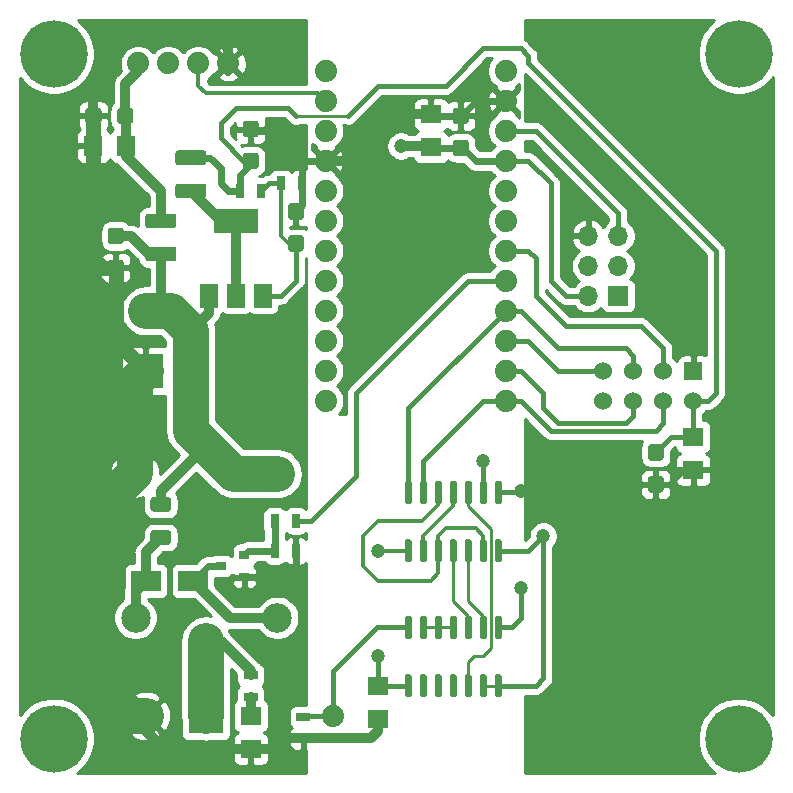
<source format=gbr>
%TF.GenerationSoftware,KiCad,Pcbnew,5.1.8+dfsg1-1*%
%TF.CreationDate,2020-11-26T10:16:37+01:00*%
%TF.ProjectId,ws2812b_ctrl_RF,77733238-3132-4625-9f63-74726c5f5246,rev?*%
%TF.SameCoordinates,Original*%
%TF.FileFunction,Copper,L2,Bot*%
%TF.FilePolarity,Positive*%
%FSLAX46Y46*%
G04 Gerber Fmt 4.6, Leading zero omitted, Abs format (unit mm)*
G04 Created by KiCad (PCBNEW 5.1.8+dfsg1-1) date 2020-11-26 10:16:37*
%MOMM*%
%LPD*%
G01*
G04 APERTURE LIST*
%TA.AperFunction,ConnectorPad*%
%ADD10C,5.700000*%
%TD*%
%TA.AperFunction,ComponentPad*%
%ADD11C,3.600000*%
%TD*%
%TA.AperFunction,ComponentPad*%
%ADD12C,1.879600*%
%TD*%
%TA.AperFunction,ComponentPad*%
%ADD13C,3.000000*%
%TD*%
%TA.AperFunction,ComponentPad*%
%ADD14R,3.000000X3.000000*%
%TD*%
%TA.AperFunction,SMDPad,CuDef*%
%ADD15R,1.597660X1.798320*%
%TD*%
%TA.AperFunction,SMDPad,CuDef*%
%ADD16R,0.797560X1.198880*%
%TD*%
%TA.AperFunction,SMDPad,CuDef*%
%ADD17R,1.798320X1.597660*%
%TD*%
%TA.AperFunction,SMDPad,CuDef*%
%ADD18R,2.500000X1.800000*%
%TD*%
%TA.AperFunction,ComponentPad*%
%ADD19R,1.700000X1.700000*%
%TD*%
%TA.AperFunction,ComponentPad*%
%ADD20O,1.700000X1.700000*%
%TD*%
%TA.AperFunction,ComponentPad*%
%ADD21C,2.500000*%
%TD*%
%TA.AperFunction,ComponentPad*%
%ADD22R,1.524000X1.524000*%
%TD*%
%TA.AperFunction,ComponentPad*%
%ADD23C,1.524000*%
%TD*%
%TA.AperFunction,SMDPad,CuDef*%
%ADD24R,0.900000X0.800000*%
%TD*%
%TA.AperFunction,SMDPad,CuDef*%
%ADD25R,1.198880X0.797560*%
%TD*%
%TA.AperFunction,SMDPad,CuDef*%
%ADD26R,3.800000X2.000000*%
%TD*%
%TA.AperFunction,SMDPad,CuDef*%
%ADD27R,1.500000X2.000000*%
%TD*%
%TA.AperFunction,ViaPad*%
%ADD28C,1.200000*%
%TD*%
%TA.AperFunction,Conductor*%
%ADD29C,0.304800*%
%TD*%
%TA.AperFunction,Conductor*%
%ADD30C,3.048000*%
%TD*%
%TA.AperFunction,Conductor*%
%ADD31C,1.270000*%
%TD*%
%TA.AperFunction,Conductor*%
%ADD32C,0.609600*%
%TD*%
%TA.AperFunction,Conductor*%
%ADD33C,0.812800*%
%TD*%
%TA.AperFunction,Conductor*%
%ADD34C,0.406400*%
%TD*%
%TA.AperFunction,Conductor*%
%ADD35C,0.250000*%
%TD*%
%TA.AperFunction,Conductor*%
%ADD36C,0.254000*%
%TD*%
%TA.AperFunction,Conductor*%
%ADD37C,0.100000*%
%TD*%
G04 APERTURE END LIST*
D10*
%TO.P,H4,1*%
%TO.N,N/C*%
X73479000Y-131479000D03*
D11*
X73479000Y-131479000D03*
%TD*%
D10*
%TO.P,H3,1*%
%TO.N,N/C*%
X131479000Y-131479000D03*
D11*
X131479000Y-131479000D03*
%TD*%
D10*
%TO.P,H2,1*%
%TO.N,N/C*%
X131479000Y-73479000D03*
D11*
X131479000Y-73479000D03*
%TD*%
D10*
%TO.P,H1,1*%
%TO.N,N/C*%
X73479000Y-73479000D03*
D11*
X73479000Y-73479000D03*
%TD*%
D12*
%TO.P,B1,24*%
%TO.N,N/C*%
X111760000Y-74930000D03*
%TO.P,B1,23*%
%TO.N,GND*%
X111760000Y-77470000D03*
%TO.P,B1,22*%
%TO.N,/~RST*%
X111760000Y-80010000D03*
%TO.P,B1,21*%
%TO.N,+5V*%
X111760000Y-82550000D03*
%TO.P,B1,20*%
%TO.N,N/C*%
X111760000Y-85090000D03*
%TO.P,B1,19*%
%TO.N,/nRFIRQ*%
X111760000Y-87630000D03*
%TO.P,B1,18*%
%TO.N,/nRFCE*%
X111760000Y-90170000D03*
%TO.P,B1,17*%
%TO.N,/RLYCTL*%
X111760000Y-92710000D03*
%TO.P,B1,16*%
%TO.N,/SCK*%
X111760000Y-95250000D03*
%TO.P,B1,15*%
%TO.N,/MISO*%
X111760000Y-97790000D03*
%TO.P,B1,14*%
%TO.N,/MOSI*%
X111760000Y-100330000D03*
%TO.P,B1,13*%
%TO.N,/~SS*%
X111760000Y-102870000D03*
%TO.P,B1,12*%
%TO.N,N/C*%
X96520000Y-102870000D03*
%TO.P,B1,11*%
X96520000Y-100330000D03*
%TO.P,B1,10*%
X96520000Y-97790000D03*
%TO.P,B1,9*%
X96520000Y-95250000D03*
%TO.P,B1,8*%
X96520000Y-92710000D03*
%TO.P,B1,7*%
X96520000Y-90170000D03*
%TO.P,B1,6*%
%TO.N,/PWM*%
X96520000Y-87630000D03*
%TO.P,B1,5*%
%TO.N,N/C*%
X96520000Y-85090000D03*
%TO.P,B1,4*%
%TO.N,GND*%
X96520000Y-82550000D03*
%TO.P,B1,3*%
%TO.N,N/C*%
X96520000Y-80010000D03*
%TO.P,B1,2*%
%TO.N,/RX*%
X96520000Y-77470000D03*
%TO.P,B1,1*%
%TO.N,/TX*%
X96520000Y-74930000D03*
%TD*%
%TO.P,CTL1,1*%
%TO.N,/(CLK&~MOSI~&PWM)||(CLK&MOSI)*%
X97155000Y-129540000D03*
%TD*%
D13*
%TO.P,WS2812B1,2*%
%TO.N,GND*%
X81280000Y-129540000D03*
D14*
%TO.P,WS2812B1,1*%
%TO.N,Net-(K1-Pad1)*%
X86360000Y-129540000D03*
%TD*%
%TO.P,C1,2*%
%TO.N,GND*%
%TA.AperFunction,SMDPad,CuDef*%
G36*
G01*
X124034999Y-109235000D02*
X124885001Y-109235000D01*
G75*
G02*
X125135000Y-109484999I0J-249999D01*
G01*
X125135000Y-110385001D01*
G75*
G02*
X124885001Y-110635000I-249999J0D01*
G01*
X124034999Y-110635000D01*
G75*
G02*
X123785000Y-110385001I0J249999D01*
G01*
X123785000Y-109484999D01*
G75*
G02*
X124034999Y-109235000I249999J0D01*
G01*
G37*
%TD.AperFunction*%
%TO.P,C1,1*%
%TO.N,/3.3V*%
%TA.AperFunction,SMDPad,CuDef*%
G36*
G01*
X124034999Y-106535000D02*
X124885001Y-106535000D01*
G75*
G02*
X125135000Y-106784999I0J-249999D01*
G01*
X125135000Y-107685001D01*
G75*
G02*
X124885001Y-107935000I-249999J0D01*
G01*
X124034999Y-107935000D01*
G75*
G02*
X123785000Y-107685001I0J249999D01*
G01*
X123785000Y-106784999D01*
G75*
G02*
X124034999Y-106535000I249999J0D01*
G01*
G37*
%TD.AperFunction*%
%TD*%
%TO.P,C13,2*%
%TO.N,GND*%
%TA.AperFunction,SMDPad,CuDef*%
G36*
G01*
X77535000Y-78314999D02*
X77535000Y-79165001D01*
G75*
G02*
X77285001Y-79415000I-249999J0D01*
G01*
X76384999Y-79415000D01*
G75*
G02*
X76135000Y-79165001I0J249999D01*
G01*
X76135000Y-78314999D01*
G75*
G02*
X76384999Y-78065000I249999J0D01*
G01*
X77285001Y-78065000D01*
G75*
G02*
X77535000Y-78314999I0J-249999D01*
G01*
G37*
%TD.AperFunction*%
%TO.P,C13,1*%
%TO.N,+5V*%
%TA.AperFunction,SMDPad,CuDef*%
G36*
G01*
X80235000Y-78314999D02*
X80235000Y-79165001D01*
G75*
G02*
X79985001Y-79415000I-249999J0D01*
G01*
X79084999Y-79415000D01*
G75*
G02*
X78835000Y-79165001I0J249999D01*
G01*
X78835000Y-78314999D01*
G75*
G02*
X79084999Y-78065000I249999J0D01*
G01*
X79985001Y-78065000D01*
G75*
G02*
X80235000Y-78314999I0J-249999D01*
G01*
G37*
%TD.AperFunction*%
%TD*%
D15*
%TO.P,C12,2*%
%TO.N,GND*%
X76835000Y-81280000D03*
%TO.P,C12,1*%
%TO.N,+5V*%
X79634080Y-81280000D03*
%TD*%
D13*
%TO.P,SUPPLY1,2*%
%TO.N,VCC*%
X81280000Y-95250000D03*
D14*
%TO.P,SUPPLY1,1*%
%TO.N,GND*%
X81280000Y-100330000D03*
%TD*%
%TO.P,C11,2*%
%TO.N,GND*%
%TA.AperFunction,SMDPad,CuDef*%
G36*
G01*
X94405001Y-87535000D02*
X93554999Y-87535000D01*
G75*
G02*
X93305000Y-87285001I0J249999D01*
G01*
X93305000Y-86384999D01*
G75*
G02*
X93554999Y-86135000I249999J0D01*
G01*
X94405001Y-86135000D01*
G75*
G02*
X94655000Y-86384999I0J-249999D01*
G01*
X94655000Y-87285001D01*
G75*
G02*
X94405001Y-87535000I-249999J0D01*
G01*
G37*
%TD.AperFunction*%
%TO.P,C11,1*%
%TO.N,Net-(C11-Pad1)*%
%TA.AperFunction,SMDPad,CuDef*%
G36*
G01*
X94405001Y-90235000D02*
X93554999Y-90235000D01*
G75*
G02*
X93305000Y-89985001I0J249999D01*
G01*
X93305000Y-89084999D01*
G75*
G02*
X93554999Y-88835000I249999J0D01*
G01*
X94405001Y-88835000D01*
G75*
G02*
X94655000Y-89084999I0J-249999D01*
G01*
X94655000Y-89985001D01*
G75*
G02*
X94405001Y-90235000I-249999J0D01*
G01*
G37*
%TD.AperFunction*%
%TD*%
%TO.P,C9,2*%
%TO.N,GND*%
%TA.AperFunction,SMDPad,CuDef*%
G36*
G01*
X90595001Y-80550000D02*
X89744999Y-80550000D01*
G75*
G02*
X89495000Y-80300001I0J249999D01*
G01*
X89495000Y-79399999D01*
G75*
G02*
X89744999Y-79150000I249999J0D01*
G01*
X90595001Y-79150000D01*
G75*
G02*
X90845000Y-79399999I0J-249999D01*
G01*
X90845000Y-80300001D01*
G75*
G02*
X90595001Y-80550000I-249999J0D01*
G01*
G37*
%TD.AperFunction*%
%TO.P,C9,1*%
%TO.N,/3.3V*%
%TA.AperFunction,SMDPad,CuDef*%
G36*
G01*
X90595001Y-83250000D02*
X89744999Y-83250000D01*
G75*
G02*
X89495000Y-83000001I0J249999D01*
G01*
X89495000Y-82099999D01*
G75*
G02*
X89744999Y-81850000I249999J0D01*
G01*
X90595001Y-81850000D01*
G75*
G02*
X90845000Y-82099999I0J-249999D01*
G01*
X90845000Y-83000001D01*
G75*
G02*
X90595001Y-83250000I-249999J0D01*
G01*
G37*
%TD.AperFunction*%
%TD*%
%TO.P,C8,2*%
%TO.N,GND*%
%TA.AperFunction,SMDPad,CuDef*%
G36*
G01*
X78314999Y-90900000D02*
X79165001Y-90900000D01*
G75*
G02*
X79415000Y-91149999I0J-249999D01*
G01*
X79415000Y-92050001D01*
G75*
G02*
X79165001Y-92300000I-249999J0D01*
G01*
X78314999Y-92300000D01*
G75*
G02*
X78065000Y-92050001I0J249999D01*
G01*
X78065000Y-91149999D01*
G75*
G02*
X78314999Y-90900000I249999J0D01*
G01*
G37*
%TD.AperFunction*%
%TO.P,C8,1*%
%TO.N,VCC*%
%TA.AperFunction,SMDPad,CuDef*%
G36*
G01*
X78314999Y-88200000D02*
X79165001Y-88200000D01*
G75*
G02*
X79415000Y-88449999I0J-249999D01*
G01*
X79415000Y-89350001D01*
G75*
G02*
X79165001Y-89600000I-249999J0D01*
G01*
X78314999Y-89600000D01*
G75*
G02*
X78065000Y-89350001I0J249999D01*
G01*
X78065000Y-88449999D01*
G75*
G02*
X78314999Y-88200000I249999J0D01*
G01*
G37*
%TD.AperFunction*%
%TD*%
%TO.P,C5,2*%
%TO.N,GND*%
%TA.AperFunction,SMDPad,CuDef*%
G36*
G01*
X108375001Y-79440000D02*
X107524999Y-79440000D01*
G75*
G02*
X107275000Y-79190001I0J249999D01*
G01*
X107275000Y-78289999D01*
G75*
G02*
X107524999Y-78040000I249999J0D01*
G01*
X108375001Y-78040000D01*
G75*
G02*
X108625000Y-78289999I0J-249999D01*
G01*
X108625000Y-79190001D01*
G75*
G02*
X108375001Y-79440000I-249999J0D01*
G01*
G37*
%TD.AperFunction*%
%TO.P,C5,1*%
%TO.N,+5V*%
%TA.AperFunction,SMDPad,CuDef*%
G36*
G01*
X108375001Y-82140000D02*
X107524999Y-82140000D01*
G75*
G02*
X107275000Y-81890001I0J249999D01*
G01*
X107275000Y-80989999D01*
G75*
G02*
X107524999Y-80740000I249999J0D01*
G01*
X108375001Y-80740000D01*
G75*
G02*
X108625000Y-80989999I0J-249999D01*
G01*
X108625000Y-81890001D01*
G75*
G02*
X108375001Y-82140000I-249999J0D01*
G01*
G37*
%TD.AperFunction*%
%TD*%
D16*
%TO.P,R8,2*%
%TO.N,/RLYCTL*%
X93980000Y-113030000D03*
%TO.P,R8,1*%
%TO.N,Net-(Q2-Pad1)*%
X92181680Y-113030000D03*
%TD*%
D17*
%TO.P,C4,2*%
%TO.N,GND*%
X100965000Y-129799080D03*
%TO.P,C4,1*%
%TO.N,+5V*%
X100965000Y-127000000D03*
%TD*%
%TO.P,C6,1*%
%TO.N,+5V*%
X105410000Y-81409540D03*
%TO.P,C6,2*%
%TO.N,GND*%
X105410000Y-78610460D03*
%TD*%
%TO.P,C7,2*%
%TO.N,Net-(C7-Pad2)*%
X90170000Y-129540000D03*
%TO.P,C7,1*%
%TO.N,GND*%
X90170000Y-132339080D03*
%TD*%
%TO.P,C10,1*%
%TO.N,/3.3V*%
X127635000Y-105915460D03*
%TO.P,C10,2*%
%TO.N,GND*%
X127635000Y-108714540D03*
%TD*%
D18*
%TO.P,D1,1*%
%TO.N,Net-(D1-Pad1)*%
X81280000Y-118110000D03*
%TO.P,D1,2*%
%TO.N,Net-(D1-Pad2)*%
X85280000Y-118110000D03*
%TD*%
%TO.P,FB1,2*%
%TO.N,VCC*%
%TA.AperFunction,SMDPad,CuDef*%
G36*
G01*
X81475000Y-89805000D02*
X83625000Y-89805000D01*
G75*
G02*
X83875000Y-90055000I0J-250000D01*
G01*
X83875000Y-90805000D01*
G75*
G02*
X83625000Y-91055000I-250000J0D01*
G01*
X81475000Y-91055000D01*
G75*
G02*
X81225000Y-90805000I0J250000D01*
G01*
X81225000Y-90055000D01*
G75*
G02*
X81475000Y-89805000I250000J0D01*
G01*
G37*
%TD.AperFunction*%
%TO.P,FB1,1*%
%TO.N,+5V*%
%TA.AperFunction,SMDPad,CuDef*%
G36*
G01*
X81475000Y-87005000D02*
X83625000Y-87005000D01*
G75*
G02*
X83875000Y-87255000I0J-250000D01*
G01*
X83875000Y-88005000D01*
G75*
G02*
X83625000Y-88255000I-250000J0D01*
G01*
X81475000Y-88255000D01*
G75*
G02*
X81225000Y-88005000I0J250000D01*
G01*
X81225000Y-87255000D01*
G75*
G02*
X81475000Y-87005000I250000J0D01*
G01*
G37*
%TD.AperFunction*%
%TD*%
%TO.P,FB2,1*%
%TO.N,/3.3V*%
%TA.AperFunction,SMDPad,CuDef*%
G36*
G01*
X84015000Y-81665000D02*
X86165000Y-81665000D01*
G75*
G02*
X86415000Y-81915000I0J-250000D01*
G01*
X86415000Y-82665000D01*
G75*
G02*
X86165000Y-82915000I-250000J0D01*
G01*
X84015000Y-82915000D01*
G75*
G02*
X83765000Y-82665000I0J250000D01*
G01*
X83765000Y-81915000D01*
G75*
G02*
X84015000Y-81665000I250000J0D01*
G01*
G37*
%TD.AperFunction*%
%TO.P,FB2,2*%
%TO.N,Net-(FB2-Pad2)*%
%TA.AperFunction,SMDPad,CuDef*%
G36*
G01*
X84015000Y-84465000D02*
X86165000Y-84465000D01*
G75*
G02*
X86415000Y-84715000I0J-250000D01*
G01*
X86415000Y-85465000D01*
G75*
G02*
X86165000Y-85715000I-250000J0D01*
G01*
X84015000Y-85715000D01*
G75*
G02*
X83765000Y-85465000I0J250000D01*
G01*
X83765000Y-84715000D01*
G75*
G02*
X84015000Y-84465000I250000J0D01*
G01*
G37*
%TD.AperFunction*%
%TD*%
D19*
%TO.P,ISP1,1*%
%TO.N,/MISO*%
X121285000Y-93980000D03*
D20*
%TO.P,ISP1,2*%
%TO.N,+5V*%
X118745000Y-93980000D03*
%TO.P,ISP1,3*%
%TO.N,/SCK*%
X121285000Y-91440000D03*
%TO.P,ISP1,4*%
%TO.N,/MOSI*%
X118745000Y-91440000D03*
%TO.P,ISP1,5*%
%TO.N,/~RST*%
X121285000Y-88900000D03*
%TO.P,ISP1,6*%
%TO.N,GND*%
X118745000Y-88900000D03*
%TD*%
D21*
%TO.P,K1,2*%
%TO.N,Net-(D1-Pad2)*%
X92410000Y-121240000D03*
D13*
%TO.P,K1,3*%
%TO.N,VCC*%
X92410000Y-109040000D03*
%TO.P,K1,4*%
%TO.N,GND*%
X80360000Y-108990000D03*
D21*
%TO.P,K1,5*%
%TO.N,Net-(D1-Pad1)*%
X80410000Y-121240000D03*
D13*
%TO.P,K1,1*%
%TO.N,Net-(K1-Pad1)*%
X86360000Y-123190000D03*
%TD*%
D22*
%TO.P,nRF24L1,1*%
%TO.N,GND*%
X127635000Y-100330000D03*
D23*
%TO.P,nRF24L1,2*%
%TO.N,/3.3V*%
X127635000Y-102870000D03*
%TO.P,nRF24L1,3*%
%TO.N,/nRFCE*%
X125095000Y-100330000D03*
%TO.P,nRF24L1,4*%
%TO.N,/~SS*%
X125095000Y-102870000D03*
%TO.P,nRF24L1,5*%
%TO.N,/SCK*%
X122555000Y-100330000D03*
%TO.P,nRF24L1,6*%
%TO.N,/MOSI*%
X122555000Y-102870000D03*
%TO.P,nRF24L1,7*%
%TO.N,/MISO*%
X120015000Y-100330000D03*
%TO.P,nRF24L1,8*%
%TO.N,/nRFIRQ*%
X120015000Y-102870000D03*
%TD*%
D24*
%TO.P,Q2,1*%
%TO.N,Net-(Q2-Pad1)*%
X89630000Y-115890000D03*
%TO.P,Q2,2*%
%TO.N,GND*%
X89630000Y-117790000D03*
%TO.P,Q2,3*%
%TO.N,Net-(D1-Pad2)*%
X87630000Y-116840000D03*
%TD*%
D25*
%TO.P,R2,1*%
%TO.N,/(CLK&~MOSI~&PWM)||(CLK&MOSI)*%
X94615000Y-129646680D03*
%TO.P,R2,2*%
%TO.N,GND*%
X94615000Y-131445000D03*
%TD*%
%TO.P,R4,2*%
%TO.N,Net-(K1-Pad1)*%
X90170000Y-126100840D03*
%TO.P,R4,1*%
%TO.N,Net-(C7-Pad2)*%
X90170000Y-127899160D03*
%TD*%
D16*
%TO.P,R5,2*%
%TO.N,Net-(C11-Pad1)*%
X91069160Y-85090000D03*
%TO.P,R5,1*%
%TO.N,/3.3V*%
X89270840Y-85090000D03*
%TD*%
%TO.P,R6,1*%
%TO.N,Net-(C11-Pad1)*%
X92710000Y-84455000D03*
%TO.P,R6,2*%
%TO.N,GND*%
X94508320Y-84455000D03*
%TD*%
%TO.P,R7,1*%
%TO.N,Net-(Q2-Pad1)*%
X92181680Y-115570000D03*
%TO.P,R7,2*%
%TO.N,GND*%
X93980000Y-115570000D03*
%TD*%
D12*
%TO.P,RS485,1*%
%TO.N,GND*%
X88265000Y-74295000D03*
%TO.P,RS485,2*%
%TO.N,/RX*%
X85725000Y-74295000D03*
%TO.P,RS485,3*%
%TO.N,/TX*%
X83185000Y-74295000D03*
%TO.P,RS485,4*%
%TO.N,+5V*%
X80645000Y-74295000D03*
%TD*%
%TO.P,U1,14*%
%TO.N,+5V*%
%TA.AperFunction,SMDPad,CuDef*%
G36*
G01*
X103355000Y-114595000D02*
X103655000Y-114595000D01*
G75*
G02*
X103805000Y-114745000I0J-150000D01*
G01*
X103805000Y-116395000D01*
G75*
G02*
X103655000Y-116545000I-150000J0D01*
G01*
X103355000Y-116545000D01*
G75*
G02*
X103205000Y-116395000I0J150000D01*
G01*
X103205000Y-114745000D01*
G75*
G02*
X103355000Y-114595000I150000J0D01*
G01*
G37*
%TD.AperFunction*%
%TO.P,U1,13*%
%TO.N,/~MOSI~&PWM*%
%TA.AperFunction,SMDPad,CuDef*%
G36*
G01*
X104625000Y-114595000D02*
X104925000Y-114595000D01*
G75*
G02*
X105075000Y-114745000I0J-150000D01*
G01*
X105075000Y-116395000D01*
G75*
G02*
X104925000Y-116545000I-150000J0D01*
G01*
X104625000Y-116545000D01*
G75*
G02*
X104475000Y-116395000I0J150000D01*
G01*
X104475000Y-114745000D01*
G75*
G02*
X104625000Y-114595000I150000J0D01*
G01*
G37*
%TD.AperFunction*%
%TO.P,U1,12*%
%TO.N,/CLK*%
%TA.AperFunction,SMDPad,CuDef*%
G36*
G01*
X105895000Y-114595000D02*
X106195000Y-114595000D01*
G75*
G02*
X106345000Y-114745000I0J-150000D01*
G01*
X106345000Y-116395000D01*
G75*
G02*
X106195000Y-116545000I-150000J0D01*
G01*
X105895000Y-116545000D01*
G75*
G02*
X105745000Y-116395000I0J150000D01*
G01*
X105745000Y-114745000D01*
G75*
G02*
X105895000Y-114595000I150000J0D01*
G01*
G37*
%TD.AperFunction*%
%TO.P,U1,11*%
%TO.N,/CLK&~MOSI~&PWM*%
%TA.AperFunction,SMDPad,CuDef*%
G36*
G01*
X107165000Y-114595000D02*
X107465000Y-114595000D01*
G75*
G02*
X107615000Y-114745000I0J-150000D01*
G01*
X107615000Y-116395000D01*
G75*
G02*
X107465000Y-116545000I-150000J0D01*
G01*
X107165000Y-116545000D01*
G75*
G02*
X107015000Y-116395000I0J150000D01*
G01*
X107015000Y-114745000D01*
G75*
G02*
X107165000Y-114595000I150000J0D01*
G01*
G37*
%TD.AperFunction*%
%TO.P,U1,10*%
%TO.N,/CLK&MOSI*%
%TA.AperFunction,SMDPad,CuDef*%
G36*
G01*
X108435000Y-114595000D02*
X108735000Y-114595000D01*
G75*
G02*
X108885000Y-114745000I0J-150000D01*
G01*
X108885000Y-116395000D01*
G75*
G02*
X108735000Y-116545000I-150000J0D01*
G01*
X108435000Y-116545000D01*
G75*
G02*
X108285000Y-116395000I0J150000D01*
G01*
X108285000Y-114745000D01*
G75*
G02*
X108435000Y-114595000I150000J0D01*
G01*
G37*
%TD.AperFunction*%
%TO.P,U1,9*%
%TO.N,/CLK*%
%TA.AperFunction,SMDPad,CuDef*%
G36*
G01*
X109705000Y-114595000D02*
X110005000Y-114595000D01*
G75*
G02*
X110155000Y-114745000I0J-150000D01*
G01*
X110155000Y-116395000D01*
G75*
G02*
X110005000Y-116545000I-150000J0D01*
G01*
X109705000Y-116545000D01*
G75*
G02*
X109555000Y-116395000I0J150000D01*
G01*
X109555000Y-114745000D01*
G75*
G02*
X109705000Y-114595000I150000J0D01*
G01*
G37*
%TD.AperFunction*%
%TO.P,U1,8*%
%TO.N,/MOSI*%
%TA.AperFunction,SMDPad,CuDef*%
G36*
G01*
X110975000Y-114595000D02*
X111275000Y-114595000D01*
G75*
G02*
X111425000Y-114745000I0J-150000D01*
G01*
X111425000Y-116395000D01*
G75*
G02*
X111275000Y-116545000I-150000J0D01*
G01*
X110975000Y-116545000D01*
G75*
G02*
X110825000Y-116395000I0J150000D01*
G01*
X110825000Y-114745000D01*
G75*
G02*
X110975000Y-114595000I150000J0D01*
G01*
G37*
%TD.AperFunction*%
%TO.P,U1,7*%
%TO.N,GND*%
%TA.AperFunction,SMDPad,CuDef*%
G36*
G01*
X110975000Y-109645000D02*
X111275000Y-109645000D01*
G75*
G02*
X111425000Y-109795000I0J-150000D01*
G01*
X111425000Y-111445000D01*
G75*
G02*
X111275000Y-111595000I-150000J0D01*
G01*
X110975000Y-111595000D01*
G75*
G02*
X110825000Y-111445000I0J150000D01*
G01*
X110825000Y-109795000D01*
G75*
G02*
X110975000Y-109645000I150000J0D01*
G01*
G37*
%TD.AperFunction*%
%TO.P,U1,6*%
%TO.N,/PWM*%
%TA.AperFunction,SMDPad,CuDef*%
G36*
G01*
X109705000Y-109645000D02*
X110005000Y-109645000D01*
G75*
G02*
X110155000Y-109795000I0J-150000D01*
G01*
X110155000Y-111445000D01*
G75*
G02*
X110005000Y-111595000I-150000J0D01*
G01*
X109705000Y-111595000D01*
G75*
G02*
X109555000Y-111445000I0J150000D01*
G01*
X109555000Y-109795000D01*
G75*
G02*
X109705000Y-109645000I150000J0D01*
G01*
G37*
%TD.AperFunction*%
%TO.P,U1,5*%
%TO.N,/~MOSI*%
%TA.AperFunction,SMDPad,CuDef*%
G36*
G01*
X108435000Y-109645000D02*
X108735000Y-109645000D01*
G75*
G02*
X108885000Y-109795000I0J-150000D01*
G01*
X108885000Y-111445000D01*
G75*
G02*
X108735000Y-111595000I-150000J0D01*
G01*
X108435000Y-111595000D01*
G75*
G02*
X108285000Y-111445000I0J150000D01*
G01*
X108285000Y-109795000D01*
G75*
G02*
X108435000Y-109645000I150000J0D01*
G01*
G37*
%TD.AperFunction*%
%TO.P,U1,4*%
%TO.N,/~MOSI~&PWM*%
%TA.AperFunction,SMDPad,CuDef*%
G36*
G01*
X107165000Y-109645000D02*
X107465000Y-109645000D01*
G75*
G02*
X107615000Y-109795000I0J-150000D01*
G01*
X107615000Y-111445000D01*
G75*
G02*
X107465000Y-111595000I-150000J0D01*
G01*
X107165000Y-111595000D01*
G75*
G02*
X107015000Y-111445000I0J150000D01*
G01*
X107015000Y-109795000D01*
G75*
G02*
X107165000Y-109645000I150000J0D01*
G01*
G37*
%TD.AperFunction*%
%TO.P,U1,3*%
%TO.N,/CLK*%
%TA.AperFunction,SMDPad,CuDef*%
G36*
G01*
X105895000Y-109645000D02*
X106195000Y-109645000D01*
G75*
G02*
X106345000Y-109795000I0J-150000D01*
G01*
X106345000Y-111445000D01*
G75*
G02*
X106195000Y-111595000I-150000J0D01*
G01*
X105895000Y-111595000D01*
G75*
G02*
X105745000Y-111445000I0J150000D01*
G01*
X105745000Y-109795000D01*
G75*
G02*
X105895000Y-109645000I150000J0D01*
G01*
G37*
%TD.AperFunction*%
%TO.P,U1,2*%
%TO.N,/~SS*%
%TA.AperFunction,SMDPad,CuDef*%
G36*
G01*
X104625000Y-109645000D02*
X104925000Y-109645000D01*
G75*
G02*
X105075000Y-109795000I0J-150000D01*
G01*
X105075000Y-111445000D01*
G75*
G02*
X104925000Y-111595000I-150000J0D01*
G01*
X104625000Y-111595000D01*
G75*
G02*
X104475000Y-111445000I0J150000D01*
G01*
X104475000Y-109795000D01*
G75*
G02*
X104625000Y-109645000I150000J0D01*
G01*
G37*
%TD.AperFunction*%
%TO.P,U1,1*%
%TO.N,/SCK*%
%TA.AperFunction,SMDPad,CuDef*%
G36*
G01*
X103355000Y-109645000D02*
X103655000Y-109645000D01*
G75*
G02*
X103805000Y-109795000I0J-150000D01*
G01*
X103805000Y-111445000D01*
G75*
G02*
X103655000Y-111595000I-150000J0D01*
G01*
X103355000Y-111595000D01*
G75*
G02*
X103205000Y-111445000I0J150000D01*
G01*
X103205000Y-109795000D01*
G75*
G02*
X103355000Y-109645000I150000J0D01*
G01*
G37*
%TD.AperFunction*%
%TD*%
%TO.P,U2,1*%
%TO.N,/(CLK&~MOSI~&PWM)||(CLK&MOSI)*%
%TA.AperFunction,SMDPad,CuDef*%
G36*
G01*
X103355000Y-121075000D02*
X103655000Y-121075000D01*
G75*
G02*
X103805000Y-121225000I0J-150000D01*
G01*
X103805000Y-122875000D01*
G75*
G02*
X103655000Y-123025000I-150000J0D01*
G01*
X103355000Y-123025000D01*
G75*
G02*
X103205000Y-122875000I0J150000D01*
G01*
X103205000Y-121225000D01*
G75*
G02*
X103355000Y-121075000I150000J0D01*
G01*
G37*
%TD.AperFunction*%
%TO.P,U2,2*%
%TO.N,Net-(U2-Pad2)*%
%TA.AperFunction,SMDPad,CuDef*%
G36*
G01*
X104625000Y-121075000D02*
X104925000Y-121075000D01*
G75*
G02*
X105075000Y-121225000I0J-150000D01*
G01*
X105075000Y-122875000D01*
G75*
G02*
X104925000Y-123025000I-150000J0D01*
G01*
X104625000Y-123025000D01*
G75*
G02*
X104475000Y-122875000I0J150000D01*
G01*
X104475000Y-121225000D01*
G75*
G02*
X104625000Y-121075000I150000J0D01*
G01*
G37*
%TD.AperFunction*%
%TO.P,U2,3*%
%TA.AperFunction,SMDPad,CuDef*%
G36*
G01*
X105895000Y-121075000D02*
X106195000Y-121075000D01*
G75*
G02*
X106345000Y-121225000I0J-150000D01*
G01*
X106345000Y-122875000D01*
G75*
G02*
X106195000Y-123025000I-150000J0D01*
G01*
X105895000Y-123025000D01*
G75*
G02*
X105745000Y-122875000I0J150000D01*
G01*
X105745000Y-121225000D01*
G75*
G02*
X105895000Y-121075000I150000J0D01*
G01*
G37*
%TD.AperFunction*%
%TO.P,U2,4*%
%TA.AperFunction,SMDPad,CuDef*%
G36*
G01*
X107165000Y-121075000D02*
X107465000Y-121075000D01*
G75*
G02*
X107615000Y-121225000I0J-150000D01*
G01*
X107615000Y-122875000D01*
G75*
G02*
X107465000Y-123025000I-150000J0D01*
G01*
X107165000Y-123025000D01*
G75*
G02*
X107015000Y-122875000I0J150000D01*
G01*
X107015000Y-121225000D01*
G75*
G02*
X107165000Y-121075000I150000J0D01*
G01*
G37*
%TD.AperFunction*%
%TO.P,U2,5*%
%TO.N,/CLK&~MOSI~&PWM*%
%TA.AperFunction,SMDPad,CuDef*%
G36*
G01*
X108435000Y-121075000D02*
X108735000Y-121075000D01*
G75*
G02*
X108885000Y-121225000I0J-150000D01*
G01*
X108885000Y-122875000D01*
G75*
G02*
X108735000Y-123025000I-150000J0D01*
G01*
X108435000Y-123025000D01*
G75*
G02*
X108285000Y-122875000I0J150000D01*
G01*
X108285000Y-121225000D01*
G75*
G02*
X108435000Y-121075000I150000J0D01*
G01*
G37*
%TD.AperFunction*%
%TO.P,U2,6*%
%TO.N,/CLK&MOSI*%
%TA.AperFunction,SMDPad,CuDef*%
G36*
G01*
X109705000Y-121075000D02*
X110005000Y-121075000D01*
G75*
G02*
X110155000Y-121225000I0J-150000D01*
G01*
X110155000Y-122875000D01*
G75*
G02*
X110005000Y-123025000I-150000J0D01*
G01*
X109705000Y-123025000D01*
G75*
G02*
X109555000Y-122875000I0J150000D01*
G01*
X109555000Y-121225000D01*
G75*
G02*
X109705000Y-121075000I150000J0D01*
G01*
G37*
%TD.AperFunction*%
%TO.P,U2,7*%
%TO.N,GND*%
%TA.AperFunction,SMDPad,CuDef*%
G36*
G01*
X110975000Y-121075000D02*
X111275000Y-121075000D01*
G75*
G02*
X111425000Y-121225000I0J-150000D01*
G01*
X111425000Y-122875000D01*
G75*
G02*
X111275000Y-123025000I-150000J0D01*
G01*
X110975000Y-123025000D01*
G75*
G02*
X110825000Y-122875000I0J150000D01*
G01*
X110825000Y-121225000D01*
G75*
G02*
X110975000Y-121075000I150000J0D01*
G01*
G37*
%TD.AperFunction*%
%TO.P,U2,8*%
%TO.N,/MOSI*%
%TA.AperFunction,SMDPad,CuDef*%
G36*
G01*
X110975000Y-126025000D02*
X111275000Y-126025000D01*
G75*
G02*
X111425000Y-126175000I0J-150000D01*
G01*
X111425000Y-127825000D01*
G75*
G02*
X111275000Y-127975000I-150000J0D01*
G01*
X110975000Y-127975000D01*
G75*
G02*
X110825000Y-127825000I0J150000D01*
G01*
X110825000Y-126175000D01*
G75*
G02*
X110975000Y-126025000I150000J0D01*
G01*
G37*
%TD.AperFunction*%
%TO.P,U2,9*%
%TA.AperFunction,SMDPad,CuDef*%
G36*
G01*
X109705000Y-126025000D02*
X110005000Y-126025000D01*
G75*
G02*
X110155000Y-126175000I0J-150000D01*
G01*
X110155000Y-127825000D01*
G75*
G02*
X110005000Y-127975000I-150000J0D01*
G01*
X109705000Y-127975000D01*
G75*
G02*
X109555000Y-127825000I0J150000D01*
G01*
X109555000Y-126175000D01*
G75*
G02*
X109705000Y-126025000I150000J0D01*
G01*
G37*
%TD.AperFunction*%
%TO.P,U2,10*%
%TO.N,/~MOSI*%
%TA.AperFunction,SMDPad,CuDef*%
G36*
G01*
X108435000Y-126025000D02*
X108735000Y-126025000D01*
G75*
G02*
X108885000Y-126175000I0J-150000D01*
G01*
X108885000Y-127825000D01*
G75*
G02*
X108735000Y-127975000I-150000J0D01*
G01*
X108435000Y-127975000D01*
G75*
G02*
X108285000Y-127825000I0J150000D01*
G01*
X108285000Y-126175000D01*
G75*
G02*
X108435000Y-126025000I150000J0D01*
G01*
G37*
%TD.AperFunction*%
%TO.P,U2,11*%
%TO.N,N/C*%
%TA.AperFunction,SMDPad,CuDef*%
G36*
G01*
X107165000Y-126025000D02*
X107465000Y-126025000D01*
G75*
G02*
X107615000Y-126175000I0J-150000D01*
G01*
X107615000Y-127825000D01*
G75*
G02*
X107465000Y-127975000I-150000J0D01*
G01*
X107165000Y-127975000D01*
G75*
G02*
X107015000Y-127825000I0J150000D01*
G01*
X107015000Y-126175000D01*
G75*
G02*
X107165000Y-126025000I150000J0D01*
G01*
G37*
%TD.AperFunction*%
%TO.P,U2,12*%
%TA.AperFunction,SMDPad,CuDef*%
G36*
G01*
X105895000Y-126025000D02*
X106195000Y-126025000D01*
G75*
G02*
X106345000Y-126175000I0J-150000D01*
G01*
X106345000Y-127825000D01*
G75*
G02*
X106195000Y-127975000I-150000J0D01*
G01*
X105895000Y-127975000D01*
G75*
G02*
X105745000Y-127825000I0J150000D01*
G01*
X105745000Y-126175000D01*
G75*
G02*
X105895000Y-126025000I150000J0D01*
G01*
G37*
%TD.AperFunction*%
%TO.P,U2,13*%
%TA.AperFunction,SMDPad,CuDef*%
G36*
G01*
X104625000Y-126025000D02*
X104925000Y-126025000D01*
G75*
G02*
X105075000Y-126175000I0J-150000D01*
G01*
X105075000Y-127825000D01*
G75*
G02*
X104925000Y-127975000I-150000J0D01*
G01*
X104625000Y-127975000D01*
G75*
G02*
X104475000Y-127825000I0J150000D01*
G01*
X104475000Y-126175000D01*
G75*
G02*
X104625000Y-126025000I150000J0D01*
G01*
G37*
%TD.AperFunction*%
%TO.P,U2,14*%
%TO.N,+5V*%
%TA.AperFunction,SMDPad,CuDef*%
G36*
G01*
X103355000Y-126025000D02*
X103655000Y-126025000D01*
G75*
G02*
X103805000Y-126175000I0J-150000D01*
G01*
X103805000Y-127825000D01*
G75*
G02*
X103655000Y-127975000I-150000J0D01*
G01*
X103355000Y-127975000D01*
G75*
G02*
X103205000Y-127825000I0J150000D01*
G01*
X103205000Y-126175000D01*
G75*
G02*
X103355000Y-126025000I150000J0D01*
G01*
G37*
%TD.AperFunction*%
%TD*%
D26*
%TO.P,U3,2*%
%TO.N,Net-(FB2-Pad2)*%
X88900000Y-87655000D03*
D27*
X88900000Y-93955000D03*
%TO.P,U3,3*%
%TO.N,VCC*%
X86600000Y-93955000D03*
%TO.P,U3,1*%
%TO.N,Net-(C11-Pad1)*%
X91200000Y-93955000D03*
%TD*%
%TO.P,XnRF1,2*%
%TO.N,VCC*%
%TA.AperFunction,SMDPad,CuDef*%
G36*
G01*
X83175000Y-112255000D02*
X81925000Y-112255000D01*
G75*
G02*
X81675000Y-112005000I0J250000D01*
G01*
X81675000Y-111255000D01*
G75*
G02*
X81925000Y-111005000I250000J0D01*
G01*
X83175000Y-111005000D01*
G75*
G02*
X83425000Y-111255000I0J-250000D01*
G01*
X83425000Y-112005000D01*
G75*
G02*
X83175000Y-112255000I-250000J0D01*
G01*
G37*
%TD.AperFunction*%
%TO.P,XnRF1,1*%
%TO.N,Net-(D1-Pad1)*%
%TA.AperFunction,SMDPad,CuDef*%
G36*
G01*
X83175000Y-115055000D02*
X81925000Y-115055000D01*
G75*
G02*
X81675000Y-114805000I0J250000D01*
G01*
X81675000Y-114055000D01*
G75*
G02*
X81925000Y-113805000I250000J0D01*
G01*
X83175000Y-113805000D01*
G75*
G02*
X83425000Y-114055000I0J-250000D01*
G01*
X83425000Y-114805000D01*
G75*
G02*
X83175000Y-115055000I-250000J0D01*
G01*
G37*
%TD.AperFunction*%
%TD*%
D28*
%TO.N,GND*%
X113030000Y-118745000D03*
X113030000Y-110490000D03*
%TO.N,/PWM*%
X109855000Y-107950000D03*
%TO.N,/MOSI*%
X114935000Y-114300000D03*
%TO.N,+5V*%
X102870000Y-81280000D03*
X100965000Y-115570000D03*
X100965000Y-124460000D03*
%TD*%
D29*
%TO.N,/RX*%
X95885000Y-76835000D02*
X96520000Y-77470000D01*
X86360000Y-76835000D02*
X95885000Y-76835000D01*
X85725000Y-76200000D02*
X86360000Y-76835000D01*
X85725000Y-74930000D02*
X85725000Y-76200000D01*
D30*
%TO.N,GND*%
X80360000Y-101250000D02*
X81280000Y-100330000D01*
X80360000Y-108990000D02*
X80360000Y-101250000D01*
X76200000Y-113150000D02*
X80360000Y-108990000D01*
X81280000Y-129540000D02*
X80010000Y-129540000D01*
X80010000Y-129540000D02*
X76200000Y-125730000D01*
X76200000Y-125730000D02*
X76200000Y-113150000D01*
D31*
X78740000Y-97790000D02*
X81280000Y-100330000D01*
X78740000Y-91600000D02*
X78740000Y-97790000D01*
D32*
X89630000Y-117790000D02*
X93030000Y-117790000D01*
X93980000Y-116840000D02*
X93980000Y-115570000D01*
X93030000Y-117790000D02*
X93980000Y-116840000D01*
D33*
X90170000Y-132339080D02*
X82809080Y-132339080D01*
X82809080Y-132339080D02*
X81280000Y-130810000D01*
X81280000Y-130810000D02*
X81280000Y-129540000D01*
D32*
X90170000Y-80010000D02*
X91440000Y-80010000D01*
X93980000Y-82550000D02*
X96520000Y-82550000D01*
X91440000Y-80010000D02*
X93980000Y-82550000D01*
D33*
X105410000Y-78610460D02*
X102999540Y-78610460D01*
X99060000Y-82550000D02*
X96520000Y-82550000D01*
X102999540Y-78610460D02*
X99060000Y-82550000D01*
D32*
X109220000Y-77470000D02*
X107950000Y-78740000D01*
X111760000Y-77470000D02*
X109220000Y-77470000D01*
X105539540Y-78740000D02*
X105410000Y-78610460D01*
X107950000Y-78740000D02*
X105539540Y-78740000D01*
D33*
X88265000Y-73025000D02*
X88265000Y-74930000D01*
X79502000Y-72390000D02*
X87630000Y-72390000D01*
X76835000Y-78740000D02*
X76835000Y-76073000D01*
X76835000Y-76073000D02*
X78486000Y-74422000D01*
X78486000Y-74422000D02*
X78486000Y-73406000D01*
X78486000Y-73406000D02*
X79502000Y-72390000D01*
X87630000Y-72390000D02*
X88265000Y-73025000D01*
D31*
X78740000Y-91600000D02*
X77630000Y-91600000D01*
X77630000Y-91600000D02*
X76835000Y-90805000D01*
X76835000Y-90805000D02*
X76835000Y-81280000D01*
X76835000Y-81280000D02*
X76835000Y-78740000D01*
D32*
X94508320Y-86306680D02*
X93980000Y-86835000D01*
X94508320Y-84455000D02*
X94508320Y-86306680D01*
X94508320Y-83078320D02*
X93980000Y-82550000D01*
X94508320Y-84455000D02*
X94508320Y-83078320D01*
D34*
X127635000Y-108714540D02*
X126870460Y-108714540D01*
X125650000Y-109935000D02*
X124460000Y-109935000D01*
X126870460Y-108714540D02*
X125650000Y-109935000D01*
D33*
X94615000Y-119375000D02*
X93030000Y-117790000D01*
X92710000Y-131445000D02*
X92710000Y-127000000D01*
X92710000Y-127000000D02*
X94615000Y-125095000D01*
X94615000Y-125095000D02*
X94615000Y-119375000D01*
X91815920Y-132339080D02*
X92710000Y-131445000D01*
X90170000Y-132339080D02*
X91815920Y-132339080D01*
X94615000Y-131445000D02*
X92710000Y-131445000D01*
X94615000Y-131445000D02*
X100330000Y-131445000D01*
X100330000Y-131445000D02*
X100965000Y-130810000D01*
X100965000Y-130810000D02*
X100965000Y-129799080D01*
D34*
X111125000Y-122050000D02*
X112265000Y-122050000D01*
X112265000Y-122050000D02*
X113030000Y-121285000D01*
X113030000Y-121285000D02*
X113030000Y-118745000D01*
X112900000Y-110620000D02*
X113030000Y-110490000D01*
X111125000Y-110620000D02*
X112900000Y-110620000D01*
X113585000Y-109935000D02*
X113030000Y-110490000D01*
X124460000Y-109935000D02*
X113585000Y-109935000D01*
%TO.N,/PWM*%
X109855000Y-110620000D02*
X109855000Y-107950000D01*
%TO.N,/~SS*%
X111760000Y-102870000D02*
X113030000Y-102870000D01*
X113030000Y-102870000D02*
X115570000Y-105410000D01*
X115570000Y-105410000D02*
X124460000Y-105410000D01*
X125095000Y-104775000D02*
X125095000Y-102870000D01*
X124460000Y-105410000D02*
X125095000Y-104775000D01*
X104775000Y-110620000D02*
X104775000Y-107950000D01*
X104775000Y-107950000D02*
X109855000Y-102870000D01*
X109855000Y-102870000D02*
X111760000Y-102870000D01*
D35*
%TO.N,/MOSI*%
X109855000Y-127000000D02*
X111125000Y-127000000D01*
D34*
X111760000Y-100330000D02*
X113030000Y-100330000D01*
X113030000Y-100330000D02*
X114935000Y-102235000D01*
X114935000Y-102235000D02*
X114935000Y-103505000D01*
X114935000Y-103505000D02*
X116205000Y-104775000D01*
X116205000Y-104775000D02*
X121920000Y-104775000D01*
X122555000Y-104140000D02*
X122555000Y-102870000D01*
X121920000Y-104775000D02*
X122555000Y-104140000D01*
X111125000Y-115570000D02*
X113665000Y-115570000D01*
X113665000Y-115570000D02*
X114935000Y-114300000D01*
X111125000Y-127000000D02*
X114300000Y-127000000D01*
X114935000Y-126365000D02*
X114935000Y-114300000D01*
X114300000Y-127000000D02*
X114935000Y-126365000D01*
%TO.N,/MISO*%
X116205000Y-100330000D02*
X120015000Y-100330000D01*
X113665000Y-97790000D02*
X116205000Y-100330000D01*
X111760000Y-97790000D02*
X113665000Y-97790000D01*
%TO.N,/SCK*%
X111760000Y-95250000D02*
X113030000Y-95250000D01*
X113030000Y-95250000D02*
X116205000Y-98425000D01*
X116205000Y-98425000D02*
X121920000Y-98425000D01*
X122555000Y-99060000D02*
X122555000Y-100330000D01*
X121920000Y-98425000D02*
X122555000Y-99060000D01*
X103505000Y-103505000D02*
X111760000Y-95250000D01*
X103505000Y-110620000D02*
X103505000Y-103505000D01*
%TO.N,/RLYCTL*%
X111760000Y-92710000D02*
X108585000Y-92710000D01*
X108585000Y-92710000D02*
X99060000Y-102235000D01*
X99060000Y-102235000D02*
X99060000Y-109220000D01*
X95250000Y-113030000D02*
X93980000Y-113030000D01*
X99060000Y-109220000D02*
X95250000Y-113030000D01*
%TO.N,/nRFCE*%
X113665000Y-90170000D02*
X111760000Y-90170000D01*
X114300000Y-90805000D02*
X113665000Y-90170000D01*
X116840000Y-96520000D02*
X114300000Y-93980000D01*
X123190000Y-96520000D02*
X116840000Y-96520000D01*
X114300000Y-93980000D02*
X114300000Y-90805000D01*
X125095000Y-98425000D02*
X123190000Y-96520000D01*
X125095000Y-100330000D02*
X125095000Y-98425000D01*
%TO.N,/~RST*%
X121285000Y-88900000D02*
X121285000Y-86995000D01*
X114300000Y-80010000D02*
X111760000Y-80010000D01*
X121285000Y-86995000D02*
X114300000Y-80010000D01*
D33*
%TO.N,+5V*%
X105280460Y-81280000D02*
X105410000Y-81409540D01*
X102870000Y-81280000D02*
X105280460Y-81280000D01*
D32*
X107950000Y-81440000D02*
X108110000Y-81440000D01*
X109220000Y-82550000D02*
X111760000Y-82550000D01*
X108110000Y-81440000D02*
X109220000Y-82550000D01*
X105440460Y-81440000D02*
X105410000Y-81409540D01*
X107950000Y-81440000D02*
X105440460Y-81440000D01*
D33*
X82550000Y-85090000D02*
X82550000Y-87630000D01*
X79634080Y-82174080D02*
X82550000Y-85090000D01*
X79634080Y-81280000D02*
X79634080Y-82174080D01*
X79535000Y-76040000D02*
X80645000Y-74930000D01*
X79535000Y-78740000D02*
X79535000Y-76040000D01*
X79634080Y-78839080D02*
X79535000Y-78740000D01*
X79634080Y-81280000D02*
X79634080Y-78839080D01*
D29*
X103505000Y-115570000D02*
X100965000Y-115570000D01*
D34*
X118745000Y-93980000D02*
X116840000Y-93980000D01*
X116840000Y-93980000D02*
X115570000Y-92710000D01*
X115570000Y-92710000D02*
X115570000Y-84455000D01*
X113665000Y-82550000D02*
X111760000Y-82550000D01*
X115570000Y-84455000D02*
X113665000Y-82550000D01*
X103505000Y-127000000D02*
X100965000Y-127000000D01*
X100965000Y-127000000D02*
X100965000Y-124460000D01*
D33*
%TO.N,Net-(C7-Pad2)*%
X90170000Y-129540000D02*
X90170000Y-127899160D01*
%TO.N,Net-(D1-Pad1)*%
X80410000Y-118980000D02*
X81280000Y-118110000D01*
X80410000Y-121240000D02*
X80410000Y-118980000D01*
X81280000Y-115700000D02*
X82550000Y-114430000D01*
X81280000Y-118110000D02*
X81280000Y-115700000D01*
%TO.N,Net-(D1-Pad2)*%
X88410000Y-121240000D02*
X85280000Y-118110000D01*
X92410000Y-121240000D02*
X88410000Y-121240000D01*
D32*
X86550000Y-116840000D02*
X85280000Y-118110000D01*
X87630000Y-116840000D02*
X86550000Y-116840000D01*
D33*
%TO.N,Net-(FB2-Pad2)*%
X88900000Y-93955000D02*
X88900000Y-87655000D01*
X87655000Y-87655000D02*
X85090000Y-85090000D01*
X88900000Y-87655000D02*
X87655000Y-87655000D01*
D30*
%TO.N,Net-(K1-Pad1)*%
X86360000Y-129540000D02*
X86360000Y-123190000D01*
D33*
X90170000Y-126100840D02*
X90170000Y-125730000D01*
X90170000Y-125730000D02*
X87630000Y-123190000D01*
X87630000Y-123190000D02*
X86360000Y-123190000D01*
D34*
%TO.N,/(CLK&~MOSI~&PWM)||(CLK&MOSI)*%
X103505000Y-122050000D02*
X100835000Y-122050000D01*
X97155000Y-125730000D02*
X97155000Y-129540000D01*
X100835000Y-122050000D02*
X97155000Y-125730000D01*
X94721680Y-129540000D02*
X94615000Y-129646680D01*
X97155000Y-129540000D02*
X94721680Y-129540000D01*
%TO.N,Net-(C11-Pad1)*%
X93980000Y-89535000D02*
X93980000Y-92710000D01*
X92735000Y-93955000D02*
X91200000Y-93955000D01*
X93980000Y-92710000D02*
X92735000Y-93955000D01*
X91704160Y-84455000D02*
X91069160Y-85090000D01*
X92710000Y-84455000D02*
X91704160Y-84455000D01*
D29*
X93980000Y-89535000D02*
X93345000Y-89535000D01*
X92710000Y-88900000D02*
X92710000Y-84455000D01*
X93345000Y-89535000D02*
X92710000Y-88900000D01*
%TO.N,/~MOSI~&PWM*%
X104775000Y-114300000D02*
X104775000Y-115570000D01*
X107315000Y-111760000D02*
X104775000Y-114300000D01*
X107315000Y-110620000D02*
X107315000Y-111760000D01*
%TO.N,/CLK*%
X106045000Y-114300000D02*
X106045000Y-115570000D01*
X106680000Y-113665000D02*
X106045000Y-114300000D01*
X109220000Y-113665000D02*
X106680000Y-113665000D01*
X109855000Y-114300000D02*
X109220000Y-113665000D01*
X109855000Y-115570000D02*
X109855000Y-114300000D01*
X106045000Y-117475000D02*
X106045000Y-115570000D01*
X105410000Y-118110000D02*
X106045000Y-117475000D01*
X100965000Y-118110000D02*
X105410000Y-118110000D01*
X99695000Y-116840000D02*
X100965000Y-118110000D01*
X99695000Y-114300000D02*
X99695000Y-116840000D01*
X100965000Y-113030000D02*
X99695000Y-114300000D01*
X104696092Y-113030000D02*
X100965000Y-113030000D01*
X106045000Y-111681092D02*
X104696092Y-113030000D01*
X106045000Y-110620000D02*
X106045000Y-111681092D01*
D35*
%TO.N,/CLK&~MOSI~&PWM*%
X107315000Y-119805000D02*
X107315000Y-115570000D01*
X108585000Y-121075000D02*
X107315000Y-119805000D01*
X108585000Y-122050000D02*
X108585000Y-121075000D01*
%TO.N,/CLK&MOSI*%
X108585000Y-119805000D02*
X108585000Y-115570000D01*
X109855000Y-121075000D02*
X108585000Y-119805000D01*
X109855000Y-122050000D02*
X109855000Y-121075000D01*
%TO.N,/~MOSI*%
X108585000Y-110996768D02*
X108585000Y-110620000D01*
X108585000Y-127000000D02*
X108585000Y-126025000D01*
X108585000Y-124966768D02*
X108585000Y-127000000D01*
X109091768Y-124460000D02*
X108585000Y-124966768D01*
X109855000Y-124460000D02*
X109091768Y-124460000D01*
X110499990Y-123815010D02*
X109855000Y-124460000D01*
X110499990Y-113674990D02*
X110499990Y-123815010D01*
X108585000Y-111760000D02*
X110499990Y-113674990D01*
X108585000Y-110620000D02*
X108585000Y-111760000D01*
%TO.N,Net-(U2-Pad2)*%
X107315000Y-122050000D02*
X106045000Y-122050000D01*
X104775000Y-122050000D02*
X106045000Y-122050000D01*
D32*
%TO.N,Net-(Q2-Pad1)*%
X89950000Y-115570000D02*
X89630000Y-115890000D01*
X92181680Y-115570000D02*
X89950000Y-115570000D01*
X92181680Y-113030000D02*
X92181680Y-115570000D01*
%TO.N,/3.3V*%
X89270840Y-83708240D02*
X90170000Y-82809080D01*
X89270840Y-85090000D02*
X89270840Y-83708240D01*
D34*
X127635000Y-105915460D02*
X127635000Y-102870000D01*
X125779540Y-105915460D02*
X124460000Y-107235000D01*
X127635000Y-105915460D02*
X125779540Y-105915460D01*
D32*
X89270840Y-85090000D02*
X88265000Y-85090000D01*
X88265000Y-85090000D02*
X87630000Y-84455000D01*
X87630000Y-84455000D02*
X87630000Y-83185000D01*
X86735000Y-82290000D02*
X85090000Y-82290000D01*
X87630000Y-83185000D02*
X86735000Y-82290000D01*
D34*
X90170000Y-82550000D02*
X89535000Y-82550000D01*
X100965000Y-76200000D02*
X98425000Y-78740000D01*
X106680000Y-76200000D02*
X100965000Y-76200000D01*
X109855000Y-73025000D02*
X106680000Y-76200000D01*
X113030000Y-73025000D02*
X109855000Y-73025000D01*
X113591999Y-73586999D02*
X113030000Y-73025000D01*
X113665000Y-73660000D02*
X113591999Y-73586999D01*
X113665000Y-74295000D02*
X113665000Y-73660000D01*
X114300000Y-74930000D02*
X113665000Y-74295000D01*
X128905000Y-89535000D02*
X114300000Y-74930000D01*
X129540000Y-90170000D02*
X128905000Y-89535000D01*
X129540000Y-102235000D02*
X129540000Y-90170000D01*
X128905000Y-102870000D02*
X129540000Y-102235000D01*
X127635000Y-102870000D02*
X128905000Y-102870000D01*
D36*
X93980000Y-78740000D02*
X98425000Y-78740000D01*
D34*
X93345000Y-78105000D02*
X93980000Y-78740000D01*
X88900000Y-78105000D02*
X93345000Y-78105000D01*
X87630000Y-79375000D02*
X88900000Y-78105000D01*
X87630000Y-80645000D02*
X87630000Y-79375000D01*
X89535000Y-82550000D02*
X87630000Y-80645000D01*
D30*
%TO.N,VCC*%
X83401320Y-95250000D02*
X81280000Y-95250000D01*
X92410000Y-109040000D02*
X88720000Y-109040000D01*
X85090000Y-96938680D02*
X83401320Y-95250000D01*
X85090000Y-105410000D02*
X85090000Y-96938680D01*
D33*
X82550000Y-110490000D02*
X86360000Y-106680000D01*
X82550000Y-111630000D02*
X82550000Y-110490000D01*
D30*
X86360000Y-106680000D02*
X85090000Y-105410000D01*
X88720000Y-109040000D02*
X86360000Y-106680000D01*
D33*
X82550000Y-93980000D02*
X81280000Y-95250000D01*
X82550000Y-90430000D02*
X82550000Y-93980000D01*
X82550000Y-90430000D02*
X81540000Y-90430000D01*
X80010000Y-88900000D02*
X78740000Y-88900000D01*
X81540000Y-90430000D02*
X80010000Y-88900000D01*
X86600000Y-95428680D02*
X85090000Y-96938680D01*
X86600000Y-93955000D02*
X86600000Y-95428680D01*
%TD*%
D36*
%TO.N,GND*%
X129257442Y-70772024D02*
X128772024Y-71257442D01*
X128390633Y-71828234D01*
X128127927Y-72462463D01*
X127994000Y-73135758D01*
X127994000Y-73822242D01*
X128127927Y-74495537D01*
X128390633Y-75129766D01*
X128772024Y-75700558D01*
X129257442Y-76185976D01*
X129828234Y-76567367D01*
X130462463Y-76830073D01*
X131135758Y-76964000D01*
X131822242Y-76964000D01*
X132495537Y-76830073D01*
X133129766Y-76567367D01*
X133700558Y-76185976D01*
X134185976Y-75700558D01*
X134340001Y-75470043D01*
X134340000Y-129487955D01*
X134185976Y-129257442D01*
X133700558Y-128772024D01*
X133129766Y-128390633D01*
X132495537Y-128127927D01*
X131822242Y-127994000D01*
X131135758Y-127994000D01*
X130462463Y-128127927D01*
X129828234Y-128390633D01*
X129257442Y-128772024D01*
X128772024Y-129257442D01*
X128390633Y-129828234D01*
X128127927Y-130462463D01*
X127994000Y-131135758D01*
X127994000Y-131822242D01*
X128127927Y-132495537D01*
X128390633Y-133129766D01*
X128772024Y-133700558D01*
X129257442Y-134185976D01*
X129487955Y-134340000D01*
X113411000Y-134340000D01*
X113411000Y-127838200D01*
X114258837Y-127838200D01*
X114300000Y-127842254D01*
X114341163Y-127838200D01*
X114341170Y-127838200D01*
X114464316Y-127826071D01*
X114622317Y-127778142D01*
X114767932Y-127700309D01*
X114895564Y-127595564D01*
X114921811Y-127563583D01*
X115498588Y-126986806D01*
X115530564Y-126960564D01*
X115635309Y-126832932D01*
X115713142Y-126687317D01*
X115761071Y-126529316D01*
X115773200Y-126406170D01*
X115773200Y-126406163D01*
X115777254Y-126365000D01*
X115773200Y-126323837D01*
X115773200Y-115208354D01*
X115894287Y-115087267D01*
X116029443Y-114884992D01*
X116122540Y-114660236D01*
X116170000Y-114421637D01*
X116170000Y-114178363D01*
X116122540Y-113939764D01*
X116029443Y-113715008D01*
X115894287Y-113512733D01*
X115722267Y-113340713D01*
X115519992Y-113205557D01*
X115295236Y-113112460D01*
X115056637Y-113065000D01*
X114813363Y-113065000D01*
X114574764Y-113112460D01*
X114350008Y-113205557D01*
X114147733Y-113340713D01*
X113975713Y-113512733D01*
X113840557Y-113715008D01*
X113747460Y-113939764D01*
X113700000Y-114178363D01*
X113700000Y-114349607D01*
X113411000Y-114638607D01*
X113411000Y-110635000D01*
X123146928Y-110635000D01*
X123159188Y-110759482D01*
X123195498Y-110879180D01*
X123254463Y-110989494D01*
X123333815Y-111086185D01*
X123430506Y-111165537D01*
X123540820Y-111224502D01*
X123660518Y-111260812D01*
X123785000Y-111273072D01*
X124174250Y-111270000D01*
X124333000Y-111111250D01*
X124333000Y-110062000D01*
X124587000Y-110062000D01*
X124587000Y-111111250D01*
X124745750Y-111270000D01*
X125135000Y-111273072D01*
X125259482Y-111260812D01*
X125379180Y-111224502D01*
X125489494Y-111165537D01*
X125586185Y-111086185D01*
X125665537Y-110989494D01*
X125724502Y-110879180D01*
X125760812Y-110759482D01*
X125773072Y-110635000D01*
X125770000Y-110220750D01*
X125611250Y-110062000D01*
X124587000Y-110062000D01*
X124333000Y-110062000D01*
X123308750Y-110062000D01*
X123150000Y-110220750D01*
X123146928Y-110635000D01*
X113411000Y-110635000D01*
X113411000Y-109235000D01*
X123146928Y-109235000D01*
X123150000Y-109649250D01*
X123308750Y-109808000D01*
X124333000Y-109808000D01*
X124333000Y-108758750D01*
X124587000Y-108758750D01*
X124587000Y-109808000D01*
X125611250Y-109808000D01*
X125770000Y-109649250D01*
X125771007Y-109513370D01*
X126097768Y-109513370D01*
X126110028Y-109637852D01*
X126146338Y-109757550D01*
X126205303Y-109867864D01*
X126284655Y-109964555D01*
X126381346Y-110043907D01*
X126491660Y-110102872D01*
X126611358Y-110139182D01*
X126735840Y-110151442D01*
X127349250Y-110148370D01*
X127508000Y-109989620D01*
X127508000Y-108841540D01*
X127762000Y-108841540D01*
X127762000Y-109989620D01*
X127920750Y-110148370D01*
X128534160Y-110151442D01*
X128658642Y-110139182D01*
X128778340Y-110102872D01*
X128888654Y-110043907D01*
X128985345Y-109964555D01*
X129064697Y-109867864D01*
X129123662Y-109757550D01*
X129159972Y-109637852D01*
X129172232Y-109513370D01*
X129169160Y-109000290D01*
X129010410Y-108841540D01*
X127762000Y-108841540D01*
X127508000Y-108841540D01*
X126259590Y-108841540D01*
X126100840Y-109000290D01*
X126097768Y-109513370D01*
X125771007Y-109513370D01*
X125773072Y-109235000D01*
X125760812Y-109110518D01*
X125724502Y-108990820D01*
X125665537Y-108880506D01*
X125586185Y-108783815D01*
X125489494Y-108704463D01*
X125379180Y-108645498D01*
X125259482Y-108609188D01*
X125135000Y-108596928D01*
X124745750Y-108600000D01*
X124587000Y-108758750D01*
X124333000Y-108758750D01*
X124174250Y-108600000D01*
X123785000Y-108596928D01*
X123660518Y-108609188D01*
X123540820Y-108645498D01*
X123430506Y-108704463D01*
X123333815Y-108783815D01*
X123254463Y-108880506D01*
X123195498Y-108990820D01*
X123159188Y-109110518D01*
X123146928Y-109235000D01*
X113411000Y-109235000D01*
X113411000Y-104436394D01*
X114948194Y-105973588D01*
X114974436Y-106005564D01*
X115102068Y-106110309D01*
X115247683Y-106188142D01*
X115405684Y-106236071D01*
X115528830Y-106248200D01*
X115528839Y-106248200D01*
X115569999Y-106252254D01*
X115611159Y-106248200D01*
X123332223Y-106248200D01*
X123296595Y-106291613D01*
X123214528Y-106445149D01*
X123163992Y-106611745D01*
X123146928Y-106784999D01*
X123146928Y-107685001D01*
X123163992Y-107858255D01*
X123214528Y-108024851D01*
X123296595Y-108178387D01*
X123407038Y-108312962D01*
X123541613Y-108423405D01*
X123695149Y-108505472D01*
X123861745Y-108556008D01*
X124034999Y-108573072D01*
X124885001Y-108573072D01*
X125058255Y-108556008D01*
X125224851Y-108505472D01*
X125378387Y-108423405D01*
X125512962Y-108312962D01*
X125623405Y-108178387D01*
X125705472Y-108024851D01*
X125756008Y-107858255D01*
X125773072Y-107685001D01*
X125773072Y-107107322D01*
X126103895Y-106776499D01*
X126110028Y-106838772D01*
X126146338Y-106958470D01*
X126205303Y-107068784D01*
X126284655Y-107165475D01*
X126381346Y-107244827D01*
X126491660Y-107303792D01*
X126528608Y-107315000D01*
X126491660Y-107326208D01*
X126381346Y-107385173D01*
X126284655Y-107464525D01*
X126205303Y-107561216D01*
X126146338Y-107671530D01*
X126110028Y-107791228D01*
X126097768Y-107915710D01*
X126100840Y-108428790D01*
X126259590Y-108587540D01*
X127508000Y-108587540D01*
X127508000Y-108567540D01*
X127762000Y-108567540D01*
X127762000Y-108587540D01*
X129010410Y-108587540D01*
X129169160Y-108428790D01*
X129172232Y-107915710D01*
X129159972Y-107791228D01*
X129123662Y-107671530D01*
X129064697Y-107561216D01*
X128985345Y-107464525D01*
X128888654Y-107385173D01*
X128778340Y-107326208D01*
X128741392Y-107315000D01*
X128778340Y-107303792D01*
X128888654Y-107244827D01*
X128985345Y-107165475D01*
X129064697Y-107068784D01*
X129123662Y-106958470D01*
X129159972Y-106838772D01*
X129172232Y-106714290D01*
X129172232Y-105116630D01*
X129159972Y-104992148D01*
X129123662Y-104872450D01*
X129064697Y-104762136D01*
X128985345Y-104665445D01*
X128888654Y-104586093D01*
X128778340Y-104527128D01*
X128658642Y-104490818D01*
X128534160Y-104478558D01*
X128473200Y-104478558D01*
X128473200Y-103990089D01*
X128525535Y-103955120D01*
X128720120Y-103760535D01*
X128755089Y-103708200D01*
X128863837Y-103708200D01*
X128905000Y-103712254D01*
X128946163Y-103708200D01*
X128946170Y-103708200D01*
X129069316Y-103696071D01*
X129227317Y-103648142D01*
X129372932Y-103570309D01*
X129500564Y-103465564D01*
X129526811Y-103433583D01*
X130103588Y-102856806D01*
X130135564Y-102830564D01*
X130240309Y-102702932D01*
X130318142Y-102557317D01*
X130366071Y-102399316D01*
X130378200Y-102276170D01*
X130378200Y-102276163D01*
X130382254Y-102235000D01*
X130378200Y-102193837D01*
X130378200Y-90211163D01*
X130382254Y-90170000D01*
X130378200Y-90128837D01*
X130378200Y-90128830D01*
X130366071Y-90005684D01*
X130318142Y-89847683D01*
X130240309Y-89702068D01*
X130135564Y-89574436D01*
X130103586Y-89548192D01*
X129526812Y-88971419D01*
X129526808Y-88971414D01*
X114921813Y-74366420D01*
X114921808Y-74366414D01*
X114503200Y-73947807D01*
X114503200Y-73701162D01*
X114507254Y-73659999D01*
X114503200Y-73618837D01*
X114503200Y-73618830D01*
X114491071Y-73495684D01*
X114443142Y-73337683D01*
X114365309Y-73192068D01*
X114260564Y-73064436D01*
X114228582Y-73038189D01*
X113651811Y-72461418D01*
X113625564Y-72429436D01*
X113497932Y-72324691D01*
X113411000Y-72278225D01*
X113411000Y-70660000D01*
X129425098Y-70660000D01*
X129257442Y-70772024D01*
%TA.AperFunction,Conductor*%
D37*
G36*
X129257442Y-70772024D02*
G01*
X128772024Y-71257442D01*
X128390633Y-71828234D01*
X128127927Y-72462463D01*
X127994000Y-73135758D01*
X127994000Y-73822242D01*
X128127927Y-74495537D01*
X128390633Y-75129766D01*
X128772024Y-75700558D01*
X129257442Y-76185976D01*
X129828234Y-76567367D01*
X130462463Y-76830073D01*
X131135758Y-76964000D01*
X131822242Y-76964000D01*
X132495537Y-76830073D01*
X133129766Y-76567367D01*
X133700558Y-76185976D01*
X134185976Y-75700558D01*
X134340001Y-75470043D01*
X134340000Y-129487955D01*
X134185976Y-129257442D01*
X133700558Y-128772024D01*
X133129766Y-128390633D01*
X132495537Y-128127927D01*
X131822242Y-127994000D01*
X131135758Y-127994000D01*
X130462463Y-128127927D01*
X129828234Y-128390633D01*
X129257442Y-128772024D01*
X128772024Y-129257442D01*
X128390633Y-129828234D01*
X128127927Y-130462463D01*
X127994000Y-131135758D01*
X127994000Y-131822242D01*
X128127927Y-132495537D01*
X128390633Y-133129766D01*
X128772024Y-133700558D01*
X129257442Y-134185976D01*
X129487955Y-134340000D01*
X113411000Y-134340000D01*
X113411000Y-127838200D01*
X114258837Y-127838200D01*
X114300000Y-127842254D01*
X114341163Y-127838200D01*
X114341170Y-127838200D01*
X114464316Y-127826071D01*
X114622317Y-127778142D01*
X114767932Y-127700309D01*
X114895564Y-127595564D01*
X114921811Y-127563583D01*
X115498588Y-126986806D01*
X115530564Y-126960564D01*
X115635309Y-126832932D01*
X115713142Y-126687317D01*
X115761071Y-126529316D01*
X115773200Y-126406170D01*
X115773200Y-126406163D01*
X115777254Y-126365000D01*
X115773200Y-126323837D01*
X115773200Y-115208354D01*
X115894287Y-115087267D01*
X116029443Y-114884992D01*
X116122540Y-114660236D01*
X116170000Y-114421637D01*
X116170000Y-114178363D01*
X116122540Y-113939764D01*
X116029443Y-113715008D01*
X115894287Y-113512733D01*
X115722267Y-113340713D01*
X115519992Y-113205557D01*
X115295236Y-113112460D01*
X115056637Y-113065000D01*
X114813363Y-113065000D01*
X114574764Y-113112460D01*
X114350008Y-113205557D01*
X114147733Y-113340713D01*
X113975713Y-113512733D01*
X113840557Y-113715008D01*
X113747460Y-113939764D01*
X113700000Y-114178363D01*
X113700000Y-114349607D01*
X113411000Y-114638607D01*
X113411000Y-110635000D01*
X123146928Y-110635000D01*
X123159188Y-110759482D01*
X123195498Y-110879180D01*
X123254463Y-110989494D01*
X123333815Y-111086185D01*
X123430506Y-111165537D01*
X123540820Y-111224502D01*
X123660518Y-111260812D01*
X123785000Y-111273072D01*
X124174250Y-111270000D01*
X124333000Y-111111250D01*
X124333000Y-110062000D01*
X124587000Y-110062000D01*
X124587000Y-111111250D01*
X124745750Y-111270000D01*
X125135000Y-111273072D01*
X125259482Y-111260812D01*
X125379180Y-111224502D01*
X125489494Y-111165537D01*
X125586185Y-111086185D01*
X125665537Y-110989494D01*
X125724502Y-110879180D01*
X125760812Y-110759482D01*
X125773072Y-110635000D01*
X125770000Y-110220750D01*
X125611250Y-110062000D01*
X124587000Y-110062000D01*
X124333000Y-110062000D01*
X123308750Y-110062000D01*
X123150000Y-110220750D01*
X123146928Y-110635000D01*
X113411000Y-110635000D01*
X113411000Y-109235000D01*
X123146928Y-109235000D01*
X123150000Y-109649250D01*
X123308750Y-109808000D01*
X124333000Y-109808000D01*
X124333000Y-108758750D01*
X124587000Y-108758750D01*
X124587000Y-109808000D01*
X125611250Y-109808000D01*
X125770000Y-109649250D01*
X125771007Y-109513370D01*
X126097768Y-109513370D01*
X126110028Y-109637852D01*
X126146338Y-109757550D01*
X126205303Y-109867864D01*
X126284655Y-109964555D01*
X126381346Y-110043907D01*
X126491660Y-110102872D01*
X126611358Y-110139182D01*
X126735840Y-110151442D01*
X127349250Y-110148370D01*
X127508000Y-109989620D01*
X127508000Y-108841540D01*
X127762000Y-108841540D01*
X127762000Y-109989620D01*
X127920750Y-110148370D01*
X128534160Y-110151442D01*
X128658642Y-110139182D01*
X128778340Y-110102872D01*
X128888654Y-110043907D01*
X128985345Y-109964555D01*
X129064697Y-109867864D01*
X129123662Y-109757550D01*
X129159972Y-109637852D01*
X129172232Y-109513370D01*
X129169160Y-109000290D01*
X129010410Y-108841540D01*
X127762000Y-108841540D01*
X127508000Y-108841540D01*
X126259590Y-108841540D01*
X126100840Y-109000290D01*
X126097768Y-109513370D01*
X125771007Y-109513370D01*
X125773072Y-109235000D01*
X125760812Y-109110518D01*
X125724502Y-108990820D01*
X125665537Y-108880506D01*
X125586185Y-108783815D01*
X125489494Y-108704463D01*
X125379180Y-108645498D01*
X125259482Y-108609188D01*
X125135000Y-108596928D01*
X124745750Y-108600000D01*
X124587000Y-108758750D01*
X124333000Y-108758750D01*
X124174250Y-108600000D01*
X123785000Y-108596928D01*
X123660518Y-108609188D01*
X123540820Y-108645498D01*
X123430506Y-108704463D01*
X123333815Y-108783815D01*
X123254463Y-108880506D01*
X123195498Y-108990820D01*
X123159188Y-109110518D01*
X123146928Y-109235000D01*
X113411000Y-109235000D01*
X113411000Y-104436394D01*
X114948194Y-105973588D01*
X114974436Y-106005564D01*
X115102068Y-106110309D01*
X115247683Y-106188142D01*
X115405684Y-106236071D01*
X115528830Y-106248200D01*
X115528839Y-106248200D01*
X115569999Y-106252254D01*
X115611159Y-106248200D01*
X123332223Y-106248200D01*
X123296595Y-106291613D01*
X123214528Y-106445149D01*
X123163992Y-106611745D01*
X123146928Y-106784999D01*
X123146928Y-107685001D01*
X123163992Y-107858255D01*
X123214528Y-108024851D01*
X123296595Y-108178387D01*
X123407038Y-108312962D01*
X123541613Y-108423405D01*
X123695149Y-108505472D01*
X123861745Y-108556008D01*
X124034999Y-108573072D01*
X124885001Y-108573072D01*
X125058255Y-108556008D01*
X125224851Y-108505472D01*
X125378387Y-108423405D01*
X125512962Y-108312962D01*
X125623405Y-108178387D01*
X125705472Y-108024851D01*
X125756008Y-107858255D01*
X125773072Y-107685001D01*
X125773072Y-107107322D01*
X126103895Y-106776499D01*
X126110028Y-106838772D01*
X126146338Y-106958470D01*
X126205303Y-107068784D01*
X126284655Y-107165475D01*
X126381346Y-107244827D01*
X126491660Y-107303792D01*
X126528608Y-107315000D01*
X126491660Y-107326208D01*
X126381346Y-107385173D01*
X126284655Y-107464525D01*
X126205303Y-107561216D01*
X126146338Y-107671530D01*
X126110028Y-107791228D01*
X126097768Y-107915710D01*
X126100840Y-108428790D01*
X126259590Y-108587540D01*
X127508000Y-108587540D01*
X127508000Y-108567540D01*
X127762000Y-108567540D01*
X127762000Y-108587540D01*
X129010410Y-108587540D01*
X129169160Y-108428790D01*
X129172232Y-107915710D01*
X129159972Y-107791228D01*
X129123662Y-107671530D01*
X129064697Y-107561216D01*
X128985345Y-107464525D01*
X128888654Y-107385173D01*
X128778340Y-107326208D01*
X128741392Y-107315000D01*
X128778340Y-107303792D01*
X128888654Y-107244827D01*
X128985345Y-107165475D01*
X129064697Y-107068784D01*
X129123662Y-106958470D01*
X129159972Y-106838772D01*
X129172232Y-106714290D01*
X129172232Y-105116630D01*
X129159972Y-104992148D01*
X129123662Y-104872450D01*
X129064697Y-104762136D01*
X128985345Y-104665445D01*
X128888654Y-104586093D01*
X128778340Y-104527128D01*
X128658642Y-104490818D01*
X128534160Y-104478558D01*
X128473200Y-104478558D01*
X128473200Y-103990089D01*
X128525535Y-103955120D01*
X128720120Y-103760535D01*
X128755089Y-103708200D01*
X128863837Y-103708200D01*
X128905000Y-103712254D01*
X128946163Y-103708200D01*
X128946170Y-103708200D01*
X129069316Y-103696071D01*
X129227317Y-103648142D01*
X129372932Y-103570309D01*
X129500564Y-103465564D01*
X129526811Y-103433583D01*
X130103588Y-102856806D01*
X130135564Y-102830564D01*
X130240309Y-102702932D01*
X130318142Y-102557317D01*
X130366071Y-102399316D01*
X130378200Y-102276170D01*
X130378200Y-102276163D01*
X130382254Y-102235000D01*
X130378200Y-102193837D01*
X130378200Y-90211163D01*
X130382254Y-90170000D01*
X130378200Y-90128837D01*
X130378200Y-90128830D01*
X130366071Y-90005684D01*
X130318142Y-89847683D01*
X130240309Y-89702068D01*
X130135564Y-89574436D01*
X130103586Y-89548192D01*
X129526812Y-88971419D01*
X129526808Y-88971414D01*
X114921813Y-74366420D01*
X114921808Y-74366414D01*
X114503200Y-73947807D01*
X114503200Y-73701162D01*
X114507254Y-73659999D01*
X114503200Y-73618837D01*
X114503200Y-73618830D01*
X114491071Y-73495684D01*
X114443142Y-73337683D01*
X114365309Y-73192068D01*
X114260564Y-73064436D01*
X114228582Y-73038189D01*
X113651811Y-72461418D01*
X113625564Y-72429436D01*
X113497932Y-72324691D01*
X113411000Y-72278225D01*
X113411000Y-70660000D01*
X129425098Y-70660000D01*
X129257442Y-70772024D01*
G37*
%TD.AperFunction*%
D36*
X113736414Y-75551808D02*
X113736420Y-75551813D01*
X128341414Y-90156808D01*
X128341419Y-90156812D01*
X128701801Y-90517195D01*
X128701800Y-99010901D01*
X128641180Y-98978498D01*
X128521482Y-98942188D01*
X128397000Y-98929928D01*
X127920750Y-98933000D01*
X127762000Y-99091750D01*
X127762000Y-100203000D01*
X127782000Y-100203000D01*
X127782000Y-100457000D01*
X127762000Y-100457000D01*
X127762000Y-100477000D01*
X127508000Y-100477000D01*
X127508000Y-100457000D01*
X127488000Y-100457000D01*
X127488000Y-100203000D01*
X127508000Y-100203000D01*
X127508000Y-99091750D01*
X127349250Y-98933000D01*
X126873000Y-98929928D01*
X126748518Y-98942188D01*
X126628820Y-98978498D01*
X126518506Y-99037463D01*
X126421815Y-99116815D01*
X126342463Y-99213506D01*
X126283498Y-99323820D01*
X126247188Y-99443518D01*
X126238920Y-99527465D01*
X126180120Y-99439465D01*
X125985535Y-99244880D01*
X125933200Y-99209911D01*
X125933200Y-98466163D01*
X125937254Y-98425000D01*
X125933200Y-98383837D01*
X125933200Y-98383830D01*
X125921071Y-98260684D01*
X125873142Y-98102683D01*
X125795309Y-97957068D01*
X125690564Y-97829436D01*
X125658586Y-97803192D01*
X123811811Y-95956418D01*
X123785564Y-95924436D01*
X123657932Y-95819691D01*
X123512317Y-95741858D01*
X123354316Y-95693929D01*
X123231170Y-95681800D01*
X123231163Y-95681800D01*
X123190000Y-95677746D01*
X123148837Y-95681800D01*
X117187194Y-95681800D01*
X115138200Y-93632807D01*
X115138200Y-93463593D01*
X116218191Y-94543585D01*
X116244436Y-94575564D01*
X116372068Y-94680309D01*
X116517683Y-94758142D01*
X116675684Y-94806071D01*
X116798830Y-94818200D01*
X116798839Y-94818200D01*
X116839999Y-94822254D01*
X116881159Y-94818200D01*
X117519073Y-94818200D01*
X117591525Y-94926632D01*
X117798368Y-95133475D01*
X118041589Y-95295990D01*
X118311842Y-95407932D01*
X118598740Y-95465000D01*
X118891260Y-95465000D01*
X119178158Y-95407932D01*
X119448411Y-95295990D01*
X119691632Y-95133475D01*
X119823487Y-95001620D01*
X119845498Y-95074180D01*
X119904463Y-95184494D01*
X119983815Y-95281185D01*
X120080506Y-95360537D01*
X120190820Y-95419502D01*
X120310518Y-95455812D01*
X120435000Y-95468072D01*
X122135000Y-95468072D01*
X122259482Y-95455812D01*
X122379180Y-95419502D01*
X122489494Y-95360537D01*
X122586185Y-95281185D01*
X122665537Y-95184494D01*
X122724502Y-95074180D01*
X122760812Y-94954482D01*
X122773072Y-94830000D01*
X122773072Y-93130000D01*
X122760812Y-93005518D01*
X122724502Y-92885820D01*
X122665537Y-92775506D01*
X122586185Y-92678815D01*
X122489494Y-92599463D01*
X122379180Y-92540498D01*
X122306620Y-92518487D01*
X122438475Y-92386632D01*
X122600990Y-92143411D01*
X122712932Y-91873158D01*
X122770000Y-91586260D01*
X122770000Y-91293740D01*
X122712932Y-91006842D01*
X122600990Y-90736589D01*
X122438475Y-90493368D01*
X122231632Y-90286525D01*
X122057240Y-90170000D01*
X122231632Y-90053475D01*
X122438475Y-89846632D01*
X122600990Y-89603411D01*
X122712932Y-89333158D01*
X122770000Y-89046260D01*
X122770000Y-88753740D01*
X122712932Y-88466842D01*
X122600990Y-88196589D01*
X122438475Y-87953368D01*
X122231632Y-87746525D01*
X122123200Y-87674073D01*
X122123200Y-87036163D01*
X122127254Y-86995000D01*
X122123200Y-86953837D01*
X122123200Y-86953830D01*
X122111071Y-86830684D01*
X122063142Y-86672683D01*
X121985309Y-86527068D01*
X121906808Y-86431414D01*
X121906806Y-86431412D01*
X121880564Y-86399436D01*
X121848588Y-86373194D01*
X114921811Y-79446418D01*
X114895564Y-79414436D01*
X114767932Y-79309691D01*
X114622317Y-79231858D01*
X114464316Y-79183929D01*
X114341170Y-79171800D01*
X114341163Y-79171800D01*
X114300000Y-79167746D01*
X114258837Y-79171800D01*
X113411000Y-79171800D01*
X113411000Y-75226393D01*
X113736414Y-75551808D01*
%TA.AperFunction,Conductor*%
D37*
G36*
X113736414Y-75551808D02*
G01*
X113736420Y-75551813D01*
X128341414Y-90156808D01*
X128341419Y-90156812D01*
X128701801Y-90517195D01*
X128701800Y-99010901D01*
X128641180Y-98978498D01*
X128521482Y-98942188D01*
X128397000Y-98929928D01*
X127920750Y-98933000D01*
X127762000Y-99091750D01*
X127762000Y-100203000D01*
X127782000Y-100203000D01*
X127782000Y-100457000D01*
X127762000Y-100457000D01*
X127762000Y-100477000D01*
X127508000Y-100477000D01*
X127508000Y-100457000D01*
X127488000Y-100457000D01*
X127488000Y-100203000D01*
X127508000Y-100203000D01*
X127508000Y-99091750D01*
X127349250Y-98933000D01*
X126873000Y-98929928D01*
X126748518Y-98942188D01*
X126628820Y-98978498D01*
X126518506Y-99037463D01*
X126421815Y-99116815D01*
X126342463Y-99213506D01*
X126283498Y-99323820D01*
X126247188Y-99443518D01*
X126238920Y-99527465D01*
X126180120Y-99439465D01*
X125985535Y-99244880D01*
X125933200Y-99209911D01*
X125933200Y-98466163D01*
X125937254Y-98425000D01*
X125933200Y-98383837D01*
X125933200Y-98383830D01*
X125921071Y-98260684D01*
X125873142Y-98102683D01*
X125795309Y-97957068D01*
X125690564Y-97829436D01*
X125658586Y-97803192D01*
X123811811Y-95956418D01*
X123785564Y-95924436D01*
X123657932Y-95819691D01*
X123512317Y-95741858D01*
X123354316Y-95693929D01*
X123231170Y-95681800D01*
X123231163Y-95681800D01*
X123190000Y-95677746D01*
X123148837Y-95681800D01*
X117187194Y-95681800D01*
X115138200Y-93632807D01*
X115138200Y-93463593D01*
X116218191Y-94543585D01*
X116244436Y-94575564D01*
X116372068Y-94680309D01*
X116517683Y-94758142D01*
X116675684Y-94806071D01*
X116798830Y-94818200D01*
X116798839Y-94818200D01*
X116839999Y-94822254D01*
X116881159Y-94818200D01*
X117519073Y-94818200D01*
X117591525Y-94926632D01*
X117798368Y-95133475D01*
X118041589Y-95295990D01*
X118311842Y-95407932D01*
X118598740Y-95465000D01*
X118891260Y-95465000D01*
X119178158Y-95407932D01*
X119448411Y-95295990D01*
X119691632Y-95133475D01*
X119823487Y-95001620D01*
X119845498Y-95074180D01*
X119904463Y-95184494D01*
X119983815Y-95281185D01*
X120080506Y-95360537D01*
X120190820Y-95419502D01*
X120310518Y-95455812D01*
X120435000Y-95468072D01*
X122135000Y-95468072D01*
X122259482Y-95455812D01*
X122379180Y-95419502D01*
X122489494Y-95360537D01*
X122586185Y-95281185D01*
X122665537Y-95184494D01*
X122724502Y-95074180D01*
X122760812Y-94954482D01*
X122773072Y-94830000D01*
X122773072Y-93130000D01*
X122760812Y-93005518D01*
X122724502Y-92885820D01*
X122665537Y-92775506D01*
X122586185Y-92678815D01*
X122489494Y-92599463D01*
X122379180Y-92540498D01*
X122306620Y-92518487D01*
X122438475Y-92386632D01*
X122600990Y-92143411D01*
X122712932Y-91873158D01*
X122770000Y-91586260D01*
X122770000Y-91293740D01*
X122712932Y-91006842D01*
X122600990Y-90736589D01*
X122438475Y-90493368D01*
X122231632Y-90286525D01*
X122057240Y-90170000D01*
X122231632Y-90053475D01*
X122438475Y-89846632D01*
X122600990Y-89603411D01*
X122712932Y-89333158D01*
X122770000Y-89046260D01*
X122770000Y-88753740D01*
X122712932Y-88466842D01*
X122600990Y-88196589D01*
X122438475Y-87953368D01*
X122231632Y-87746525D01*
X122123200Y-87674073D01*
X122123200Y-87036163D01*
X122127254Y-86995000D01*
X122123200Y-86953837D01*
X122123200Y-86953830D01*
X122111071Y-86830684D01*
X122063142Y-86672683D01*
X121985309Y-86527068D01*
X121906808Y-86431414D01*
X121906806Y-86431412D01*
X121880564Y-86399436D01*
X121848588Y-86373194D01*
X114921811Y-79446418D01*
X114895564Y-79414436D01*
X114767932Y-79309691D01*
X114622317Y-79231858D01*
X114464316Y-79183929D01*
X114341170Y-79171800D01*
X114341163Y-79171800D01*
X114300000Y-79167746D01*
X114258837Y-79171800D01*
X113411000Y-79171800D01*
X113411000Y-75226393D01*
X113736414Y-75551808D01*
G37*
%TD.AperFunction*%
D36*
X120446801Y-87342195D02*
X120446801Y-87674073D01*
X120338368Y-87746525D01*
X120131525Y-87953368D01*
X120013900Y-88129406D01*
X119842588Y-87899731D01*
X119626355Y-87704822D01*
X119376252Y-87555843D01*
X119101891Y-87458519D01*
X118872000Y-87579186D01*
X118872000Y-88773000D01*
X118892000Y-88773000D01*
X118892000Y-89027000D01*
X118872000Y-89027000D01*
X118872000Y-89047000D01*
X118618000Y-89047000D01*
X118618000Y-89027000D01*
X117424845Y-89027000D01*
X117303524Y-89256890D01*
X117348175Y-89404099D01*
X117473359Y-89666920D01*
X117647412Y-89900269D01*
X117863645Y-90095178D01*
X117980534Y-90164805D01*
X117798368Y-90286525D01*
X117591525Y-90493368D01*
X117429010Y-90736589D01*
X117317068Y-91006842D01*
X117260000Y-91293740D01*
X117260000Y-91586260D01*
X117317068Y-91873158D01*
X117429010Y-92143411D01*
X117591525Y-92386632D01*
X117798368Y-92593475D01*
X117972760Y-92710000D01*
X117798368Y-92826525D01*
X117591525Y-93033368D01*
X117519073Y-93141800D01*
X117187194Y-93141800D01*
X116408200Y-92362807D01*
X116408200Y-88543110D01*
X117303524Y-88543110D01*
X117424845Y-88773000D01*
X118618000Y-88773000D01*
X118618000Y-87579186D01*
X118388109Y-87458519D01*
X118113748Y-87555843D01*
X117863645Y-87704822D01*
X117647412Y-87899731D01*
X117473359Y-88133080D01*
X117348175Y-88395901D01*
X117303524Y-88543110D01*
X116408200Y-88543110D01*
X116408200Y-84496163D01*
X116412254Y-84455000D01*
X116408200Y-84413837D01*
X116408200Y-84413830D01*
X116396071Y-84290684D01*
X116348142Y-84132683D01*
X116270309Y-83987068D01*
X116191808Y-83891414D01*
X116191806Y-83891412D01*
X116165564Y-83859436D01*
X116133588Y-83833194D01*
X114286811Y-81986418D01*
X114260564Y-81954436D01*
X114132932Y-81849691D01*
X113987317Y-81771858D01*
X113829316Y-81723929D01*
X113706170Y-81711800D01*
X113706163Y-81711800D01*
X113665000Y-81707746D01*
X113623837Y-81711800D01*
X113411000Y-81711800D01*
X113411000Y-80848200D01*
X113952807Y-80848200D01*
X120446801Y-87342195D01*
%TA.AperFunction,Conductor*%
D37*
G36*
X120446801Y-87342195D02*
G01*
X120446801Y-87674073D01*
X120338368Y-87746525D01*
X120131525Y-87953368D01*
X120013900Y-88129406D01*
X119842588Y-87899731D01*
X119626355Y-87704822D01*
X119376252Y-87555843D01*
X119101891Y-87458519D01*
X118872000Y-87579186D01*
X118872000Y-88773000D01*
X118892000Y-88773000D01*
X118892000Y-89027000D01*
X118872000Y-89027000D01*
X118872000Y-89047000D01*
X118618000Y-89047000D01*
X118618000Y-89027000D01*
X117424845Y-89027000D01*
X117303524Y-89256890D01*
X117348175Y-89404099D01*
X117473359Y-89666920D01*
X117647412Y-89900269D01*
X117863645Y-90095178D01*
X117980534Y-90164805D01*
X117798368Y-90286525D01*
X117591525Y-90493368D01*
X117429010Y-90736589D01*
X117317068Y-91006842D01*
X117260000Y-91293740D01*
X117260000Y-91586260D01*
X117317068Y-91873158D01*
X117429010Y-92143411D01*
X117591525Y-92386632D01*
X117798368Y-92593475D01*
X117972760Y-92710000D01*
X117798368Y-92826525D01*
X117591525Y-93033368D01*
X117519073Y-93141800D01*
X117187194Y-93141800D01*
X116408200Y-92362807D01*
X116408200Y-88543110D01*
X117303524Y-88543110D01*
X117424845Y-88773000D01*
X118618000Y-88773000D01*
X118618000Y-87579186D01*
X118388109Y-87458519D01*
X118113748Y-87555843D01*
X117863645Y-87704822D01*
X117647412Y-87899731D01*
X117473359Y-88133080D01*
X117348175Y-88395901D01*
X117303524Y-88543110D01*
X116408200Y-88543110D01*
X116408200Y-84496163D01*
X116412254Y-84455000D01*
X116408200Y-84413837D01*
X116408200Y-84413830D01*
X116396071Y-84290684D01*
X116348142Y-84132683D01*
X116270309Y-83987068D01*
X116191808Y-83891414D01*
X116191806Y-83891412D01*
X116165564Y-83859436D01*
X116133588Y-83833194D01*
X114286811Y-81986418D01*
X114260564Y-81954436D01*
X114132932Y-81849691D01*
X113987317Y-81771858D01*
X113829316Y-81723929D01*
X113706170Y-81711800D01*
X113706163Y-81711800D01*
X113665000Y-81707746D01*
X113623837Y-81711800D01*
X113411000Y-81711800D01*
X113411000Y-80848200D01*
X113952807Y-80848200D01*
X120446801Y-87342195D01*
G37*
%TD.AperFunction*%
%TD*%
D36*
%TO.N,GND*%
X110536773Y-73926123D02*
X110364430Y-74184052D01*
X110245718Y-74470648D01*
X110185200Y-74774896D01*
X110185200Y-75085104D01*
X110245718Y-75389352D01*
X110364430Y-75675948D01*
X110536773Y-75933877D01*
X110756123Y-76153227D01*
X110892714Y-76244495D01*
X110847129Y-76377524D01*
X111760000Y-77290395D01*
X112672871Y-76377524D01*
X112627286Y-76244495D01*
X112763877Y-76153227D01*
X112903000Y-76014104D01*
X112903000Y-76574442D01*
X112852476Y-76557129D01*
X111939605Y-77470000D01*
X112852476Y-78382871D01*
X112903000Y-78365558D01*
X112903000Y-78925896D01*
X112763877Y-78786773D01*
X112627286Y-78695505D01*
X112672871Y-78562476D01*
X111760000Y-77649605D01*
X110847129Y-78562476D01*
X110892714Y-78695505D01*
X110756123Y-78786773D01*
X110536773Y-79006123D01*
X110364430Y-79264052D01*
X110245718Y-79550648D01*
X110185200Y-79854896D01*
X110185200Y-80165104D01*
X110245718Y-80469352D01*
X110364430Y-80755948D01*
X110536773Y-81013877D01*
X110756123Y-81233227D01*
X110826124Y-81280000D01*
X110756123Y-81326773D01*
X110536773Y-81546123D01*
X110493958Y-81610200D01*
X109609277Y-81610200D01*
X109263072Y-81263996D01*
X109263072Y-80989999D01*
X109246008Y-80816745D01*
X109195472Y-80650149D01*
X109113405Y-80496613D01*
X109002962Y-80362038D01*
X108868387Y-80251595D01*
X108714851Y-80169528D01*
X108548255Y-80118992D01*
X108375001Y-80101928D01*
X107524999Y-80101928D01*
X107351745Y-80118992D01*
X107185149Y-80169528D01*
X107031613Y-80251595D01*
X106897038Y-80362038D01*
X106896567Y-80362611D01*
X106839697Y-80256216D01*
X106760345Y-80159525D01*
X106663654Y-80080173D01*
X106553340Y-80021208D01*
X106516392Y-80010000D01*
X106553340Y-79998792D01*
X106663654Y-79939827D01*
X106760345Y-79860475D01*
X106779479Y-79837161D01*
X106823815Y-79891185D01*
X106920506Y-79970537D01*
X107030820Y-80029502D01*
X107150518Y-80065812D01*
X107275000Y-80078072D01*
X107664250Y-80075000D01*
X107823000Y-79916250D01*
X107823000Y-78867000D01*
X108077000Y-78867000D01*
X108077000Y-79916250D01*
X108235750Y-80075000D01*
X108625000Y-80078072D01*
X108749482Y-80065812D01*
X108869180Y-80029502D01*
X108979494Y-79970537D01*
X109076185Y-79891185D01*
X109155537Y-79794494D01*
X109214502Y-79684180D01*
X109250812Y-79564482D01*
X109263072Y-79440000D01*
X109260000Y-79025750D01*
X109101250Y-78867000D01*
X108077000Y-78867000D01*
X107823000Y-78867000D01*
X107803000Y-78867000D01*
X107803000Y-78613000D01*
X107823000Y-78613000D01*
X107823000Y-77563750D01*
X108077000Y-77563750D01*
X108077000Y-78613000D01*
X109101250Y-78613000D01*
X109260000Y-78454250D01*
X109263072Y-78040000D01*
X109250812Y-77915518D01*
X109214502Y-77795820D01*
X109155537Y-77685506D01*
X109076185Y-77588815D01*
X109010583Y-77534977D01*
X110178916Y-77534977D01*
X110221973Y-77842184D01*
X110324135Y-78135086D01*
X110409277Y-78294377D01*
X110667524Y-78382871D01*
X111580395Y-77470000D01*
X110667524Y-76557129D01*
X110409277Y-76645623D01*
X110274403Y-76924976D01*
X110196619Y-77225275D01*
X110178916Y-77534977D01*
X109010583Y-77534977D01*
X108979494Y-77509463D01*
X108869180Y-77450498D01*
X108749482Y-77414188D01*
X108625000Y-77401928D01*
X108235750Y-77405000D01*
X108077000Y-77563750D01*
X107823000Y-77563750D01*
X107664250Y-77405000D01*
X107275000Y-77401928D01*
X107150518Y-77414188D01*
X107030820Y-77450498D01*
X106920506Y-77509463D01*
X106883778Y-77539605D01*
X106839697Y-77457136D01*
X106760345Y-77360445D01*
X106663654Y-77281093D01*
X106553340Y-77222128D01*
X106433642Y-77185818D01*
X106309160Y-77173558D01*
X105695750Y-77176630D01*
X105537000Y-77335380D01*
X105537000Y-78483460D01*
X105557000Y-78483460D01*
X105557000Y-78737460D01*
X105537000Y-78737460D01*
X105537000Y-78757460D01*
X105283000Y-78757460D01*
X105283000Y-78737460D01*
X104034590Y-78737460D01*
X103875840Y-78896210D01*
X103872768Y-79409290D01*
X103885028Y-79533772D01*
X103921338Y-79653470D01*
X103980303Y-79763784D01*
X104059655Y-79860475D01*
X104156346Y-79939827D01*
X104266660Y-79998792D01*
X104303608Y-80010000D01*
X104266660Y-80021208D01*
X104156346Y-80080173D01*
X104059655Y-80159525D01*
X103994760Y-80238600D01*
X103534376Y-80238600D01*
X103454992Y-80185557D01*
X103230236Y-80092460D01*
X102991637Y-80045000D01*
X102748363Y-80045000D01*
X102509764Y-80092460D01*
X102285008Y-80185557D01*
X102082733Y-80320713D01*
X101910713Y-80492733D01*
X101775557Y-80695008D01*
X101682460Y-80919764D01*
X101635000Y-81158363D01*
X101635000Y-81401637D01*
X101682460Y-81640236D01*
X101775557Y-81864992D01*
X101910713Y-82067267D01*
X102082733Y-82239287D01*
X102285008Y-82374443D01*
X102509764Y-82467540D01*
X102748363Y-82515000D01*
X102991637Y-82515000D01*
X103230236Y-82467540D01*
X103454992Y-82374443D01*
X103534376Y-82321400D01*
X103883900Y-82321400D01*
X103885028Y-82332852D01*
X103921338Y-82452550D01*
X103980303Y-82562864D01*
X104059655Y-82659555D01*
X104156346Y-82738907D01*
X104266660Y-82797872D01*
X104386358Y-82834182D01*
X104510840Y-82846442D01*
X106309160Y-82846442D01*
X106433642Y-82834182D01*
X106553340Y-82797872D01*
X106663654Y-82738907D01*
X106760345Y-82659555D01*
X106839697Y-82562864D01*
X106876848Y-82493360D01*
X106897038Y-82517962D01*
X107031613Y-82628405D01*
X107185149Y-82710472D01*
X107351745Y-82761008D01*
X107524999Y-82778072D01*
X108118995Y-82778072D01*
X108522813Y-83181890D01*
X108552246Y-83217754D01*
X108635194Y-83285828D01*
X108695348Y-83335196D01*
X108768651Y-83374377D01*
X108858614Y-83422463D01*
X109035767Y-83476202D01*
X109173833Y-83489800D01*
X109173842Y-83489800D01*
X109219999Y-83494346D01*
X109266156Y-83489800D01*
X110493958Y-83489800D01*
X110536773Y-83553877D01*
X110756123Y-83773227D01*
X110826124Y-83820000D01*
X110756123Y-83866773D01*
X110536773Y-84086123D01*
X110364430Y-84344052D01*
X110245718Y-84630648D01*
X110185200Y-84934896D01*
X110185200Y-85245104D01*
X110245718Y-85549352D01*
X110364430Y-85835948D01*
X110536773Y-86093877D01*
X110756123Y-86313227D01*
X110826124Y-86360000D01*
X110756123Y-86406773D01*
X110536773Y-86626123D01*
X110364430Y-86884052D01*
X110245718Y-87170648D01*
X110185200Y-87474896D01*
X110185200Y-87785104D01*
X110245718Y-88089352D01*
X110364430Y-88375948D01*
X110536773Y-88633877D01*
X110756123Y-88853227D01*
X110826124Y-88900000D01*
X110756123Y-88946773D01*
X110536773Y-89166123D01*
X110364430Y-89424052D01*
X110245718Y-89710648D01*
X110185200Y-90014896D01*
X110185200Y-90325104D01*
X110245718Y-90629352D01*
X110364430Y-90915948D01*
X110536773Y-91173877D01*
X110756123Y-91393227D01*
X110826124Y-91440000D01*
X110756123Y-91486773D01*
X110536773Y-91706123D01*
X110426071Y-91871800D01*
X108626162Y-91871800D01*
X108584999Y-91867746D01*
X108543836Y-91871800D01*
X108543830Y-91871800D01*
X108420684Y-91883929D01*
X108262683Y-91931858D01*
X108117068Y-92009691D01*
X107989436Y-92114436D01*
X107963194Y-92146412D01*
X98496418Y-101613189D01*
X98464436Y-101639436D01*
X98359691Y-101767069D01*
X98281858Y-101912684D01*
X98233929Y-102070685D01*
X98221800Y-102193831D01*
X98221800Y-102193837D01*
X98217746Y-102235000D01*
X98221800Y-102276163D01*
X98221800Y-104013000D01*
X97604104Y-104013000D01*
X97743227Y-103873877D01*
X97915570Y-103615948D01*
X98034282Y-103329352D01*
X98094800Y-103025104D01*
X98094800Y-102714896D01*
X98034282Y-102410648D01*
X97915570Y-102124052D01*
X97743227Y-101866123D01*
X97523877Y-101646773D01*
X97453876Y-101600000D01*
X97523877Y-101553227D01*
X97743227Y-101333877D01*
X97915570Y-101075948D01*
X98034282Y-100789352D01*
X98094800Y-100485104D01*
X98094800Y-100174896D01*
X98034282Y-99870648D01*
X97915570Y-99584052D01*
X97743227Y-99326123D01*
X97523877Y-99106773D01*
X97453876Y-99060000D01*
X97523877Y-99013227D01*
X97743227Y-98793877D01*
X97915570Y-98535948D01*
X98034282Y-98249352D01*
X98094800Y-97945104D01*
X98094800Y-97634896D01*
X98034282Y-97330648D01*
X97915570Y-97044052D01*
X97743227Y-96786123D01*
X97523877Y-96566773D01*
X97453876Y-96520000D01*
X97523877Y-96473227D01*
X97743227Y-96253877D01*
X97915570Y-95995948D01*
X98034282Y-95709352D01*
X98094800Y-95405104D01*
X98094800Y-95094896D01*
X98034282Y-94790648D01*
X97915570Y-94504052D01*
X97743227Y-94246123D01*
X97523877Y-94026773D01*
X97453876Y-93980000D01*
X97523877Y-93933227D01*
X97743227Y-93713877D01*
X97915570Y-93455948D01*
X98034282Y-93169352D01*
X98094800Y-92865104D01*
X98094800Y-92554896D01*
X98034282Y-92250648D01*
X97915570Y-91964052D01*
X97743227Y-91706123D01*
X97523877Y-91486773D01*
X97453876Y-91440000D01*
X97523877Y-91393227D01*
X97743227Y-91173877D01*
X97915570Y-90915948D01*
X98034282Y-90629352D01*
X98094800Y-90325104D01*
X98094800Y-90014896D01*
X98034282Y-89710648D01*
X97915570Y-89424052D01*
X97743227Y-89166123D01*
X97523877Y-88946773D01*
X97453876Y-88900000D01*
X97523877Y-88853227D01*
X97743227Y-88633877D01*
X97915570Y-88375948D01*
X98034282Y-88089352D01*
X98094800Y-87785104D01*
X98094800Y-87474896D01*
X98034282Y-87170648D01*
X97915570Y-86884052D01*
X97743227Y-86626123D01*
X97523877Y-86406773D01*
X97453876Y-86360000D01*
X97523877Y-86313227D01*
X97743227Y-86093877D01*
X97915570Y-85835948D01*
X98034282Y-85549352D01*
X98094800Y-85245104D01*
X98094800Y-84934896D01*
X98034282Y-84630648D01*
X97915570Y-84344052D01*
X97743227Y-84086123D01*
X97523877Y-83866773D01*
X97387286Y-83775505D01*
X97432871Y-83642476D01*
X96520000Y-82729605D01*
X96505858Y-82743748D01*
X96326253Y-82564143D01*
X96340395Y-82550000D01*
X96699605Y-82550000D01*
X97612476Y-83462871D01*
X97870723Y-83374377D01*
X98005597Y-83095024D01*
X98083381Y-82794725D01*
X98101084Y-82485023D01*
X98058027Y-82177816D01*
X97955865Y-81884914D01*
X97870723Y-81725623D01*
X97612476Y-81637129D01*
X96699605Y-82550000D01*
X96340395Y-82550000D01*
X95427524Y-81637129D01*
X95377000Y-81654442D01*
X95377000Y-81094104D01*
X95516123Y-81233227D01*
X95652714Y-81324495D01*
X95607129Y-81457524D01*
X96520000Y-82370395D01*
X97432871Y-81457524D01*
X97387286Y-81324495D01*
X97523877Y-81233227D01*
X97743227Y-81013877D01*
X97915570Y-80755948D01*
X98034282Y-80469352D01*
X98094800Y-80165104D01*
X98094800Y-79854896D01*
X98034282Y-79550648D01*
X98014131Y-79502000D01*
X98072485Y-79502000D01*
X98102684Y-79518142D01*
X98260685Y-79566071D01*
X98425000Y-79582254D01*
X98589315Y-79566071D01*
X98747316Y-79518142D01*
X98892931Y-79440309D01*
X98988585Y-79361808D01*
X100538763Y-77811630D01*
X103872768Y-77811630D01*
X103875840Y-78324710D01*
X104034590Y-78483460D01*
X105283000Y-78483460D01*
X105283000Y-77335380D01*
X105124250Y-77176630D01*
X104510840Y-77173558D01*
X104386358Y-77185818D01*
X104266660Y-77222128D01*
X104156346Y-77281093D01*
X104059655Y-77360445D01*
X103980303Y-77457136D01*
X103921338Y-77567450D01*
X103885028Y-77687148D01*
X103872768Y-77811630D01*
X100538763Y-77811630D01*
X101312194Y-77038200D01*
X106638837Y-77038200D01*
X106680000Y-77042254D01*
X106721163Y-77038200D01*
X106721170Y-77038200D01*
X106844316Y-77026071D01*
X107002317Y-76978142D01*
X107147932Y-76900309D01*
X107275564Y-76795564D01*
X107301811Y-76763582D01*
X110202194Y-73863200D01*
X110599696Y-73863200D01*
X110536773Y-73926123D01*
%TA.AperFunction,Conductor*%
D37*
G36*
X110536773Y-73926123D02*
G01*
X110364430Y-74184052D01*
X110245718Y-74470648D01*
X110185200Y-74774896D01*
X110185200Y-75085104D01*
X110245718Y-75389352D01*
X110364430Y-75675948D01*
X110536773Y-75933877D01*
X110756123Y-76153227D01*
X110892714Y-76244495D01*
X110847129Y-76377524D01*
X111760000Y-77290395D01*
X112672871Y-76377524D01*
X112627286Y-76244495D01*
X112763877Y-76153227D01*
X112903000Y-76014104D01*
X112903000Y-76574442D01*
X112852476Y-76557129D01*
X111939605Y-77470000D01*
X112852476Y-78382871D01*
X112903000Y-78365558D01*
X112903000Y-78925896D01*
X112763877Y-78786773D01*
X112627286Y-78695505D01*
X112672871Y-78562476D01*
X111760000Y-77649605D01*
X110847129Y-78562476D01*
X110892714Y-78695505D01*
X110756123Y-78786773D01*
X110536773Y-79006123D01*
X110364430Y-79264052D01*
X110245718Y-79550648D01*
X110185200Y-79854896D01*
X110185200Y-80165104D01*
X110245718Y-80469352D01*
X110364430Y-80755948D01*
X110536773Y-81013877D01*
X110756123Y-81233227D01*
X110826124Y-81280000D01*
X110756123Y-81326773D01*
X110536773Y-81546123D01*
X110493958Y-81610200D01*
X109609277Y-81610200D01*
X109263072Y-81263996D01*
X109263072Y-80989999D01*
X109246008Y-80816745D01*
X109195472Y-80650149D01*
X109113405Y-80496613D01*
X109002962Y-80362038D01*
X108868387Y-80251595D01*
X108714851Y-80169528D01*
X108548255Y-80118992D01*
X108375001Y-80101928D01*
X107524999Y-80101928D01*
X107351745Y-80118992D01*
X107185149Y-80169528D01*
X107031613Y-80251595D01*
X106897038Y-80362038D01*
X106896567Y-80362611D01*
X106839697Y-80256216D01*
X106760345Y-80159525D01*
X106663654Y-80080173D01*
X106553340Y-80021208D01*
X106516392Y-80010000D01*
X106553340Y-79998792D01*
X106663654Y-79939827D01*
X106760345Y-79860475D01*
X106779479Y-79837161D01*
X106823815Y-79891185D01*
X106920506Y-79970537D01*
X107030820Y-80029502D01*
X107150518Y-80065812D01*
X107275000Y-80078072D01*
X107664250Y-80075000D01*
X107823000Y-79916250D01*
X107823000Y-78867000D01*
X108077000Y-78867000D01*
X108077000Y-79916250D01*
X108235750Y-80075000D01*
X108625000Y-80078072D01*
X108749482Y-80065812D01*
X108869180Y-80029502D01*
X108979494Y-79970537D01*
X109076185Y-79891185D01*
X109155537Y-79794494D01*
X109214502Y-79684180D01*
X109250812Y-79564482D01*
X109263072Y-79440000D01*
X109260000Y-79025750D01*
X109101250Y-78867000D01*
X108077000Y-78867000D01*
X107823000Y-78867000D01*
X107803000Y-78867000D01*
X107803000Y-78613000D01*
X107823000Y-78613000D01*
X107823000Y-77563750D01*
X108077000Y-77563750D01*
X108077000Y-78613000D01*
X109101250Y-78613000D01*
X109260000Y-78454250D01*
X109263072Y-78040000D01*
X109250812Y-77915518D01*
X109214502Y-77795820D01*
X109155537Y-77685506D01*
X109076185Y-77588815D01*
X109010583Y-77534977D01*
X110178916Y-77534977D01*
X110221973Y-77842184D01*
X110324135Y-78135086D01*
X110409277Y-78294377D01*
X110667524Y-78382871D01*
X111580395Y-77470000D01*
X110667524Y-76557129D01*
X110409277Y-76645623D01*
X110274403Y-76924976D01*
X110196619Y-77225275D01*
X110178916Y-77534977D01*
X109010583Y-77534977D01*
X108979494Y-77509463D01*
X108869180Y-77450498D01*
X108749482Y-77414188D01*
X108625000Y-77401928D01*
X108235750Y-77405000D01*
X108077000Y-77563750D01*
X107823000Y-77563750D01*
X107664250Y-77405000D01*
X107275000Y-77401928D01*
X107150518Y-77414188D01*
X107030820Y-77450498D01*
X106920506Y-77509463D01*
X106883778Y-77539605D01*
X106839697Y-77457136D01*
X106760345Y-77360445D01*
X106663654Y-77281093D01*
X106553340Y-77222128D01*
X106433642Y-77185818D01*
X106309160Y-77173558D01*
X105695750Y-77176630D01*
X105537000Y-77335380D01*
X105537000Y-78483460D01*
X105557000Y-78483460D01*
X105557000Y-78737460D01*
X105537000Y-78737460D01*
X105537000Y-78757460D01*
X105283000Y-78757460D01*
X105283000Y-78737460D01*
X104034590Y-78737460D01*
X103875840Y-78896210D01*
X103872768Y-79409290D01*
X103885028Y-79533772D01*
X103921338Y-79653470D01*
X103980303Y-79763784D01*
X104059655Y-79860475D01*
X104156346Y-79939827D01*
X104266660Y-79998792D01*
X104303608Y-80010000D01*
X104266660Y-80021208D01*
X104156346Y-80080173D01*
X104059655Y-80159525D01*
X103994760Y-80238600D01*
X103534376Y-80238600D01*
X103454992Y-80185557D01*
X103230236Y-80092460D01*
X102991637Y-80045000D01*
X102748363Y-80045000D01*
X102509764Y-80092460D01*
X102285008Y-80185557D01*
X102082733Y-80320713D01*
X101910713Y-80492733D01*
X101775557Y-80695008D01*
X101682460Y-80919764D01*
X101635000Y-81158363D01*
X101635000Y-81401637D01*
X101682460Y-81640236D01*
X101775557Y-81864992D01*
X101910713Y-82067267D01*
X102082733Y-82239287D01*
X102285008Y-82374443D01*
X102509764Y-82467540D01*
X102748363Y-82515000D01*
X102991637Y-82515000D01*
X103230236Y-82467540D01*
X103454992Y-82374443D01*
X103534376Y-82321400D01*
X103883900Y-82321400D01*
X103885028Y-82332852D01*
X103921338Y-82452550D01*
X103980303Y-82562864D01*
X104059655Y-82659555D01*
X104156346Y-82738907D01*
X104266660Y-82797872D01*
X104386358Y-82834182D01*
X104510840Y-82846442D01*
X106309160Y-82846442D01*
X106433642Y-82834182D01*
X106553340Y-82797872D01*
X106663654Y-82738907D01*
X106760345Y-82659555D01*
X106839697Y-82562864D01*
X106876848Y-82493360D01*
X106897038Y-82517962D01*
X107031613Y-82628405D01*
X107185149Y-82710472D01*
X107351745Y-82761008D01*
X107524999Y-82778072D01*
X108118995Y-82778072D01*
X108522813Y-83181890D01*
X108552246Y-83217754D01*
X108635194Y-83285828D01*
X108695348Y-83335196D01*
X108768651Y-83374377D01*
X108858614Y-83422463D01*
X109035767Y-83476202D01*
X109173833Y-83489800D01*
X109173842Y-83489800D01*
X109219999Y-83494346D01*
X109266156Y-83489800D01*
X110493958Y-83489800D01*
X110536773Y-83553877D01*
X110756123Y-83773227D01*
X110826124Y-83820000D01*
X110756123Y-83866773D01*
X110536773Y-84086123D01*
X110364430Y-84344052D01*
X110245718Y-84630648D01*
X110185200Y-84934896D01*
X110185200Y-85245104D01*
X110245718Y-85549352D01*
X110364430Y-85835948D01*
X110536773Y-86093877D01*
X110756123Y-86313227D01*
X110826124Y-86360000D01*
X110756123Y-86406773D01*
X110536773Y-86626123D01*
X110364430Y-86884052D01*
X110245718Y-87170648D01*
X110185200Y-87474896D01*
X110185200Y-87785104D01*
X110245718Y-88089352D01*
X110364430Y-88375948D01*
X110536773Y-88633877D01*
X110756123Y-88853227D01*
X110826124Y-88900000D01*
X110756123Y-88946773D01*
X110536773Y-89166123D01*
X110364430Y-89424052D01*
X110245718Y-89710648D01*
X110185200Y-90014896D01*
X110185200Y-90325104D01*
X110245718Y-90629352D01*
X110364430Y-90915948D01*
X110536773Y-91173877D01*
X110756123Y-91393227D01*
X110826124Y-91440000D01*
X110756123Y-91486773D01*
X110536773Y-91706123D01*
X110426071Y-91871800D01*
X108626162Y-91871800D01*
X108584999Y-91867746D01*
X108543836Y-91871800D01*
X108543830Y-91871800D01*
X108420684Y-91883929D01*
X108262683Y-91931858D01*
X108117068Y-92009691D01*
X107989436Y-92114436D01*
X107963194Y-92146412D01*
X98496418Y-101613189D01*
X98464436Y-101639436D01*
X98359691Y-101767069D01*
X98281858Y-101912684D01*
X98233929Y-102070685D01*
X98221800Y-102193831D01*
X98221800Y-102193837D01*
X98217746Y-102235000D01*
X98221800Y-102276163D01*
X98221800Y-104013000D01*
X97604104Y-104013000D01*
X97743227Y-103873877D01*
X97915570Y-103615948D01*
X98034282Y-103329352D01*
X98094800Y-103025104D01*
X98094800Y-102714896D01*
X98034282Y-102410648D01*
X97915570Y-102124052D01*
X97743227Y-101866123D01*
X97523877Y-101646773D01*
X97453876Y-101600000D01*
X97523877Y-101553227D01*
X97743227Y-101333877D01*
X97915570Y-101075948D01*
X98034282Y-100789352D01*
X98094800Y-100485104D01*
X98094800Y-100174896D01*
X98034282Y-99870648D01*
X97915570Y-99584052D01*
X97743227Y-99326123D01*
X97523877Y-99106773D01*
X97453876Y-99060000D01*
X97523877Y-99013227D01*
X97743227Y-98793877D01*
X97915570Y-98535948D01*
X98034282Y-98249352D01*
X98094800Y-97945104D01*
X98094800Y-97634896D01*
X98034282Y-97330648D01*
X97915570Y-97044052D01*
X97743227Y-96786123D01*
X97523877Y-96566773D01*
X97453876Y-96520000D01*
X97523877Y-96473227D01*
X97743227Y-96253877D01*
X97915570Y-95995948D01*
X98034282Y-95709352D01*
X98094800Y-95405104D01*
X98094800Y-95094896D01*
X98034282Y-94790648D01*
X97915570Y-94504052D01*
X97743227Y-94246123D01*
X97523877Y-94026773D01*
X97453876Y-93980000D01*
X97523877Y-93933227D01*
X97743227Y-93713877D01*
X97915570Y-93455948D01*
X98034282Y-93169352D01*
X98094800Y-92865104D01*
X98094800Y-92554896D01*
X98034282Y-92250648D01*
X97915570Y-91964052D01*
X97743227Y-91706123D01*
X97523877Y-91486773D01*
X97453876Y-91440000D01*
X97523877Y-91393227D01*
X97743227Y-91173877D01*
X97915570Y-90915948D01*
X98034282Y-90629352D01*
X98094800Y-90325104D01*
X98094800Y-90014896D01*
X98034282Y-89710648D01*
X97915570Y-89424052D01*
X97743227Y-89166123D01*
X97523877Y-88946773D01*
X97453876Y-88900000D01*
X97523877Y-88853227D01*
X97743227Y-88633877D01*
X97915570Y-88375948D01*
X98034282Y-88089352D01*
X98094800Y-87785104D01*
X98094800Y-87474896D01*
X98034282Y-87170648D01*
X97915570Y-86884052D01*
X97743227Y-86626123D01*
X97523877Y-86406773D01*
X97453876Y-86360000D01*
X97523877Y-86313227D01*
X97743227Y-86093877D01*
X97915570Y-85835948D01*
X98034282Y-85549352D01*
X98094800Y-85245104D01*
X98094800Y-84934896D01*
X98034282Y-84630648D01*
X97915570Y-84344052D01*
X97743227Y-84086123D01*
X97523877Y-83866773D01*
X97387286Y-83775505D01*
X97432871Y-83642476D01*
X96520000Y-82729605D01*
X96505858Y-82743748D01*
X96326253Y-82564143D01*
X96340395Y-82550000D01*
X96699605Y-82550000D01*
X97612476Y-83462871D01*
X97870723Y-83374377D01*
X98005597Y-83095024D01*
X98083381Y-82794725D01*
X98101084Y-82485023D01*
X98058027Y-82177816D01*
X97955865Y-81884914D01*
X97870723Y-81725623D01*
X97612476Y-81637129D01*
X96699605Y-82550000D01*
X96340395Y-82550000D01*
X95427524Y-81637129D01*
X95377000Y-81654442D01*
X95377000Y-81094104D01*
X95516123Y-81233227D01*
X95652714Y-81324495D01*
X95607129Y-81457524D01*
X96520000Y-82370395D01*
X97432871Y-81457524D01*
X97387286Y-81324495D01*
X97523877Y-81233227D01*
X97743227Y-81013877D01*
X97915570Y-80755948D01*
X98034282Y-80469352D01*
X98094800Y-80165104D01*
X98094800Y-79854896D01*
X98034282Y-79550648D01*
X98014131Y-79502000D01*
X98072485Y-79502000D01*
X98102684Y-79518142D01*
X98260685Y-79566071D01*
X98425000Y-79582254D01*
X98589315Y-79566071D01*
X98747316Y-79518142D01*
X98892931Y-79440309D01*
X98988585Y-79361808D01*
X100538763Y-77811630D01*
X103872768Y-77811630D01*
X103875840Y-78324710D01*
X104034590Y-78483460D01*
X105283000Y-78483460D01*
X105283000Y-77335380D01*
X105124250Y-77176630D01*
X104510840Y-77173558D01*
X104386358Y-77185818D01*
X104266660Y-77222128D01*
X104156346Y-77281093D01*
X104059655Y-77360445D01*
X103980303Y-77457136D01*
X103921338Y-77567450D01*
X103885028Y-77687148D01*
X103872768Y-77811630D01*
X100538763Y-77811630D01*
X101312194Y-77038200D01*
X106638837Y-77038200D01*
X106680000Y-77042254D01*
X106721163Y-77038200D01*
X106721170Y-77038200D01*
X106844316Y-77026071D01*
X107002317Y-76978142D01*
X107147932Y-76900309D01*
X107275564Y-76795564D01*
X107301811Y-76763582D01*
X110202194Y-73863200D01*
X110599696Y-73863200D01*
X110536773Y-73926123D01*
G37*
%TD.AperFunction*%
%TD*%
D36*
%TO.N,GND*%
X94869000Y-76047600D02*
X86686151Y-76047600D01*
X86512400Y-75873849D01*
X86512400Y-75662873D01*
X86728877Y-75518227D01*
X86859628Y-75387476D01*
X87352129Y-75387476D01*
X87440623Y-75645723D01*
X87719976Y-75780597D01*
X88020275Y-75858381D01*
X88329977Y-75876084D01*
X88637184Y-75833027D01*
X88930086Y-75730865D01*
X89089377Y-75645723D01*
X89177871Y-75387476D01*
X88265000Y-74474605D01*
X87352129Y-75387476D01*
X86859628Y-75387476D01*
X86948227Y-75298877D01*
X87039495Y-75162286D01*
X87172524Y-75207871D01*
X88085395Y-74295000D01*
X88444605Y-74295000D01*
X89357476Y-75207871D01*
X89615723Y-75119377D01*
X89750597Y-74840024D01*
X89828381Y-74539725D01*
X89846084Y-74230023D01*
X89803027Y-73922816D01*
X89700865Y-73629914D01*
X89615723Y-73470623D01*
X89357476Y-73382129D01*
X88444605Y-74295000D01*
X88085395Y-74295000D01*
X87172524Y-73382129D01*
X87039495Y-73427714D01*
X86948227Y-73291123D01*
X86859628Y-73202524D01*
X87352129Y-73202524D01*
X88265000Y-74115395D01*
X89177871Y-73202524D01*
X89089377Y-72944277D01*
X88810024Y-72809403D01*
X88509725Y-72731619D01*
X88200023Y-72713916D01*
X87892816Y-72756973D01*
X87599914Y-72859135D01*
X87440623Y-72944277D01*
X87352129Y-73202524D01*
X86859628Y-73202524D01*
X86728877Y-73071773D01*
X86470948Y-72899430D01*
X86184352Y-72780718D01*
X85880104Y-72720200D01*
X85569896Y-72720200D01*
X85265648Y-72780718D01*
X84979052Y-72899430D01*
X84721123Y-73071773D01*
X84501773Y-73291123D01*
X84455000Y-73361124D01*
X84408227Y-73291123D01*
X84188877Y-73071773D01*
X83930948Y-72899430D01*
X83644352Y-72780718D01*
X83340104Y-72720200D01*
X83029896Y-72720200D01*
X82725648Y-72780718D01*
X82439052Y-72899430D01*
X82181123Y-73071773D01*
X81961773Y-73291123D01*
X81915000Y-73361124D01*
X81868227Y-73291123D01*
X81648877Y-73071773D01*
X81390948Y-72899430D01*
X81104352Y-72780718D01*
X80800104Y-72720200D01*
X80489896Y-72720200D01*
X80185648Y-72780718D01*
X79899052Y-72899430D01*
X79641123Y-73071773D01*
X79421773Y-73291123D01*
X79249430Y-73549052D01*
X79130718Y-73835648D01*
X79070200Y-74139896D01*
X79070200Y-74450104D01*
X79130718Y-74754352D01*
X79194325Y-74907913D01*
X78834786Y-75267453D01*
X78795058Y-75300057D01*
X78762454Y-75339785D01*
X78762450Y-75339789D01*
X78664919Y-75458631D01*
X78568218Y-75639545D01*
X78552740Y-75690570D01*
X78509527Y-75833027D01*
X78508670Y-75835851D01*
X78488563Y-76040000D01*
X78493601Y-76091151D01*
X78493600Y-77657032D01*
X78457038Y-77687038D01*
X78346595Y-77821613D01*
X78264528Y-77975149D01*
X78213992Y-78141745D01*
X78196928Y-78314999D01*
X78196928Y-79165001D01*
X78213992Y-79338255D01*
X78264528Y-79504851D01*
X78346595Y-79658387D01*
X78457038Y-79792962D01*
X78508705Y-79835364D01*
X78480756Y-79850303D01*
X78384065Y-79929655D01*
X78304713Y-80026346D01*
X78245748Y-80136660D01*
X78234540Y-80173608D01*
X78223332Y-80136660D01*
X78164367Y-80026346D01*
X78085015Y-79929655D01*
X77994834Y-79855646D01*
X78065537Y-79769494D01*
X78124502Y-79659180D01*
X78160812Y-79539482D01*
X78173072Y-79415000D01*
X78170000Y-79025750D01*
X78011250Y-78867000D01*
X76962000Y-78867000D01*
X76962000Y-79891250D01*
X76968670Y-79897920D01*
X76962000Y-79904590D01*
X76962000Y-81153000D01*
X76982000Y-81153000D01*
X76982000Y-81407000D01*
X76962000Y-81407000D01*
X76962000Y-82655410D01*
X77120750Y-82814160D01*
X77633830Y-82817232D01*
X77758312Y-82804972D01*
X77878010Y-82768662D01*
X77988324Y-82709697D01*
X78085015Y-82630345D01*
X78164367Y-82533654D01*
X78223332Y-82423340D01*
X78234540Y-82386392D01*
X78245748Y-82423340D01*
X78304713Y-82533654D01*
X78384065Y-82630345D01*
X78480756Y-82709697D01*
X78591070Y-82768662D01*
X78710768Y-82804972D01*
X78812896Y-82815030D01*
X78861530Y-82874291D01*
X78861534Y-82874295D01*
X78894138Y-82914023D01*
X78933866Y-82946627D01*
X81508600Y-85521362D01*
X81508601Y-86366928D01*
X81475000Y-86366928D01*
X81301746Y-86383992D01*
X81135150Y-86434528D01*
X80981614Y-86516595D01*
X80847038Y-86627038D01*
X80736595Y-86761614D01*
X80654528Y-86915150D01*
X80603992Y-87081746D01*
X80586928Y-87255000D01*
X80586928Y-88005000D01*
X80589272Y-88028798D01*
X80410454Y-87933217D01*
X80214150Y-87873669D01*
X80061152Y-87858600D01*
X80061141Y-87858600D01*
X80010000Y-87853563D01*
X79958859Y-87858600D01*
X79822968Y-87858600D01*
X79792962Y-87822038D01*
X79658387Y-87711595D01*
X79504851Y-87629528D01*
X79338255Y-87578992D01*
X79165001Y-87561928D01*
X78314999Y-87561928D01*
X78141745Y-87578992D01*
X77975149Y-87629528D01*
X77821613Y-87711595D01*
X77687038Y-87822038D01*
X77576595Y-87956613D01*
X77494528Y-88110149D01*
X77443992Y-88276745D01*
X77426928Y-88449999D01*
X77426928Y-89350001D01*
X77443992Y-89523255D01*
X77494528Y-89689851D01*
X77576595Y-89843387D01*
X77687038Y-89977962D01*
X77821613Y-90088405D01*
X77975149Y-90170472D01*
X78141745Y-90221008D01*
X78314999Y-90238072D01*
X79165001Y-90238072D01*
X79338255Y-90221008D01*
X79504851Y-90170472D01*
X79658387Y-90088405D01*
X79695327Y-90058089D01*
X80602736Y-90965497D01*
X80603992Y-90978254D01*
X80654528Y-91144850D01*
X80736595Y-91298386D01*
X80847038Y-91432962D01*
X80981614Y-91543405D01*
X81135150Y-91625472D01*
X81301746Y-91676008D01*
X81475000Y-91693072D01*
X81508600Y-91693072D01*
X81508601Y-93091000D01*
X81173939Y-93091000D01*
X80856762Y-93122239D01*
X80449789Y-93245693D01*
X80074720Y-93446172D01*
X79745970Y-93715970D01*
X79476172Y-94044720D01*
X79275693Y-94419789D01*
X79152239Y-94826762D01*
X79110554Y-95250000D01*
X79152239Y-95673238D01*
X79275693Y-96080211D01*
X79476172Y-96455280D01*
X79745970Y-96784030D01*
X80074720Y-97053828D01*
X80449789Y-97254307D01*
X80856762Y-97377761D01*
X81173939Y-97409000D01*
X82507034Y-97409000D01*
X82931001Y-97832968D01*
X82931001Y-98212232D01*
X82904482Y-98204188D01*
X82780000Y-98191928D01*
X81565750Y-98195000D01*
X81407000Y-98353750D01*
X81407000Y-100203000D01*
X81427000Y-100203000D01*
X81427000Y-100457000D01*
X81407000Y-100457000D01*
X81407000Y-102306250D01*
X81565750Y-102465000D01*
X82780000Y-102468072D01*
X82904482Y-102455812D01*
X82931000Y-102447768D01*
X82931000Y-105303942D01*
X82920554Y-105410000D01*
X82931000Y-105516058D01*
X82931000Y-105516060D01*
X82962239Y-105833237D01*
X83085693Y-106240210D01*
X83286172Y-106615280D01*
X83555970Y-106944030D01*
X83638358Y-107011644D01*
X84096976Y-107470262D01*
X82495110Y-109072129D01*
X82504902Y-108947176D01*
X82455334Y-108529549D01*
X82325243Y-108129617D01*
X82167214Y-107833962D01*
X81851653Y-107677952D01*
X80539605Y-108990000D01*
X80553748Y-109004143D01*
X80374143Y-109183748D01*
X80360000Y-109169605D01*
X79047952Y-110481653D01*
X79203962Y-110797214D01*
X79578745Y-110988020D01*
X79983551Y-111102044D01*
X80402824Y-111134902D01*
X80820451Y-111085334D01*
X81078351Y-111001443D01*
X81053992Y-111081746D01*
X81036928Y-111255000D01*
X81036928Y-112005000D01*
X81053992Y-112178254D01*
X81104528Y-112344850D01*
X81186595Y-112498386D01*
X81297038Y-112632962D01*
X81431614Y-112743405D01*
X81585150Y-112825472D01*
X81751746Y-112876008D01*
X81925000Y-112893072D01*
X83175000Y-112893072D01*
X83348254Y-112876008D01*
X83514850Y-112825472D01*
X83668386Y-112743405D01*
X83802962Y-112632962D01*
X83913405Y-112498386D01*
X83995472Y-112344850D01*
X84046008Y-112178254D01*
X84063072Y-112005000D01*
X84063072Y-111255000D01*
X84046008Y-111081746D01*
X83995472Y-110915150D01*
X83913405Y-110761614D01*
X83840267Y-110672494D01*
X85569738Y-108943024D01*
X87118360Y-110491647D01*
X87185970Y-110574030D01*
X87514720Y-110843828D01*
X87889789Y-111044307D01*
X88296762Y-111167761D01*
X88613939Y-111199000D01*
X88613941Y-111199000D01*
X88719999Y-111209446D01*
X88826057Y-111199000D01*
X92516061Y-111199000D01*
X92833238Y-111167761D01*
X93240211Y-111044307D01*
X93615280Y-110843828D01*
X93944030Y-110574030D01*
X94213828Y-110245280D01*
X94414307Y-109870211D01*
X94537761Y-109463238D01*
X94579446Y-109040000D01*
X94537761Y-108616762D01*
X94414307Y-108209789D01*
X94213828Y-107834720D01*
X93944030Y-107505970D01*
X93615280Y-107236172D01*
X93240211Y-107035693D01*
X92833238Y-106912239D01*
X92516061Y-106881000D01*
X89614287Y-106881000D01*
X87811647Y-105078361D01*
X87249000Y-104515714D01*
X87249000Y-97044730D01*
X87259445Y-96938679D01*
X87249000Y-96832629D01*
X87249000Y-96832619D01*
X87217761Y-96515442D01*
X87163820Y-96337622D01*
X87300214Y-96201228D01*
X87339943Y-96168623D01*
X87379781Y-96120081D01*
X87470081Y-96010051D01*
X87566782Y-95829136D01*
X87566783Y-95829134D01*
X87626331Y-95632830D01*
X87637301Y-95521453D01*
X87704494Y-95485537D01*
X87750000Y-95448191D01*
X87795506Y-95485537D01*
X87905820Y-95544502D01*
X88025518Y-95580812D01*
X88150000Y-95593072D01*
X89650000Y-95593072D01*
X89774482Y-95580812D01*
X89894180Y-95544502D01*
X90004494Y-95485537D01*
X90050000Y-95448191D01*
X90095506Y-95485537D01*
X90205820Y-95544502D01*
X90325518Y-95580812D01*
X90450000Y-95593072D01*
X91950000Y-95593072D01*
X92074482Y-95580812D01*
X92194180Y-95544502D01*
X92304494Y-95485537D01*
X92401185Y-95406185D01*
X92480537Y-95309494D01*
X92539502Y-95199180D01*
X92575812Y-95079482D01*
X92588072Y-94955000D01*
X92588072Y-94793200D01*
X92693837Y-94793200D01*
X92735000Y-94797254D01*
X92776163Y-94793200D01*
X92776170Y-94793200D01*
X92899316Y-94781071D01*
X93057317Y-94733142D01*
X93202932Y-94655309D01*
X93330564Y-94550564D01*
X93356811Y-94518582D01*
X94543587Y-93331807D01*
X94575564Y-93305564D01*
X94617315Y-93254691D01*
X94680309Y-93177932D01*
X94758142Y-93032317D01*
X94806071Y-92874316D01*
X94810385Y-92830518D01*
X94818200Y-92751170D01*
X94818200Y-92751163D01*
X94822254Y-92710000D01*
X94818200Y-92668837D01*
X94818200Y-90766266D01*
X94869000Y-90739113D01*
X94869000Y-112026939D01*
X94829965Y-111979375D01*
X94733274Y-111900023D01*
X94622960Y-111841058D01*
X94503262Y-111804748D01*
X94378780Y-111792488D01*
X93581220Y-111792488D01*
X93456738Y-111804748D01*
X93337040Y-111841058D01*
X93226726Y-111900023D01*
X93130035Y-111979375D01*
X93080840Y-112039319D01*
X93031645Y-111979375D01*
X92934954Y-111900023D01*
X92824640Y-111841058D01*
X92704942Y-111804748D01*
X92580460Y-111792488D01*
X91782900Y-111792488D01*
X91658418Y-111804748D01*
X91538720Y-111841058D01*
X91428406Y-111900023D01*
X91331715Y-111979375D01*
X91252363Y-112076066D01*
X91193398Y-112186380D01*
X91157088Y-112306078D01*
X91144828Y-112430560D01*
X91144828Y-113629440D01*
X91157088Y-113753922D01*
X91193398Y-113873620D01*
X91241880Y-113964323D01*
X91241881Y-114630200D01*
X89996156Y-114630200D01*
X89949999Y-114625654D01*
X89903842Y-114630200D01*
X89903833Y-114630200D01*
X89765767Y-114643798D01*
X89588614Y-114697537D01*
X89425349Y-114784804D01*
X89343558Y-114851928D01*
X89180000Y-114851928D01*
X89055518Y-114864188D01*
X88935820Y-114900498D01*
X88825506Y-114959463D01*
X88728815Y-115038815D01*
X88649463Y-115135506D01*
X88590498Y-115245820D01*
X88554188Y-115365518D01*
X88541928Y-115490000D01*
X88541928Y-116001905D01*
X88531185Y-115988815D01*
X88434494Y-115909463D01*
X88324180Y-115850498D01*
X88204482Y-115814188D01*
X88080000Y-115801928D01*
X87180000Y-115801928D01*
X87055518Y-115814188D01*
X86935820Y-115850498D01*
X86842836Y-115900200D01*
X86596156Y-115900200D01*
X86549999Y-115895654D01*
X86503842Y-115900200D01*
X86503833Y-115900200D01*
X86365767Y-115913798D01*
X86188614Y-115967537D01*
X86025349Y-116054804D01*
X85882246Y-116172246D01*
X85852818Y-116208105D01*
X85488995Y-116571928D01*
X84030000Y-116571928D01*
X83905518Y-116584188D01*
X83785820Y-116620498D01*
X83675506Y-116679463D01*
X83578815Y-116758815D01*
X83499463Y-116855506D01*
X83440498Y-116965820D01*
X83404188Y-117085518D01*
X83391928Y-117210000D01*
X83391928Y-119010000D01*
X83404188Y-119134482D01*
X83440498Y-119254180D01*
X83499463Y-119364494D01*
X83578815Y-119461185D01*
X83675506Y-119540537D01*
X83785820Y-119599502D01*
X83905518Y-119635812D01*
X84030000Y-119648072D01*
X85345311Y-119648072D01*
X86756881Y-121059643D01*
X86360000Y-121020554D01*
X85936763Y-121062239D01*
X85529790Y-121185693D01*
X85154721Y-121386172D01*
X84825971Y-121655970D01*
X84556173Y-121984720D01*
X84355694Y-122359789D01*
X84232240Y-122766762D01*
X84201001Y-123083939D01*
X84201000Y-129646060D01*
X84221928Y-129858547D01*
X84221928Y-131040000D01*
X84234188Y-131164482D01*
X84270498Y-131284180D01*
X84329463Y-131394494D01*
X84408815Y-131491185D01*
X84505506Y-131570537D01*
X84615820Y-131629502D01*
X84735518Y-131665812D01*
X84860000Y-131678072D01*
X86041452Y-131678072D01*
X86360000Y-131709446D01*
X86678547Y-131678072D01*
X87860000Y-131678072D01*
X87984482Y-131665812D01*
X88104180Y-131629502D01*
X88214494Y-131570537D01*
X88311185Y-131491185D01*
X88390537Y-131394494D01*
X88449502Y-131284180D01*
X88485812Y-131164482D01*
X88498072Y-131040000D01*
X88498072Y-129858548D01*
X88519000Y-129646061D01*
X88519000Y-125551762D01*
X88932488Y-125965250D01*
X88932488Y-126499620D01*
X88944748Y-126624102D01*
X88981058Y-126743800D01*
X89040023Y-126854114D01*
X89119375Y-126950805D01*
X89179319Y-127000000D01*
X89119375Y-127049195D01*
X89040023Y-127145886D01*
X88981058Y-127256200D01*
X88944748Y-127375898D01*
X88932488Y-127500380D01*
X88932488Y-128202005D01*
X88916346Y-128210633D01*
X88819655Y-128289985D01*
X88740303Y-128386676D01*
X88681338Y-128496990D01*
X88645028Y-128616688D01*
X88632768Y-128741170D01*
X88632768Y-130338830D01*
X88645028Y-130463312D01*
X88681338Y-130583010D01*
X88740303Y-130693324D01*
X88819655Y-130790015D01*
X88916346Y-130869367D01*
X89026660Y-130928332D01*
X89063608Y-130939540D01*
X89026660Y-130950748D01*
X88916346Y-131009713D01*
X88819655Y-131089065D01*
X88740303Y-131185756D01*
X88681338Y-131296070D01*
X88645028Y-131415768D01*
X88632768Y-131540250D01*
X88635840Y-132053330D01*
X88794590Y-132212080D01*
X90043000Y-132212080D01*
X90043000Y-132192080D01*
X90297000Y-132192080D01*
X90297000Y-132212080D01*
X91545410Y-132212080D01*
X91704160Y-132053330D01*
X91705414Y-131843780D01*
X93377488Y-131843780D01*
X93389748Y-131968262D01*
X93426058Y-132087960D01*
X93485023Y-132198274D01*
X93564375Y-132294965D01*
X93661066Y-132374317D01*
X93771380Y-132433282D01*
X93891078Y-132469592D01*
X94015560Y-132481852D01*
X94329250Y-132478780D01*
X94488000Y-132320030D01*
X94488000Y-131572000D01*
X93539310Y-131572000D01*
X93380560Y-131730750D01*
X93377488Y-131843780D01*
X91705414Y-131843780D01*
X91707232Y-131540250D01*
X91694972Y-131415768D01*
X91658662Y-131296070D01*
X91599697Y-131185756D01*
X91520345Y-131089065D01*
X91423654Y-131009713D01*
X91313340Y-130950748D01*
X91276392Y-130939540D01*
X91313340Y-130928332D01*
X91423654Y-130869367D01*
X91520345Y-130790015D01*
X91599697Y-130693324D01*
X91658662Y-130583010D01*
X91694972Y-130463312D01*
X91707232Y-130338830D01*
X91707232Y-128741170D01*
X91694972Y-128616688D01*
X91658662Y-128496990D01*
X91599697Y-128386676D01*
X91520345Y-128289985D01*
X91423654Y-128210633D01*
X91407512Y-128202005D01*
X91407512Y-127500380D01*
X91395252Y-127375898D01*
X91358942Y-127256200D01*
X91299977Y-127145886D01*
X91220625Y-127049195D01*
X91160681Y-127000000D01*
X91220625Y-126950805D01*
X91299977Y-126854114D01*
X91358942Y-126743800D01*
X91395252Y-126624102D01*
X91407512Y-126499620D01*
X91407512Y-125702060D01*
X91395252Y-125577578D01*
X91358942Y-125457880D01*
X91299977Y-125347566D01*
X91220625Y-125250875D01*
X91123934Y-125171523D01*
X91013620Y-125112558D01*
X91009437Y-125111289D01*
X90942550Y-125029788D01*
X90942547Y-125029785D01*
X90909943Y-124990057D01*
X90870215Y-124957453D01*
X88404261Y-122491500D01*
X88364307Y-122359789D01*
X88320382Y-122277611D01*
X88358848Y-122281400D01*
X88358858Y-122281400D01*
X88409999Y-122286437D01*
X88461141Y-122281400D01*
X90838771Y-122281400D01*
X90945825Y-122441618D01*
X91208382Y-122704175D01*
X91517118Y-122910466D01*
X91860166Y-123052561D01*
X92224344Y-123125000D01*
X92595656Y-123125000D01*
X92959834Y-123052561D01*
X93302882Y-122910466D01*
X93611618Y-122704175D01*
X93874175Y-122441618D01*
X94080466Y-122132882D01*
X94222561Y-121789834D01*
X94295000Y-121425656D01*
X94295000Y-121054344D01*
X94222561Y-120690166D01*
X94080466Y-120347118D01*
X93874175Y-120038382D01*
X93611618Y-119775825D01*
X93302882Y-119569534D01*
X92959834Y-119427439D01*
X92595656Y-119355000D01*
X92224344Y-119355000D01*
X91860166Y-119427439D01*
X91517118Y-119569534D01*
X91208382Y-119775825D01*
X90945825Y-120038382D01*
X90838771Y-120198600D01*
X88841362Y-120198600D01*
X87168072Y-118525311D01*
X87168072Y-118190000D01*
X88541928Y-118190000D01*
X88554188Y-118314482D01*
X88590498Y-118434180D01*
X88649463Y-118544494D01*
X88728815Y-118641185D01*
X88825506Y-118720537D01*
X88935820Y-118779502D01*
X89055518Y-118815812D01*
X89180000Y-118828072D01*
X89344250Y-118825000D01*
X89503000Y-118666250D01*
X89503000Y-117917000D01*
X89757000Y-117917000D01*
X89757000Y-118666250D01*
X89915750Y-118825000D01*
X90080000Y-118828072D01*
X90204482Y-118815812D01*
X90324180Y-118779502D01*
X90434494Y-118720537D01*
X90531185Y-118641185D01*
X90610537Y-118544494D01*
X90669502Y-118434180D01*
X90705812Y-118314482D01*
X90718072Y-118190000D01*
X90715000Y-118075750D01*
X90556250Y-117917000D01*
X89757000Y-117917000D01*
X89503000Y-117917000D01*
X88703750Y-117917000D01*
X88545000Y-118075750D01*
X88541928Y-118190000D01*
X87168072Y-118190000D01*
X87168072Y-117876897D01*
X87180000Y-117878072D01*
X88080000Y-117878072D01*
X88204482Y-117865812D01*
X88324180Y-117829502D01*
X88434494Y-117770537D01*
X88531185Y-117691185D01*
X88610537Y-117594494D01*
X88619143Y-117578393D01*
X88703750Y-117663000D01*
X89503000Y-117663000D01*
X89503000Y-117643000D01*
X89757000Y-117643000D01*
X89757000Y-117663000D01*
X90556250Y-117663000D01*
X90715000Y-117504250D01*
X90718072Y-117390000D01*
X90705812Y-117265518D01*
X90669502Y-117145820D01*
X90610537Y-117035506D01*
X90531185Y-116938815D01*
X90434494Y-116859463D01*
X90398082Y-116840000D01*
X90434494Y-116820537D01*
X90531185Y-116741185D01*
X90610537Y-116644494D01*
X90669502Y-116534180D01*
X90676898Y-116509800D01*
X91244808Y-116509800D01*
X91252363Y-116523934D01*
X91331715Y-116620625D01*
X91428406Y-116699977D01*
X91538720Y-116758942D01*
X91658418Y-116795252D01*
X91782900Y-116807512D01*
X92580460Y-116807512D01*
X92704942Y-116795252D01*
X92824640Y-116758942D01*
X92934954Y-116699977D01*
X93031645Y-116620625D01*
X93080840Y-116560681D01*
X93130035Y-116620625D01*
X93226726Y-116699977D01*
X93337040Y-116758942D01*
X93456738Y-116795252D01*
X93581220Y-116807512D01*
X93694250Y-116804440D01*
X93853000Y-116645690D01*
X93853000Y-115697000D01*
X93833000Y-115697000D01*
X93833000Y-115443000D01*
X93853000Y-115443000D01*
X93853000Y-114494310D01*
X93694250Y-114335560D01*
X93581220Y-114332488D01*
X93456738Y-114344748D01*
X93337040Y-114381058D01*
X93226726Y-114440023D01*
X93130035Y-114519375D01*
X93121480Y-114529799D01*
X93121480Y-114070201D01*
X93130035Y-114080625D01*
X93226726Y-114159977D01*
X93337040Y-114218942D01*
X93456738Y-114255252D01*
X93581220Y-114267512D01*
X94378780Y-114267512D01*
X94503262Y-114255252D01*
X94622960Y-114218942D01*
X94733274Y-114159977D01*
X94829965Y-114080625D01*
X94869000Y-114033061D01*
X94869000Y-114566939D01*
X94829965Y-114519375D01*
X94733274Y-114440023D01*
X94622960Y-114381058D01*
X94503262Y-114344748D01*
X94378780Y-114332488D01*
X94265750Y-114335560D01*
X94107000Y-114494310D01*
X94107000Y-115443000D01*
X94127000Y-115443000D01*
X94127000Y-115697000D01*
X94107000Y-115697000D01*
X94107000Y-116645690D01*
X94265750Y-116804440D01*
X94378780Y-116807512D01*
X94503262Y-116795252D01*
X94622960Y-116758942D01*
X94733274Y-116699977D01*
X94829965Y-116620625D01*
X94869000Y-116573061D01*
X94869000Y-128609828D01*
X94015560Y-128609828D01*
X93891078Y-128622088D01*
X93771380Y-128658398D01*
X93661066Y-128717363D01*
X93564375Y-128796715D01*
X93485023Y-128893406D01*
X93426058Y-129003720D01*
X93389748Y-129123418D01*
X93377488Y-129247900D01*
X93377488Y-130045460D01*
X93389748Y-130169942D01*
X93426058Y-130289640D01*
X93485023Y-130399954D01*
X93564375Y-130496645D01*
X93624319Y-130545840D01*
X93564375Y-130595035D01*
X93485023Y-130691726D01*
X93426058Y-130802040D01*
X93389748Y-130921738D01*
X93377488Y-131046220D01*
X93380560Y-131159250D01*
X93539310Y-131318000D01*
X94488000Y-131318000D01*
X94488000Y-131298000D01*
X94742000Y-131298000D01*
X94742000Y-131318000D01*
X94762000Y-131318000D01*
X94762000Y-131572000D01*
X94742000Y-131572000D01*
X94742000Y-132320030D01*
X94869000Y-132447030D01*
X94869000Y-134340000D01*
X75470045Y-134340000D01*
X75700558Y-134185976D01*
X76185976Y-133700558D01*
X76561925Y-133137910D01*
X88632768Y-133137910D01*
X88645028Y-133262392D01*
X88681338Y-133382090D01*
X88740303Y-133492404D01*
X88819655Y-133589095D01*
X88916346Y-133668447D01*
X89026660Y-133727412D01*
X89146358Y-133763722D01*
X89270840Y-133775982D01*
X89884250Y-133772910D01*
X90043000Y-133614160D01*
X90043000Y-132466080D01*
X90297000Y-132466080D01*
X90297000Y-133614160D01*
X90455750Y-133772910D01*
X91069160Y-133775982D01*
X91193642Y-133763722D01*
X91313340Y-133727412D01*
X91423654Y-133668447D01*
X91520345Y-133589095D01*
X91599697Y-133492404D01*
X91658662Y-133382090D01*
X91694972Y-133262392D01*
X91707232Y-133137910D01*
X91704160Y-132624830D01*
X91545410Y-132466080D01*
X90297000Y-132466080D01*
X90043000Y-132466080D01*
X88794590Y-132466080D01*
X88635840Y-132624830D01*
X88632768Y-133137910D01*
X76561925Y-133137910D01*
X76567367Y-133129766D01*
X76830073Y-132495537D01*
X76964000Y-131822242D01*
X76964000Y-131135758D01*
X76943293Y-131031653D01*
X79967952Y-131031653D01*
X80123962Y-131347214D01*
X80498745Y-131538020D01*
X80903551Y-131652044D01*
X81322824Y-131684902D01*
X81740451Y-131635334D01*
X82140383Y-131505243D01*
X82436038Y-131347214D01*
X82592048Y-131031653D01*
X81280000Y-129719605D01*
X79967952Y-131031653D01*
X76943293Y-131031653D01*
X76830073Y-130462463D01*
X76567367Y-129828234D01*
X76403390Y-129582824D01*
X79135098Y-129582824D01*
X79184666Y-130000451D01*
X79314757Y-130400383D01*
X79472786Y-130696038D01*
X79788347Y-130852048D01*
X81100395Y-129540000D01*
X81459605Y-129540000D01*
X82771653Y-130852048D01*
X83087214Y-130696038D01*
X83278020Y-130321255D01*
X83392044Y-129916449D01*
X83424902Y-129497176D01*
X83375334Y-129079549D01*
X83245243Y-128679617D01*
X83087214Y-128383962D01*
X82771653Y-128227952D01*
X81459605Y-129540000D01*
X81100395Y-129540000D01*
X79788347Y-128227952D01*
X79472786Y-128383962D01*
X79281980Y-128758745D01*
X79167956Y-129163551D01*
X79135098Y-129582824D01*
X76403390Y-129582824D01*
X76185976Y-129257442D01*
X75700558Y-128772024D01*
X75129766Y-128390633D01*
X74495537Y-128127927D01*
X74095463Y-128048347D01*
X79967952Y-128048347D01*
X81280000Y-129360395D01*
X82592048Y-128048347D01*
X82436038Y-127732786D01*
X82061255Y-127541980D01*
X81656449Y-127427956D01*
X81237176Y-127395098D01*
X80819549Y-127444666D01*
X80419617Y-127574757D01*
X80123962Y-127732786D01*
X79967952Y-128048347D01*
X74095463Y-128048347D01*
X73822242Y-127994000D01*
X73135758Y-127994000D01*
X72462463Y-128127927D01*
X71828234Y-128390633D01*
X71257442Y-128772024D01*
X70772024Y-129257442D01*
X70660000Y-129425098D01*
X70660000Y-121054344D01*
X78525000Y-121054344D01*
X78525000Y-121425656D01*
X78597439Y-121789834D01*
X78739534Y-122132882D01*
X78945825Y-122441618D01*
X79208382Y-122704175D01*
X79517118Y-122910466D01*
X79860166Y-123052561D01*
X80224344Y-123125000D01*
X80595656Y-123125000D01*
X80959834Y-123052561D01*
X81302882Y-122910466D01*
X81611618Y-122704175D01*
X81874175Y-122441618D01*
X82080466Y-122132882D01*
X82222561Y-121789834D01*
X82295000Y-121425656D01*
X82295000Y-121054344D01*
X82222561Y-120690166D01*
X82080466Y-120347118D01*
X81874175Y-120038382D01*
X81611618Y-119775825D01*
X81451400Y-119668771D01*
X81451400Y-119648072D01*
X82530000Y-119648072D01*
X82654482Y-119635812D01*
X82774180Y-119599502D01*
X82884494Y-119540537D01*
X82981185Y-119461185D01*
X83060537Y-119364494D01*
X83119502Y-119254180D01*
X83155812Y-119134482D01*
X83168072Y-119010000D01*
X83168072Y-117210000D01*
X83155812Y-117085518D01*
X83119502Y-116965820D01*
X83060537Y-116855506D01*
X82981185Y-116758815D01*
X82884494Y-116679463D01*
X82774180Y-116620498D01*
X82654482Y-116584188D01*
X82530000Y-116571928D01*
X82321400Y-116571928D01*
X82321400Y-116131361D01*
X82759690Y-115693072D01*
X83175000Y-115693072D01*
X83348254Y-115676008D01*
X83514850Y-115625472D01*
X83668386Y-115543405D01*
X83802962Y-115432962D01*
X83913405Y-115298386D01*
X83995472Y-115144850D01*
X84046008Y-114978254D01*
X84063072Y-114805000D01*
X84063072Y-114055000D01*
X84046008Y-113881746D01*
X83995472Y-113715150D01*
X83913405Y-113561614D01*
X83802962Y-113427038D01*
X83668386Y-113316595D01*
X83514850Y-113234528D01*
X83348254Y-113183992D01*
X83175000Y-113166928D01*
X81925000Y-113166928D01*
X81751746Y-113183992D01*
X81585150Y-113234528D01*
X81431614Y-113316595D01*
X81297038Y-113427038D01*
X81186595Y-113561614D01*
X81104528Y-113715150D01*
X81053992Y-113881746D01*
X81036928Y-114055000D01*
X81036928Y-114470311D01*
X80579786Y-114927453D01*
X80540058Y-114960057D01*
X80507454Y-114999785D01*
X80507450Y-114999789D01*
X80409919Y-115118631D01*
X80313218Y-115299545D01*
X80253670Y-115495851D01*
X80233563Y-115700000D01*
X80238601Y-115751151D01*
X80238601Y-116571928D01*
X80030000Y-116571928D01*
X79905518Y-116584188D01*
X79785820Y-116620498D01*
X79675506Y-116679463D01*
X79578815Y-116758815D01*
X79499463Y-116855506D01*
X79440498Y-116965820D01*
X79404188Y-117085518D01*
X79391928Y-117210000D01*
X79391928Y-118748627D01*
X79383670Y-118775850D01*
X79371915Y-118895196D01*
X79363563Y-118980000D01*
X79368601Y-119031151D01*
X79368601Y-119668770D01*
X79208382Y-119775825D01*
X78945825Y-120038382D01*
X78739534Y-120347118D01*
X78597439Y-120690166D01*
X78525000Y-121054344D01*
X70660000Y-121054344D01*
X70660000Y-109032824D01*
X78215098Y-109032824D01*
X78264666Y-109450451D01*
X78394757Y-109850383D01*
X78552786Y-110146038D01*
X78868347Y-110302048D01*
X80180395Y-108990000D01*
X78868347Y-107677952D01*
X78552786Y-107833962D01*
X78361980Y-108208745D01*
X78247956Y-108613551D01*
X78215098Y-109032824D01*
X70660000Y-109032824D01*
X70660000Y-107498347D01*
X79047952Y-107498347D01*
X80360000Y-108810395D01*
X81672048Y-107498347D01*
X81516038Y-107182786D01*
X81141255Y-106991980D01*
X80736449Y-106877956D01*
X80317176Y-106845098D01*
X79899549Y-106894666D01*
X79499617Y-107024757D01*
X79203962Y-107182786D01*
X79047952Y-107498347D01*
X70660000Y-107498347D01*
X70660000Y-101830000D01*
X79141928Y-101830000D01*
X79154188Y-101954482D01*
X79190498Y-102074180D01*
X79249463Y-102184494D01*
X79328815Y-102281185D01*
X79425506Y-102360537D01*
X79535820Y-102419502D01*
X79655518Y-102455812D01*
X79780000Y-102468072D01*
X80994250Y-102465000D01*
X81153000Y-102306250D01*
X81153000Y-100457000D01*
X79303750Y-100457000D01*
X79145000Y-100615750D01*
X79141928Y-101830000D01*
X70660000Y-101830000D01*
X70660000Y-98830000D01*
X79141928Y-98830000D01*
X79145000Y-100044250D01*
X79303750Y-100203000D01*
X81153000Y-100203000D01*
X81153000Y-98353750D01*
X80994250Y-98195000D01*
X79780000Y-98191928D01*
X79655518Y-98204188D01*
X79535820Y-98240498D01*
X79425506Y-98299463D01*
X79328815Y-98378815D01*
X79249463Y-98475506D01*
X79190498Y-98585820D01*
X79154188Y-98705518D01*
X79141928Y-98830000D01*
X70660000Y-98830000D01*
X70660000Y-92300000D01*
X77426928Y-92300000D01*
X77439188Y-92424482D01*
X77475498Y-92544180D01*
X77534463Y-92654494D01*
X77613815Y-92751185D01*
X77710506Y-92830537D01*
X77820820Y-92889502D01*
X77940518Y-92925812D01*
X78065000Y-92938072D01*
X78454250Y-92935000D01*
X78613000Y-92776250D01*
X78613000Y-91727000D01*
X78867000Y-91727000D01*
X78867000Y-92776250D01*
X79025750Y-92935000D01*
X79415000Y-92938072D01*
X79539482Y-92925812D01*
X79659180Y-92889502D01*
X79769494Y-92830537D01*
X79866185Y-92751185D01*
X79945537Y-92654494D01*
X80004502Y-92544180D01*
X80040812Y-92424482D01*
X80053072Y-92300000D01*
X80050000Y-91885750D01*
X79891250Y-91727000D01*
X78867000Y-91727000D01*
X78613000Y-91727000D01*
X77588750Y-91727000D01*
X77430000Y-91885750D01*
X77426928Y-92300000D01*
X70660000Y-92300000D01*
X70660000Y-90900000D01*
X77426928Y-90900000D01*
X77430000Y-91314250D01*
X77588750Y-91473000D01*
X78613000Y-91473000D01*
X78613000Y-90423750D01*
X78867000Y-90423750D01*
X78867000Y-91473000D01*
X79891250Y-91473000D01*
X80050000Y-91314250D01*
X80053072Y-90900000D01*
X80040812Y-90775518D01*
X80004502Y-90655820D01*
X79945537Y-90545506D01*
X79866185Y-90448815D01*
X79769494Y-90369463D01*
X79659180Y-90310498D01*
X79539482Y-90274188D01*
X79415000Y-90261928D01*
X79025750Y-90265000D01*
X78867000Y-90423750D01*
X78613000Y-90423750D01*
X78454250Y-90265000D01*
X78065000Y-90261928D01*
X77940518Y-90274188D01*
X77820820Y-90310498D01*
X77710506Y-90369463D01*
X77613815Y-90448815D01*
X77534463Y-90545506D01*
X77475498Y-90655820D01*
X77439188Y-90775518D01*
X77426928Y-90900000D01*
X70660000Y-90900000D01*
X70660000Y-82179160D01*
X75398098Y-82179160D01*
X75410358Y-82303642D01*
X75446668Y-82423340D01*
X75505633Y-82533654D01*
X75584985Y-82630345D01*
X75681676Y-82709697D01*
X75791990Y-82768662D01*
X75911688Y-82804972D01*
X76036170Y-82817232D01*
X76549250Y-82814160D01*
X76708000Y-82655410D01*
X76708000Y-81407000D01*
X75559920Y-81407000D01*
X75401170Y-81565750D01*
X75398098Y-82179160D01*
X70660000Y-82179160D01*
X70660000Y-80380840D01*
X75398098Y-80380840D01*
X75401170Y-80994250D01*
X75559920Y-81153000D01*
X76708000Y-81153000D01*
X76708000Y-79904590D01*
X76701330Y-79897920D01*
X76708000Y-79891250D01*
X76708000Y-78867000D01*
X75658750Y-78867000D01*
X75500000Y-79025750D01*
X75496928Y-79415000D01*
X75509188Y-79539482D01*
X75545498Y-79659180D01*
X75604463Y-79769494D01*
X75675166Y-79855646D01*
X75584985Y-79929655D01*
X75505633Y-80026346D01*
X75446668Y-80136660D01*
X75410358Y-80256358D01*
X75398098Y-80380840D01*
X70660000Y-80380840D01*
X70660000Y-78065000D01*
X75496928Y-78065000D01*
X75500000Y-78454250D01*
X75658750Y-78613000D01*
X76708000Y-78613000D01*
X76708000Y-77588750D01*
X76962000Y-77588750D01*
X76962000Y-78613000D01*
X78011250Y-78613000D01*
X78170000Y-78454250D01*
X78173072Y-78065000D01*
X78160812Y-77940518D01*
X78124502Y-77820820D01*
X78065537Y-77710506D01*
X77986185Y-77613815D01*
X77889494Y-77534463D01*
X77779180Y-77475498D01*
X77659482Y-77439188D01*
X77535000Y-77426928D01*
X77120750Y-77430000D01*
X76962000Y-77588750D01*
X76708000Y-77588750D01*
X76549250Y-77430000D01*
X76135000Y-77426928D01*
X76010518Y-77439188D01*
X75890820Y-77475498D01*
X75780506Y-77534463D01*
X75683815Y-77613815D01*
X75604463Y-77710506D01*
X75545498Y-77820820D01*
X75509188Y-77940518D01*
X75496928Y-78065000D01*
X70660000Y-78065000D01*
X70660000Y-75532902D01*
X70772024Y-75700558D01*
X71257442Y-76185976D01*
X71828234Y-76567367D01*
X72462463Y-76830073D01*
X73135758Y-76964000D01*
X73822242Y-76964000D01*
X74495537Y-76830073D01*
X75129766Y-76567367D01*
X75700558Y-76185976D01*
X76185976Y-75700558D01*
X76567367Y-75129766D01*
X76830073Y-74495537D01*
X76964000Y-73822242D01*
X76964000Y-73135758D01*
X76830073Y-72462463D01*
X76567367Y-71828234D01*
X76185976Y-71257442D01*
X75700558Y-70772024D01*
X75532902Y-70660000D01*
X94869000Y-70660000D01*
X94869000Y-76047600D01*
%TA.AperFunction,Conductor*%
D37*
G36*
X94869000Y-76047600D02*
G01*
X86686151Y-76047600D01*
X86512400Y-75873849D01*
X86512400Y-75662873D01*
X86728877Y-75518227D01*
X86859628Y-75387476D01*
X87352129Y-75387476D01*
X87440623Y-75645723D01*
X87719976Y-75780597D01*
X88020275Y-75858381D01*
X88329977Y-75876084D01*
X88637184Y-75833027D01*
X88930086Y-75730865D01*
X89089377Y-75645723D01*
X89177871Y-75387476D01*
X88265000Y-74474605D01*
X87352129Y-75387476D01*
X86859628Y-75387476D01*
X86948227Y-75298877D01*
X87039495Y-75162286D01*
X87172524Y-75207871D01*
X88085395Y-74295000D01*
X88444605Y-74295000D01*
X89357476Y-75207871D01*
X89615723Y-75119377D01*
X89750597Y-74840024D01*
X89828381Y-74539725D01*
X89846084Y-74230023D01*
X89803027Y-73922816D01*
X89700865Y-73629914D01*
X89615723Y-73470623D01*
X89357476Y-73382129D01*
X88444605Y-74295000D01*
X88085395Y-74295000D01*
X87172524Y-73382129D01*
X87039495Y-73427714D01*
X86948227Y-73291123D01*
X86859628Y-73202524D01*
X87352129Y-73202524D01*
X88265000Y-74115395D01*
X89177871Y-73202524D01*
X89089377Y-72944277D01*
X88810024Y-72809403D01*
X88509725Y-72731619D01*
X88200023Y-72713916D01*
X87892816Y-72756973D01*
X87599914Y-72859135D01*
X87440623Y-72944277D01*
X87352129Y-73202524D01*
X86859628Y-73202524D01*
X86728877Y-73071773D01*
X86470948Y-72899430D01*
X86184352Y-72780718D01*
X85880104Y-72720200D01*
X85569896Y-72720200D01*
X85265648Y-72780718D01*
X84979052Y-72899430D01*
X84721123Y-73071773D01*
X84501773Y-73291123D01*
X84455000Y-73361124D01*
X84408227Y-73291123D01*
X84188877Y-73071773D01*
X83930948Y-72899430D01*
X83644352Y-72780718D01*
X83340104Y-72720200D01*
X83029896Y-72720200D01*
X82725648Y-72780718D01*
X82439052Y-72899430D01*
X82181123Y-73071773D01*
X81961773Y-73291123D01*
X81915000Y-73361124D01*
X81868227Y-73291123D01*
X81648877Y-73071773D01*
X81390948Y-72899430D01*
X81104352Y-72780718D01*
X80800104Y-72720200D01*
X80489896Y-72720200D01*
X80185648Y-72780718D01*
X79899052Y-72899430D01*
X79641123Y-73071773D01*
X79421773Y-73291123D01*
X79249430Y-73549052D01*
X79130718Y-73835648D01*
X79070200Y-74139896D01*
X79070200Y-74450104D01*
X79130718Y-74754352D01*
X79194325Y-74907913D01*
X78834786Y-75267453D01*
X78795058Y-75300057D01*
X78762454Y-75339785D01*
X78762450Y-75339789D01*
X78664919Y-75458631D01*
X78568218Y-75639545D01*
X78552740Y-75690570D01*
X78509527Y-75833027D01*
X78508670Y-75835851D01*
X78488563Y-76040000D01*
X78493601Y-76091151D01*
X78493600Y-77657032D01*
X78457038Y-77687038D01*
X78346595Y-77821613D01*
X78264528Y-77975149D01*
X78213992Y-78141745D01*
X78196928Y-78314999D01*
X78196928Y-79165001D01*
X78213992Y-79338255D01*
X78264528Y-79504851D01*
X78346595Y-79658387D01*
X78457038Y-79792962D01*
X78508705Y-79835364D01*
X78480756Y-79850303D01*
X78384065Y-79929655D01*
X78304713Y-80026346D01*
X78245748Y-80136660D01*
X78234540Y-80173608D01*
X78223332Y-80136660D01*
X78164367Y-80026346D01*
X78085015Y-79929655D01*
X77994834Y-79855646D01*
X78065537Y-79769494D01*
X78124502Y-79659180D01*
X78160812Y-79539482D01*
X78173072Y-79415000D01*
X78170000Y-79025750D01*
X78011250Y-78867000D01*
X76962000Y-78867000D01*
X76962000Y-79891250D01*
X76968670Y-79897920D01*
X76962000Y-79904590D01*
X76962000Y-81153000D01*
X76982000Y-81153000D01*
X76982000Y-81407000D01*
X76962000Y-81407000D01*
X76962000Y-82655410D01*
X77120750Y-82814160D01*
X77633830Y-82817232D01*
X77758312Y-82804972D01*
X77878010Y-82768662D01*
X77988324Y-82709697D01*
X78085015Y-82630345D01*
X78164367Y-82533654D01*
X78223332Y-82423340D01*
X78234540Y-82386392D01*
X78245748Y-82423340D01*
X78304713Y-82533654D01*
X78384065Y-82630345D01*
X78480756Y-82709697D01*
X78591070Y-82768662D01*
X78710768Y-82804972D01*
X78812896Y-82815030D01*
X78861530Y-82874291D01*
X78861534Y-82874295D01*
X78894138Y-82914023D01*
X78933866Y-82946627D01*
X81508600Y-85521362D01*
X81508601Y-86366928D01*
X81475000Y-86366928D01*
X81301746Y-86383992D01*
X81135150Y-86434528D01*
X80981614Y-86516595D01*
X80847038Y-86627038D01*
X80736595Y-86761614D01*
X80654528Y-86915150D01*
X80603992Y-87081746D01*
X80586928Y-87255000D01*
X80586928Y-88005000D01*
X80589272Y-88028798D01*
X80410454Y-87933217D01*
X80214150Y-87873669D01*
X80061152Y-87858600D01*
X80061141Y-87858600D01*
X80010000Y-87853563D01*
X79958859Y-87858600D01*
X79822968Y-87858600D01*
X79792962Y-87822038D01*
X79658387Y-87711595D01*
X79504851Y-87629528D01*
X79338255Y-87578992D01*
X79165001Y-87561928D01*
X78314999Y-87561928D01*
X78141745Y-87578992D01*
X77975149Y-87629528D01*
X77821613Y-87711595D01*
X77687038Y-87822038D01*
X77576595Y-87956613D01*
X77494528Y-88110149D01*
X77443992Y-88276745D01*
X77426928Y-88449999D01*
X77426928Y-89350001D01*
X77443992Y-89523255D01*
X77494528Y-89689851D01*
X77576595Y-89843387D01*
X77687038Y-89977962D01*
X77821613Y-90088405D01*
X77975149Y-90170472D01*
X78141745Y-90221008D01*
X78314999Y-90238072D01*
X79165001Y-90238072D01*
X79338255Y-90221008D01*
X79504851Y-90170472D01*
X79658387Y-90088405D01*
X79695327Y-90058089D01*
X80602736Y-90965497D01*
X80603992Y-90978254D01*
X80654528Y-91144850D01*
X80736595Y-91298386D01*
X80847038Y-91432962D01*
X80981614Y-91543405D01*
X81135150Y-91625472D01*
X81301746Y-91676008D01*
X81475000Y-91693072D01*
X81508600Y-91693072D01*
X81508601Y-93091000D01*
X81173939Y-93091000D01*
X80856762Y-93122239D01*
X80449789Y-93245693D01*
X80074720Y-93446172D01*
X79745970Y-93715970D01*
X79476172Y-94044720D01*
X79275693Y-94419789D01*
X79152239Y-94826762D01*
X79110554Y-95250000D01*
X79152239Y-95673238D01*
X79275693Y-96080211D01*
X79476172Y-96455280D01*
X79745970Y-96784030D01*
X80074720Y-97053828D01*
X80449789Y-97254307D01*
X80856762Y-97377761D01*
X81173939Y-97409000D01*
X82507034Y-97409000D01*
X82931001Y-97832968D01*
X82931001Y-98212232D01*
X82904482Y-98204188D01*
X82780000Y-98191928D01*
X81565750Y-98195000D01*
X81407000Y-98353750D01*
X81407000Y-100203000D01*
X81427000Y-100203000D01*
X81427000Y-100457000D01*
X81407000Y-100457000D01*
X81407000Y-102306250D01*
X81565750Y-102465000D01*
X82780000Y-102468072D01*
X82904482Y-102455812D01*
X82931000Y-102447768D01*
X82931000Y-105303942D01*
X82920554Y-105410000D01*
X82931000Y-105516058D01*
X82931000Y-105516060D01*
X82962239Y-105833237D01*
X83085693Y-106240210D01*
X83286172Y-106615280D01*
X83555970Y-106944030D01*
X83638358Y-107011644D01*
X84096976Y-107470262D01*
X82495110Y-109072129D01*
X82504902Y-108947176D01*
X82455334Y-108529549D01*
X82325243Y-108129617D01*
X82167214Y-107833962D01*
X81851653Y-107677952D01*
X80539605Y-108990000D01*
X80553748Y-109004143D01*
X80374143Y-109183748D01*
X80360000Y-109169605D01*
X79047952Y-110481653D01*
X79203962Y-110797214D01*
X79578745Y-110988020D01*
X79983551Y-111102044D01*
X80402824Y-111134902D01*
X80820451Y-111085334D01*
X81078351Y-111001443D01*
X81053992Y-111081746D01*
X81036928Y-111255000D01*
X81036928Y-112005000D01*
X81053992Y-112178254D01*
X81104528Y-112344850D01*
X81186595Y-112498386D01*
X81297038Y-112632962D01*
X81431614Y-112743405D01*
X81585150Y-112825472D01*
X81751746Y-112876008D01*
X81925000Y-112893072D01*
X83175000Y-112893072D01*
X83348254Y-112876008D01*
X83514850Y-112825472D01*
X83668386Y-112743405D01*
X83802962Y-112632962D01*
X83913405Y-112498386D01*
X83995472Y-112344850D01*
X84046008Y-112178254D01*
X84063072Y-112005000D01*
X84063072Y-111255000D01*
X84046008Y-111081746D01*
X83995472Y-110915150D01*
X83913405Y-110761614D01*
X83840267Y-110672494D01*
X85569738Y-108943024D01*
X87118360Y-110491647D01*
X87185970Y-110574030D01*
X87514720Y-110843828D01*
X87889789Y-111044307D01*
X88296762Y-111167761D01*
X88613939Y-111199000D01*
X88613941Y-111199000D01*
X88719999Y-111209446D01*
X88826057Y-111199000D01*
X92516061Y-111199000D01*
X92833238Y-111167761D01*
X93240211Y-111044307D01*
X93615280Y-110843828D01*
X93944030Y-110574030D01*
X94213828Y-110245280D01*
X94414307Y-109870211D01*
X94537761Y-109463238D01*
X94579446Y-109040000D01*
X94537761Y-108616762D01*
X94414307Y-108209789D01*
X94213828Y-107834720D01*
X93944030Y-107505970D01*
X93615280Y-107236172D01*
X93240211Y-107035693D01*
X92833238Y-106912239D01*
X92516061Y-106881000D01*
X89614287Y-106881000D01*
X87811647Y-105078361D01*
X87249000Y-104515714D01*
X87249000Y-97044730D01*
X87259445Y-96938679D01*
X87249000Y-96832629D01*
X87249000Y-96832619D01*
X87217761Y-96515442D01*
X87163820Y-96337622D01*
X87300214Y-96201228D01*
X87339943Y-96168623D01*
X87379781Y-96120081D01*
X87470081Y-96010051D01*
X87566782Y-95829136D01*
X87566783Y-95829134D01*
X87626331Y-95632830D01*
X87637301Y-95521453D01*
X87704494Y-95485537D01*
X87750000Y-95448191D01*
X87795506Y-95485537D01*
X87905820Y-95544502D01*
X88025518Y-95580812D01*
X88150000Y-95593072D01*
X89650000Y-95593072D01*
X89774482Y-95580812D01*
X89894180Y-95544502D01*
X90004494Y-95485537D01*
X90050000Y-95448191D01*
X90095506Y-95485537D01*
X90205820Y-95544502D01*
X90325518Y-95580812D01*
X90450000Y-95593072D01*
X91950000Y-95593072D01*
X92074482Y-95580812D01*
X92194180Y-95544502D01*
X92304494Y-95485537D01*
X92401185Y-95406185D01*
X92480537Y-95309494D01*
X92539502Y-95199180D01*
X92575812Y-95079482D01*
X92588072Y-94955000D01*
X92588072Y-94793200D01*
X92693837Y-94793200D01*
X92735000Y-94797254D01*
X92776163Y-94793200D01*
X92776170Y-94793200D01*
X92899316Y-94781071D01*
X93057317Y-94733142D01*
X93202932Y-94655309D01*
X93330564Y-94550564D01*
X93356811Y-94518582D01*
X94543587Y-93331807D01*
X94575564Y-93305564D01*
X94617315Y-93254691D01*
X94680309Y-93177932D01*
X94758142Y-93032317D01*
X94806071Y-92874316D01*
X94810385Y-92830518D01*
X94818200Y-92751170D01*
X94818200Y-92751163D01*
X94822254Y-92710000D01*
X94818200Y-92668837D01*
X94818200Y-90766266D01*
X94869000Y-90739113D01*
X94869000Y-112026939D01*
X94829965Y-111979375D01*
X94733274Y-111900023D01*
X94622960Y-111841058D01*
X94503262Y-111804748D01*
X94378780Y-111792488D01*
X93581220Y-111792488D01*
X93456738Y-111804748D01*
X93337040Y-111841058D01*
X93226726Y-111900023D01*
X93130035Y-111979375D01*
X93080840Y-112039319D01*
X93031645Y-111979375D01*
X92934954Y-111900023D01*
X92824640Y-111841058D01*
X92704942Y-111804748D01*
X92580460Y-111792488D01*
X91782900Y-111792488D01*
X91658418Y-111804748D01*
X91538720Y-111841058D01*
X91428406Y-111900023D01*
X91331715Y-111979375D01*
X91252363Y-112076066D01*
X91193398Y-112186380D01*
X91157088Y-112306078D01*
X91144828Y-112430560D01*
X91144828Y-113629440D01*
X91157088Y-113753922D01*
X91193398Y-113873620D01*
X91241880Y-113964323D01*
X91241881Y-114630200D01*
X89996156Y-114630200D01*
X89949999Y-114625654D01*
X89903842Y-114630200D01*
X89903833Y-114630200D01*
X89765767Y-114643798D01*
X89588614Y-114697537D01*
X89425349Y-114784804D01*
X89343558Y-114851928D01*
X89180000Y-114851928D01*
X89055518Y-114864188D01*
X88935820Y-114900498D01*
X88825506Y-114959463D01*
X88728815Y-115038815D01*
X88649463Y-115135506D01*
X88590498Y-115245820D01*
X88554188Y-115365518D01*
X88541928Y-115490000D01*
X88541928Y-116001905D01*
X88531185Y-115988815D01*
X88434494Y-115909463D01*
X88324180Y-115850498D01*
X88204482Y-115814188D01*
X88080000Y-115801928D01*
X87180000Y-115801928D01*
X87055518Y-115814188D01*
X86935820Y-115850498D01*
X86842836Y-115900200D01*
X86596156Y-115900200D01*
X86549999Y-115895654D01*
X86503842Y-115900200D01*
X86503833Y-115900200D01*
X86365767Y-115913798D01*
X86188614Y-115967537D01*
X86025349Y-116054804D01*
X85882246Y-116172246D01*
X85852818Y-116208105D01*
X85488995Y-116571928D01*
X84030000Y-116571928D01*
X83905518Y-116584188D01*
X83785820Y-116620498D01*
X83675506Y-116679463D01*
X83578815Y-116758815D01*
X83499463Y-116855506D01*
X83440498Y-116965820D01*
X83404188Y-117085518D01*
X83391928Y-117210000D01*
X83391928Y-119010000D01*
X83404188Y-119134482D01*
X83440498Y-119254180D01*
X83499463Y-119364494D01*
X83578815Y-119461185D01*
X83675506Y-119540537D01*
X83785820Y-119599502D01*
X83905518Y-119635812D01*
X84030000Y-119648072D01*
X85345311Y-119648072D01*
X86756881Y-121059643D01*
X86360000Y-121020554D01*
X85936763Y-121062239D01*
X85529790Y-121185693D01*
X85154721Y-121386172D01*
X84825971Y-121655970D01*
X84556173Y-121984720D01*
X84355694Y-122359789D01*
X84232240Y-122766762D01*
X84201001Y-123083939D01*
X84201000Y-129646060D01*
X84221928Y-129858547D01*
X84221928Y-131040000D01*
X84234188Y-131164482D01*
X84270498Y-131284180D01*
X84329463Y-131394494D01*
X84408815Y-131491185D01*
X84505506Y-131570537D01*
X84615820Y-131629502D01*
X84735518Y-131665812D01*
X84860000Y-131678072D01*
X86041452Y-131678072D01*
X86360000Y-131709446D01*
X86678547Y-131678072D01*
X87860000Y-131678072D01*
X87984482Y-131665812D01*
X88104180Y-131629502D01*
X88214494Y-131570537D01*
X88311185Y-131491185D01*
X88390537Y-131394494D01*
X88449502Y-131284180D01*
X88485812Y-131164482D01*
X88498072Y-131040000D01*
X88498072Y-129858548D01*
X88519000Y-129646061D01*
X88519000Y-125551762D01*
X88932488Y-125965250D01*
X88932488Y-126499620D01*
X88944748Y-126624102D01*
X88981058Y-126743800D01*
X89040023Y-126854114D01*
X89119375Y-126950805D01*
X89179319Y-127000000D01*
X89119375Y-127049195D01*
X89040023Y-127145886D01*
X88981058Y-127256200D01*
X88944748Y-127375898D01*
X88932488Y-127500380D01*
X88932488Y-128202005D01*
X88916346Y-128210633D01*
X88819655Y-128289985D01*
X88740303Y-128386676D01*
X88681338Y-128496990D01*
X88645028Y-128616688D01*
X88632768Y-128741170D01*
X88632768Y-130338830D01*
X88645028Y-130463312D01*
X88681338Y-130583010D01*
X88740303Y-130693324D01*
X88819655Y-130790015D01*
X88916346Y-130869367D01*
X89026660Y-130928332D01*
X89063608Y-130939540D01*
X89026660Y-130950748D01*
X88916346Y-131009713D01*
X88819655Y-131089065D01*
X88740303Y-131185756D01*
X88681338Y-131296070D01*
X88645028Y-131415768D01*
X88632768Y-131540250D01*
X88635840Y-132053330D01*
X88794590Y-132212080D01*
X90043000Y-132212080D01*
X90043000Y-132192080D01*
X90297000Y-132192080D01*
X90297000Y-132212080D01*
X91545410Y-132212080D01*
X91704160Y-132053330D01*
X91705414Y-131843780D01*
X93377488Y-131843780D01*
X93389748Y-131968262D01*
X93426058Y-132087960D01*
X93485023Y-132198274D01*
X93564375Y-132294965D01*
X93661066Y-132374317D01*
X93771380Y-132433282D01*
X93891078Y-132469592D01*
X94015560Y-132481852D01*
X94329250Y-132478780D01*
X94488000Y-132320030D01*
X94488000Y-131572000D01*
X93539310Y-131572000D01*
X93380560Y-131730750D01*
X93377488Y-131843780D01*
X91705414Y-131843780D01*
X91707232Y-131540250D01*
X91694972Y-131415768D01*
X91658662Y-131296070D01*
X91599697Y-131185756D01*
X91520345Y-131089065D01*
X91423654Y-131009713D01*
X91313340Y-130950748D01*
X91276392Y-130939540D01*
X91313340Y-130928332D01*
X91423654Y-130869367D01*
X91520345Y-130790015D01*
X91599697Y-130693324D01*
X91658662Y-130583010D01*
X91694972Y-130463312D01*
X91707232Y-130338830D01*
X91707232Y-128741170D01*
X91694972Y-128616688D01*
X91658662Y-128496990D01*
X91599697Y-128386676D01*
X91520345Y-128289985D01*
X91423654Y-128210633D01*
X91407512Y-128202005D01*
X91407512Y-127500380D01*
X91395252Y-127375898D01*
X91358942Y-127256200D01*
X91299977Y-127145886D01*
X91220625Y-127049195D01*
X91160681Y-127000000D01*
X91220625Y-126950805D01*
X91299977Y-126854114D01*
X91358942Y-126743800D01*
X91395252Y-126624102D01*
X91407512Y-126499620D01*
X91407512Y-125702060D01*
X91395252Y-125577578D01*
X91358942Y-125457880D01*
X91299977Y-125347566D01*
X91220625Y-125250875D01*
X91123934Y-125171523D01*
X91013620Y-125112558D01*
X91009437Y-125111289D01*
X90942550Y-125029788D01*
X90942547Y-125029785D01*
X90909943Y-124990057D01*
X90870215Y-124957453D01*
X88404261Y-122491500D01*
X88364307Y-122359789D01*
X88320382Y-122277611D01*
X88358848Y-122281400D01*
X88358858Y-122281400D01*
X88409999Y-122286437D01*
X88461141Y-122281400D01*
X90838771Y-122281400D01*
X90945825Y-122441618D01*
X91208382Y-122704175D01*
X91517118Y-122910466D01*
X91860166Y-123052561D01*
X92224344Y-123125000D01*
X92595656Y-123125000D01*
X92959834Y-123052561D01*
X93302882Y-122910466D01*
X93611618Y-122704175D01*
X93874175Y-122441618D01*
X94080466Y-122132882D01*
X94222561Y-121789834D01*
X94295000Y-121425656D01*
X94295000Y-121054344D01*
X94222561Y-120690166D01*
X94080466Y-120347118D01*
X93874175Y-120038382D01*
X93611618Y-119775825D01*
X93302882Y-119569534D01*
X92959834Y-119427439D01*
X92595656Y-119355000D01*
X92224344Y-119355000D01*
X91860166Y-119427439D01*
X91517118Y-119569534D01*
X91208382Y-119775825D01*
X90945825Y-120038382D01*
X90838771Y-120198600D01*
X88841362Y-120198600D01*
X87168072Y-118525311D01*
X87168072Y-118190000D01*
X88541928Y-118190000D01*
X88554188Y-118314482D01*
X88590498Y-118434180D01*
X88649463Y-118544494D01*
X88728815Y-118641185D01*
X88825506Y-118720537D01*
X88935820Y-118779502D01*
X89055518Y-118815812D01*
X89180000Y-118828072D01*
X89344250Y-118825000D01*
X89503000Y-118666250D01*
X89503000Y-117917000D01*
X89757000Y-117917000D01*
X89757000Y-118666250D01*
X89915750Y-118825000D01*
X90080000Y-118828072D01*
X90204482Y-118815812D01*
X90324180Y-118779502D01*
X90434494Y-118720537D01*
X90531185Y-118641185D01*
X90610537Y-118544494D01*
X90669502Y-118434180D01*
X90705812Y-118314482D01*
X90718072Y-118190000D01*
X90715000Y-118075750D01*
X90556250Y-117917000D01*
X89757000Y-117917000D01*
X89503000Y-117917000D01*
X88703750Y-117917000D01*
X88545000Y-118075750D01*
X88541928Y-118190000D01*
X87168072Y-118190000D01*
X87168072Y-117876897D01*
X87180000Y-117878072D01*
X88080000Y-117878072D01*
X88204482Y-117865812D01*
X88324180Y-117829502D01*
X88434494Y-117770537D01*
X88531185Y-117691185D01*
X88610537Y-117594494D01*
X88619143Y-117578393D01*
X88703750Y-117663000D01*
X89503000Y-117663000D01*
X89503000Y-117643000D01*
X89757000Y-117643000D01*
X89757000Y-117663000D01*
X90556250Y-117663000D01*
X90715000Y-117504250D01*
X90718072Y-117390000D01*
X90705812Y-117265518D01*
X90669502Y-117145820D01*
X90610537Y-117035506D01*
X90531185Y-116938815D01*
X90434494Y-116859463D01*
X90398082Y-116840000D01*
X90434494Y-116820537D01*
X90531185Y-116741185D01*
X90610537Y-116644494D01*
X90669502Y-116534180D01*
X90676898Y-116509800D01*
X91244808Y-116509800D01*
X91252363Y-116523934D01*
X91331715Y-116620625D01*
X91428406Y-116699977D01*
X91538720Y-116758942D01*
X91658418Y-116795252D01*
X91782900Y-116807512D01*
X92580460Y-116807512D01*
X92704942Y-116795252D01*
X92824640Y-116758942D01*
X92934954Y-116699977D01*
X93031645Y-116620625D01*
X93080840Y-116560681D01*
X93130035Y-116620625D01*
X93226726Y-116699977D01*
X93337040Y-116758942D01*
X93456738Y-116795252D01*
X93581220Y-116807512D01*
X93694250Y-116804440D01*
X93853000Y-116645690D01*
X93853000Y-115697000D01*
X93833000Y-115697000D01*
X93833000Y-115443000D01*
X93853000Y-115443000D01*
X93853000Y-114494310D01*
X93694250Y-114335560D01*
X93581220Y-114332488D01*
X93456738Y-114344748D01*
X93337040Y-114381058D01*
X93226726Y-114440023D01*
X93130035Y-114519375D01*
X93121480Y-114529799D01*
X93121480Y-114070201D01*
X93130035Y-114080625D01*
X93226726Y-114159977D01*
X93337040Y-114218942D01*
X93456738Y-114255252D01*
X93581220Y-114267512D01*
X94378780Y-114267512D01*
X94503262Y-114255252D01*
X94622960Y-114218942D01*
X94733274Y-114159977D01*
X94829965Y-114080625D01*
X94869000Y-114033061D01*
X94869000Y-114566939D01*
X94829965Y-114519375D01*
X94733274Y-114440023D01*
X94622960Y-114381058D01*
X94503262Y-114344748D01*
X94378780Y-114332488D01*
X94265750Y-114335560D01*
X94107000Y-114494310D01*
X94107000Y-115443000D01*
X94127000Y-115443000D01*
X94127000Y-115697000D01*
X94107000Y-115697000D01*
X94107000Y-116645690D01*
X94265750Y-116804440D01*
X94378780Y-116807512D01*
X94503262Y-116795252D01*
X94622960Y-116758942D01*
X94733274Y-116699977D01*
X94829965Y-116620625D01*
X94869000Y-116573061D01*
X94869000Y-128609828D01*
X94015560Y-128609828D01*
X93891078Y-128622088D01*
X93771380Y-128658398D01*
X93661066Y-128717363D01*
X93564375Y-128796715D01*
X93485023Y-128893406D01*
X93426058Y-129003720D01*
X93389748Y-129123418D01*
X93377488Y-129247900D01*
X93377488Y-130045460D01*
X93389748Y-130169942D01*
X93426058Y-130289640D01*
X93485023Y-130399954D01*
X93564375Y-130496645D01*
X93624319Y-130545840D01*
X93564375Y-130595035D01*
X93485023Y-130691726D01*
X93426058Y-130802040D01*
X93389748Y-130921738D01*
X93377488Y-131046220D01*
X93380560Y-131159250D01*
X93539310Y-131318000D01*
X94488000Y-131318000D01*
X94488000Y-131298000D01*
X94742000Y-131298000D01*
X94742000Y-131318000D01*
X94762000Y-131318000D01*
X94762000Y-131572000D01*
X94742000Y-131572000D01*
X94742000Y-132320030D01*
X94869000Y-132447030D01*
X94869000Y-134340000D01*
X75470045Y-134340000D01*
X75700558Y-134185976D01*
X76185976Y-133700558D01*
X76561925Y-133137910D01*
X88632768Y-133137910D01*
X88645028Y-133262392D01*
X88681338Y-133382090D01*
X88740303Y-133492404D01*
X88819655Y-133589095D01*
X88916346Y-133668447D01*
X89026660Y-133727412D01*
X89146358Y-133763722D01*
X89270840Y-133775982D01*
X89884250Y-133772910D01*
X90043000Y-133614160D01*
X90043000Y-132466080D01*
X90297000Y-132466080D01*
X90297000Y-133614160D01*
X90455750Y-133772910D01*
X91069160Y-133775982D01*
X91193642Y-133763722D01*
X91313340Y-133727412D01*
X91423654Y-133668447D01*
X91520345Y-133589095D01*
X91599697Y-133492404D01*
X91658662Y-133382090D01*
X91694972Y-133262392D01*
X91707232Y-133137910D01*
X91704160Y-132624830D01*
X91545410Y-132466080D01*
X90297000Y-132466080D01*
X90043000Y-132466080D01*
X88794590Y-132466080D01*
X88635840Y-132624830D01*
X88632768Y-133137910D01*
X76561925Y-133137910D01*
X76567367Y-133129766D01*
X76830073Y-132495537D01*
X76964000Y-131822242D01*
X76964000Y-131135758D01*
X76943293Y-131031653D01*
X79967952Y-131031653D01*
X80123962Y-131347214D01*
X80498745Y-131538020D01*
X80903551Y-131652044D01*
X81322824Y-131684902D01*
X81740451Y-131635334D01*
X82140383Y-131505243D01*
X82436038Y-131347214D01*
X82592048Y-131031653D01*
X81280000Y-129719605D01*
X79967952Y-131031653D01*
X76943293Y-131031653D01*
X76830073Y-130462463D01*
X76567367Y-129828234D01*
X76403390Y-129582824D01*
X79135098Y-129582824D01*
X79184666Y-130000451D01*
X79314757Y-130400383D01*
X79472786Y-130696038D01*
X79788347Y-130852048D01*
X81100395Y-129540000D01*
X81459605Y-129540000D01*
X82771653Y-130852048D01*
X83087214Y-130696038D01*
X83278020Y-130321255D01*
X83392044Y-129916449D01*
X83424902Y-129497176D01*
X83375334Y-129079549D01*
X83245243Y-128679617D01*
X83087214Y-128383962D01*
X82771653Y-128227952D01*
X81459605Y-129540000D01*
X81100395Y-129540000D01*
X79788347Y-128227952D01*
X79472786Y-128383962D01*
X79281980Y-128758745D01*
X79167956Y-129163551D01*
X79135098Y-129582824D01*
X76403390Y-129582824D01*
X76185976Y-129257442D01*
X75700558Y-128772024D01*
X75129766Y-128390633D01*
X74495537Y-128127927D01*
X74095463Y-128048347D01*
X79967952Y-128048347D01*
X81280000Y-129360395D01*
X82592048Y-128048347D01*
X82436038Y-127732786D01*
X82061255Y-127541980D01*
X81656449Y-127427956D01*
X81237176Y-127395098D01*
X80819549Y-127444666D01*
X80419617Y-127574757D01*
X80123962Y-127732786D01*
X79967952Y-128048347D01*
X74095463Y-128048347D01*
X73822242Y-127994000D01*
X73135758Y-127994000D01*
X72462463Y-128127927D01*
X71828234Y-128390633D01*
X71257442Y-128772024D01*
X70772024Y-129257442D01*
X70660000Y-129425098D01*
X70660000Y-121054344D01*
X78525000Y-121054344D01*
X78525000Y-121425656D01*
X78597439Y-121789834D01*
X78739534Y-122132882D01*
X78945825Y-122441618D01*
X79208382Y-122704175D01*
X79517118Y-122910466D01*
X79860166Y-123052561D01*
X80224344Y-123125000D01*
X80595656Y-123125000D01*
X80959834Y-123052561D01*
X81302882Y-122910466D01*
X81611618Y-122704175D01*
X81874175Y-122441618D01*
X82080466Y-122132882D01*
X82222561Y-121789834D01*
X82295000Y-121425656D01*
X82295000Y-121054344D01*
X82222561Y-120690166D01*
X82080466Y-120347118D01*
X81874175Y-120038382D01*
X81611618Y-119775825D01*
X81451400Y-119668771D01*
X81451400Y-119648072D01*
X82530000Y-119648072D01*
X82654482Y-119635812D01*
X82774180Y-119599502D01*
X82884494Y-119540537D01*
X82981185Y-119461185D01*
X83060537Y-119364494D01*
X83119502Y-119254180D01*
X83155812Y-119134482D01*
X83168072Y-119010000D01*
X83168072Y-117210000D01*
X83155812Y-117085518D01*
X83119502Y-116965820D01*
X83060537Y-116855506D01*
X82981185Y-116758815D01*
X82884494Y-116679463D01*
X82774180Y-116620498D01*
X82654482Y-116584188D01*
X82530000Y-116571928D01*
X82321400Y-116571928D01*
X82321400Y-116131361D01*
X82759690Y-115693072D01*
X83175000Y-115693072D01*
X83348254Y-115676008D01*
X83514850Y-115625472D01*
X83668386Y-115543405D01*
X83802962Y-115432962D01*
X83913405Y-115298386D01*
X83995472Y-115144850D01*
X84046008Y-114978254D01*
X84063072Y-114805000D01*
X84063072Y-114055000D01*
X84046008Y-113881746D01*
X83995472Y-113715150D01*
X83913405Y-113561614D01*
X83802962Y-113427038D01*
X83668386Y-113316595D01*
X83514850Y-113234528D01*
X83348254Y-113183992D01*
X83175000Y-113166928D01*
X81925000Y-113166928D01*
X81751746Y-113183992D01*
X81585150Y-113234528D01*
X81431614Y-113316595D01*
X81297038Y-113427038D01*
X81186595Y-113561614D01*
X81104528Y-113715150D01*
X81053992Y-113881746D01*
X81036928Y-114055000D01*
X81036928Y-114470311D01*
X80579786Y-114927453D01*
X80540058Y-114960057D01*
X80507454Y-114999785D01*
X80507450Y-114999789D01*
X80409919Y-115118631D01*
X80313218Y-115299545D01*
X80253670Y-115495851D01*
X80233563Y-115700000D01*
X80238601Y-115751151D01*
X80238601Y-116571928D01*
X80030000Y-116571928D01*
X79905518Y-116584188D01*
X79785820Y-116620498D01*
X79675506Y-116679463D01*
X79578815Y-116758815D01*
X79499463Y-116855506D01*
X79440498Y-116965820D01*
X79404188Y-117085518D01*
X79391928Y-117210000D01*
X79391928Y-118748627D01*
X79383670Y-118775850D01*
X79371915Y-118895196D01*
X79363563Y-118980000D01*
X79368601Y-119031151D01*
X79368601Y-119668770D01*
X79208382Y-119775825D01*
X78945825Y-120038382D01*
X78739534Y-120347118D01*
X78597439Y-120690166D01*
X78525000Y-121054344D01*
X70660000Y-121054344D01*
X70660000Y-109032824D01*
X78215098Y-109032824D01*
X78264666Y-109450451D01*
X78394757Y-109850383D01*
X78552786Y-110146038D01*
X78868347Y-110302048D01*
X80180395Y-108990000D01*
X78868347Y-107677952D01*
X78552786Y-107833962D01*
X78361980Y-108208745D01*
X78247956Y-108613551D01*
X78215098Y-109032824D01*
X70660000Y-109032824D01*
X70660000Y-107498347D01*
X79047952Y-107498347D01*
X80360000Y-108810395D01*
X81672048Y-107498347D01*
X81516038Y-107182786D01*
X81141255Y-106991980D01*
X80736449Y-106877956D01*
X80317176Y-106845098D01*
X79899549Y-106894666D01*
X79499617Y-107024757D01*
X79203962Y-107182786D01*
X79047952Y-107498347D01*
X70660000Y-107498347D01*
X70660000Y-101830000D01*
X79141928Y-101830000D01*
X79154188Y-101954482D01*
X79190498Y-102074180D01*
X79249463Y-102184494D01*
X79328815Y-102281185D01*
X79425506Y-102360537D01*
X79535820Y-102419502D01*
X79655518Y-102455812D01*
X79780000Y-102468072D01*
X80994250Y-102465000D01*
X81153000Y-102306250D01*
X81153000Y-100457000D01*
X79303750Y-100457000D01*
X79145000Y-100615750D01*
X79141928Y-101830000D01*
X70660000Y-101830000D01*
X70660000Y-98830000D01*
X79141928Y-98830000D01*
X79145000Y-100044250D01*
X79303750Y-100203000D01*
X81153000Y-100203000D01*
X81153000Y-98353750D01*
X80994250Y-98195000D01*
X79780000Y-98191928D01*
X79655518Y-98204188D01*
X79535820Y-98240498D01*
X79425506Y-98299463D01*
X79328815Y-98378815D01*
X79249463Y-98475506D01*
X79190498Y-98585820D01*
X79154188Y-98705518D01*
X79141928Y-98830000D01*
X70660000Y-98830000D01*
X70660000Y-92300000D01*
X77426928Y-92300000D01*
X77439188Y-92424482D01*
X77475498Y-92544180D01*
X77534463Y-92654494D01*
X77613815Y-92751185D01*
X77710506Y-92830537D01*
X77820820Y-92889502D01*
X77940518Y-92925812D01*
X78065000Y-92938072D01*
X78454250Y-92935000D01*
X78613000Y-92776250D01*
X78613000Y-91727000D01*
X78867000Y-91727000D01*
X78867000Y-92776250D01*
X79025750Y-92935000D01*
X79415000Y-92938072D01*
X79539482Y-92925812D01*
X79659180Y-92889502D01*
X79769494Y-92830537D01*
X79866185Y-92751185D01*
X79945537Y-92654494D01*
X80004502Y-92544180D01*
X80040812Y-92424482D01*
X80053072Y-92300000D01*
X80050000Y-91885750D01*
X79891250Y-91727000D01*
X78867000Y-91727000D01*
X78613000Y-91727000D01*
X77588750Y-91727000D01*
X77430000Y-91885750D01*
X77426928Y-92300000D01*
X70660000Y-92300000D01*
X70660000Y-90900000D01*
X77426928Y-90900000D01*
X77430000Y-91314250D01*
X77588750Y-91473000D01*
X78613000Y-91473000D01*
X78613000Y-90423750D01*
X78867000Y-90423750D01*
X78867000Y-91473000D01*
X79891250Y-91473000D01*
X80050000Y-91314250D01*
X80053072Y-90900000D01*
X80040812Y-90775518D01*
X80004502Y-90655820D01*
X79945537Y-90545506D01*
X79866185Y-90448815D01*
X79769494Y-90369463D01*
X79659180Y-90310498D01*
X79539482Y-90274188D01*
X79415000Y-90261928D01*
X79025750Y-90265000D01*
X78867000Y-90423750D01*
X78613000Y-90423750D01*
X78454250Y-90265000D01*
X78065000Y-90261928D01*
X77940518Y-90274188D01*
X77820820Y-90310498D01*
X77710506Y-90369463D01*
X77613815Y-90448815D01*
X77534463Y-90545506D01*
X77475498Y-90655820D01*
X77439188Y-90775518D01*
X77426928Y-90900000D01*
X70660000Y-90900000D01*
X70660000Y-82179160D01*
X75398098Y-82179160D01*
X75410358Y-82303642D01*
X75446668Y-82423340D01*
X75505633Y-82533654D01*
X75584985Y-82630345D01*
X75681676Y-82709697D01*
X75791990Y-82768662D01*
X75911688Y-82804972D01*
X76036170Y-82817232D01*
X76549250Y-82814160D01*
X76708000Y-82655410D01*
X76708000Y-81407000D01*
X75559920Y-81407000D01*
X75401170Y-81565750D01*
X75398098Y-82179160D01*
X70660000Y-82179160D01*
X70660000Y-80380840D01*
X75398098Y-80380840D01*
X75401170Y-80994250D01*
X75559920Y-81153000D01*
X76708000Y-81153000D01*
X76708000Y-79904590D01*
X76701330Y-79897920D01*
X76708000Y-79891250D01*
X76708000Y-78867000D01*
X75658750Y-78867000D01*
X75500000Y-79025750D01*
X75496928Y-79415000D01*
X75509188Y-79539482D01*
X75545498Y-79659180D01*
X75604463Y-79769494D01*
X75675166Y-79855646D01*
X75584985Y-79929655D01*
X75505633Y-80026346D01*
X75446668Y-80136660D01*
X75410358Y-80256358D01*
X75398098Y-80380840D01*
X70660000Y-80380840D01*
X70660000Y-78065000D01*
X75496928Y-78065000D01*
X75500000Y-78454250D01*
X75658750Y-78613000D01*
X76708000Y-78613000D01*
X76708000Y-77588750D01*
X76962000Y-77588750D01*
X76962000Y-78613000D01*
X78011250Y-78613000D01*
X78170000Y-78454250D01*
X78173072Y-78065000D01*
X78160812Y-77940518D01*
X78124502Y-77820820D01*
X78065537Y-77710506D01*
X77986185Y-77613815D01*
X77889494Y-77534463D01*
X77779180Y-77475498D01*
X77659482Y-77439188D01*
X77535000Y-77426928D01*
X77120750Y-77430000D01*
X76962000Y-77588750D01*
X76708000Y-77588750D01*
X76549250Y-77430000D01*
X76135000Y-77426928D01*
X76010518Y-77439188D01*
X75890820Y-77475498D01*
X75780506Y-77534463D01*
X75683815Y-77613815D01*
X75604463Y-77710506D01*
X75545498Y-77820820D01*
X75509188Y-77940518D01*
X75496928Y-78065000D01*
X70660000Y-78065000D01*
X70660000Y-75532902D01*
X70772024Y-75700558D01*
X71257442Y-76185976D01*
X71828234Y-76567367D01*
X72462463Y-76830073D01*
X73135758Y-76964000D01*
X73822242Y-76964000D01*
X74495537Y-76830073D01*
X75129766Y-76567367D01*
X75700558Y-76185976D01*
X76185976Y-75700558D01*
X76567367Y-75129766D01*
X76830073Y-74495537D01*
X76964000Y-73822242D01*
X76964000Y-73135758D01*
X76830073Y-72462463D01*
X76567367Y-71828234D01*
X76185976Y-71257442D01*
X75700558Y-70772024D01*
X75532902Y-70660000D01*
X94869000Y-70660000D01*
X94869000Y-76047600D01*
G37*
%TD.AperFunction*%
D36*
X94107000Y-86708000D02*
X94127000Y-86708000D01*
X94127000Y-86962000D01*
X94107000Y-86962000D01*
X94107000Y-88011250D01*
X94265750Y-88170000D01*
X94655000Y-88173072D01*
X94779482Y-88160812D01*
X94869000Y-88133657D01*
X94869000Y-88330887D01*
X94744851Y-88264528D01*
X94578255Y-88213992D01*
X94405001Y-88196928D01*
X93554999Y-88196928D01*
X93497400Y-88202601D01*
X93497400Y-88171554D01*
X93694250Y-88170000D01*
X93853000Y-88011250D01*
X93853000Y-86962000D01*
X93833000Y-86962000D01*
X93833000Y-86708000D01*
X93853000Y-86708000D01*
X93853000Y-86688000D01*
X94107000Y-86688000D01*
X94107000Y-86708000D01*
%TA.AperFunction,Conductor*%
D37*
G36*
X94107000Y-86708000D02*
G01*
X94127000Y-86708000D01*
X94127000Y-86962000D01*
X94107000Y-86962000D01*
X94107000Y-88011250D01*
X94265750Y-88170000D01*
X94655000Y-88173072D01*
X94779482Y-88160812D01*
X94869000Y-88133657D01*
X94869000Y-88330887D01*
X94744851Y-88264528D01*
X94578255Y-88213992D01*
X94405001Y-88196928D01*
X93554999Y-88196928D01*
X93497400Y-88202601D01*
X93497400Y-88171554D01*
X93694250Y-88170000D01*
X93853000Y-88011250D01*
X93853000Y-86962000D01*
X93833000Y-86962000D01*
X93833000Y-86708000D01*
X93853000Y-86708000D01*
X93853000Y-86688000D01*
X94107000Y-86688000D01*
X94107000Y-86708000D01*
G37*
%TD.AperFunction*%
D36*
X93416414Y-79361808D02*
X93512068Y-79440309D01*
X93657683Y-79518142D01*
X93815684Y-79566071D01*
X93980000Y-79582254D01*
X94144315Y-79566071D01*
X94302317Y-79518142D01*
X94332516Y-79502000D01*
X94869000Y-79502000D01*
X94869000Y-83218524D01*
X94794070Y-83220560D01*
X94635320Y-83379310D01*
X94635320Y-84328000D01*
X94655320Y-84328000D01*
X94655320Y-84582000D01*
X94635320Y-84582000D01*
X94635320Y-84602000D01*
X94381320Y-84602000D01*
X94381320Y-84582000D01*
X94361320Y-84582000D01*
X94361320Y-84328000D01*
X94381320Y-84328000D01*
X94381320Y-83379310D01*
X94222570Y-83220560D01*
X94109540Y-83217488D01*
X93985058Y-83229748D01*
X93865360Y-83266058D01*
X93755046Y-83325023D01*
X93658355Y-83404375D01*
X93609160Y-83464319D01*
X93559965Y-83404375D01*
X93463274Y-83325023D01*
X93352960Y-83266058D01*
X93233262Y-83229748D01*
X93108780Y-83217488D01*
X92311220Y-83217488D01*
X92186738Y-83229748D01*
X92067040Y-83266058D01*
X91956726Y-83325023D01*
X91860035Y-83404375D01*
X91780683Y-83501066D01*
X91721718Y-83611380D01*
X91720806Y-83614385D01*
X91704160Y-83612746D01*
X91662997Y-83616800D01*
X91662990Y-83616800D01*
X91539844Y-83628929D01*
X91381843Y-83676858D01*
X91236228Y-83754691D01*
X91156074Y-83820472D01*
X91117062Y-83852488D01*
X90829308Y-83852488D01*
X90934851Y-83820472D01*
X91088387Y-83738405D01*
X91222962Y-83627962D01*
X91333405Y-83493387D01*
X91415472Y-83339851D01*
X91466008Y-83173255D01*
X91483072Y-83000001D01*
X91483072Y-82099999D01*
X91466008Y-81926745D01*
X91415472Y-81760149D01*
X91333405Y-81606613D01*
X91222962Y-81472038D01*
X91088387Y-81361595D01*
X90934851Y-81279528D01*
X90768255Y-81228992D01*
X90595001Y-81211928D01*
X89744999Y-81211928D01*
X89571745Y-81228992D01*
X89439501Y-81269107D01*
X89335619Y-81165226D01*
X89370518Y-81175812D01*
X89495000Y-81188072D01*
X89884250Y-81185000D01*
X90043000Y-81026250D01*
X90043000Y-79977000D01*
X90297000Y-79977000D01*
X90297000Y-81026250D01*
X90455750Y-81185000D01*
X90845000Y-81188072D01*
X90969482Y-81175812D01*
X91089180Y-81139502D01*
X91199494Y-81080537D01*
X91296185Y-81001185D01*
X91375537Y-80904494D01*
X91434502Y-80794180D01*
X91470812Y-80674482D01*
X91483072Y-80550000D01*
X91480000Y-80135750D01*
X91321250Y-79977000D01*
X90297000Y-79977000D01*
X90043000Y-79977000D01*
X89018750Y-79977000D01*
X88860000Y-80135750D01*
X88856928Y-80550000D01*
X88869188Y-80674482D01*
X88879775Y-80709381D01*
X88468200Y-80297807D01*
X88468200Y-79722193D01*
X88858279Y-79332115D01*
X88860000Y-79564250D01*
X89018750Y-79723000D01*
X90043000Y-79723000D01*
X90043000Y-79703000D01*
X90297000Y-79703000D01*
X90297000Y-79723000D01*
X91321250Y-79723000D01*
X91480000Y-79564250D01*
X91483072Y-79150000D01*
X91470812Y-79025518D01*
X91445841Y-78943200D01*
X92997807Y-78943200D01*
X93416414Y-79361808D01*
%TA.AperFunction,Conductor*%
D37*
G36*
X93416414Y-79361808D02*
G01*
X93512068Y-79440309D01*
X93657683Y-79518142D01*
X93815684Y-79566071D01*
X93980000Y-79582254D01*
X94144315Y-79566071D01*
X94302317Y-79518142D01*
X94332516Y-79502000D01*
X94869000Y-79502000D01*
X94869000Y-83218524D01*
X94794070Y-83220560D01*
X94635320Y-83379310D01*
X94635320Y-84328000D01*
X94655320Y-84328000D01*
X94655320Y-84582000D01*
X94635320Y-84582000D01*
X94635320Y-84602000D01*
X94381320Y-84602000D01*
X94381320Y-84582000D01*
X94361320Y-84582000D01*
X94361320Y-84328000D01*
X94381320Y-84328000D01*
X94381320Y-83379310D01*
X94222570Y-83220560D01*
X94109540Y-83217488D01*
X93985058Y-83229748D01*
X93865360Y-83266058D01*
X93755046Y-83325023D01*
X93658355Y-83404375D01*
X93609160Y-83464319D01*
X93559965Y-83404375D01*
X93463274Y-83325023D01*
X93352960Y-83266058D01*
X93233262Y-83229748D01*
X93108780Y-83217488D01*
X92311220Y-83217488D01*
X92186738Y-83229748D01*
X92067040Y-83266058D01*
X91956726Y-83325023D01*
X91860035Y-83404375D01*
X91780683Y-83501066D01*
X91721718Y-83611380D01*
X91720806Y-83614385D01*
X91704160Y-83612746D01*
X91662997Y-83616800D01*
X91662990Y-83616800D01*
X91539844Y-83628929D01*
X91381843Y-83676858D01*
X91236228Y-83754691D01*
X91156074Y-83820472D01*
X91117062Y-83852488D01*
X90829308Y-83852488D01*
X90934851Y-83820472D01*
X91088387Y-83738405D01*
X91222962Y-83627962D01*
X91333405Y-83493387D01*
X91415472Y-83339851D01*
X91466008Y-83173255D01*
X91483072Y-83000001D01*
X91483072Y-82099999D01*
X91466008Y-81926745D01*
X91415472Y-81760149D01*
X91333405Y-81606613D01*
X91222962Y-81472038D01*
X91088387Y-81361595D01*
X90934851Y-81279528D01*
X90768255Y-81228992D01*
X90595001Y-81211928D01*
X89744999Y-81211928D01*
X89571745Y-81228992D01*
X89439501Y-81269107D01*
X89335619Y-81165226D01*
X89370518Y-81175812D01*
X89495000Y-81188072D01*
X89884250Y-81185000D01*
X90043000Y-81026250D01*
X90043000Y-79977000D01*
X90297000Y-79977000D01*
X90297000Y-81026250D01*
X90455750Y-81185000D01*
X90845000Y-81188072D01*
X90969482Y-81175812D01*
X91089180Y-81139502D01*
X91199494Y-81080537D01*
X91296185Y-81001185D01*
X91375537Y-80904494D01*
X91434502Y-80794180D01*
X91470812Y-80674482D01*
X91483072Y-80550000D01*
X91480000Y-80135750D01*
X91321250Y-79977000D01*
X90297000Y-79977000D01*
X90043000Y-79977000D01*
X89018750Y-79977000D01*
X88860000Y-80135750D01*
X88856928Y-80550000D01*
X88869188Y-80674482D01*
X88879775Y-80709381D01*
X88468200Y-80297807D01*
X88468200Y-79722193D01*
X88858279Y-79332115D01*
X88860000Y-79564250D01*
X89018750Y-79723000D01*
X90043000Y-79723000D01*
X90043000Y-79703000D01*
X90297000Y-79703000D01*
X90297000Y-79723000D01*
X91321250Y-79723000D01*
X91480000Y-79564250D01*
X91483072Y-79150000D01*
X91470812Y-79025518D01*
X91445841Y-78943200D01*
X92997807Y-78943200D01*
X93416414Y-79361808D01*
G37*
%TD.AperFunction*%
%TD*%
M02*

</source>
